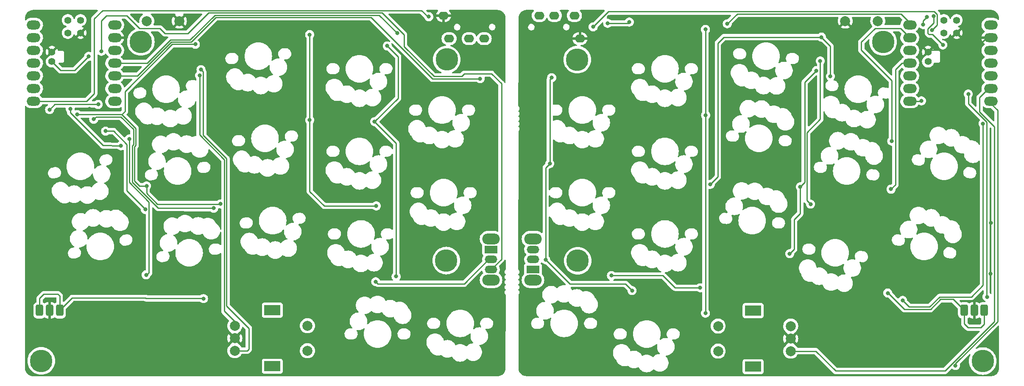
<source format=gbr>
%TF.GenerationSoftware,KiCad,Pcbnew,7.0.2*%
%TF.CreationDate,2023-08-06T16:20:09+02:00*%
%TF.ProjectId,Wizza-xiao,57697a7a-612d-4786-9961-6f2e6b696361,rev?*%
%TF.SameCoordinates,Original*%
%TF.FileFunction,Copper,L1,Top*%
%TF.FilePolarity,Positive*%
%FSLAX46Y46*%
G04 Gerber Fmt 4.6, Leading zero omitted, Abs format (unit mm)*
G04 Created by KiCad (PCBNEW 7.0.2) date 2023-08-06 16:20:09*
%MOMM*%
%LPD*%
G01*
G04 APERTURE LIST*
G04 Aperture macros list*
%AMRoundRect*
0 Rectangle with rounded corners*
0 $1 Rounding radius*
0 $2 $3 $4 $5 $6 $7 $8 $9 X,Y pos of 4 corners*
0 Add a 4 corners polygon primitive as box body*
4,1,4,$2,$3,$4,$5,$6,$7,$8,$9,$2,$3,0*
0 Add four circle primitives for the rounded corners*
1,1,$1+$1,$2,$3*
1,1,$1+$1,$4,$5*
1,1,$1+$1,$6,$7*
1,1,$1+$1,$8,$9*
0 Add four rect primitives between the rounded corners*
20,1,$1+$1,$2,$3,$4,$5,0*
20,1,$1+$1,$4,$5,$6,$7,0*
20,1,$1+$1,$6,$7,$8,$9,0*
20,1,$1+$1,$8,$9,$2,$3,0*%
G04 Aperture macros list end*
%TA.AperFunction,ComponentPad*%
%ADD10C,4.500000*%
%TD*%
%TA.AperFunction,ComponentPad*%
%ADD11O,2.750000X1.800000*%
%TD*%
%TA.AperFunction,ComponentPad*%
%ADD12C,1.397000*%
%TD*%
%TA.AperFunction,ComponentPad*%
%ADD13RoundRect,0.375000X0.375000X0.750000X-0.375000X0.750000X-0.375000X-0.750000X0.375000X-0.750000X0*%
%TD*%
%TA.AperFunction,ComponentPad*%
%ADD14O,2.000000X1.600000*%
%TD*%
%TA.AperFunction,ComponentPad*%
%ADD15C,2.000000*%
%TD*%
%TA.AperFunction,ComponentPad*%
%ADD16R,3.200000X2.000000*%
%TD*%
%TA.AperFunction,ComponentPad*%
%ADD17RoundRect,0.375000X-0.375000X-0.750000X0.375000X-0.750000X0.375000X0.750000X-0.375000X0.750000X0*%
%TD*%
%TA.AperFunction,ComponentPad*%
%ADD18O,3.500000X2.200000*%
%TD*%
%TA.AperFunction,ComponentPad*%
%ADD19R,2.500000X1.500000*%
%TD*%
%TA.AperFunction,ComponentPad*%
%ADD20O,2.500000X1.500000*%
%TD*%
%TA.AperFunction,ViaPad*%
%ADD21C,0.800000*%
%TD*%
%TA.AperFunction,Conductor*%
%ADD22C,0.250000*%
%TD*%
G04 APERTURE END LIST*
D10*
%TO.P,H8,1*%
%TO.N,N/C*%
X126365000Y-47117000D03*
%TD*%
%TO.P,H7,1*%
%TO.N,N/C*%
X233391600Y-107369000D03*
%TD*%
%TO.P,H6,1*%
%TO.N,N/C*%
X65278000Y-43588200D03*
%TD*%
%TO.P,H5,1*%
%TO.N,N/C*%
X213503400Y-43588200D03*
%TD*%
%TO.P,H4,1*%
%TO.N,N/C*%
X45389800Y-107340400D03*
%TD*%
%TO.P,H3,1*%
%TO.N,N/C*%
X152416400Y-47145600D03*
%TD*%
%TO.P,H2,1*%
%TO.N,N/C*%
X126263400Y-87299800D03*
%TD*%
%TO.P,H1,1*%
%TO.N,N/C*%
X152518000Y-87328400D03*
%TD*%
D11*
%TO.P,U1,1,A2/0.02_H*%
%TO.N,row_0_R*%
X218818400Y-40208200D03*
%TO.P,U1,2,A4/0.03_H*%
%TO.N,row_1_R*%
X218818400Y-42748200D03*
%TO.P,U1,3,A10/0.28*%
%TO.N,row_2_R*%
X218818400Y-45288200D03*
%TO.P,U1,4,A11/0.29*%
%TO.N,col0_R*%
X218818400Y-47828200D03*
%TO.P,U1,5,A8_SDA/0.04_H*%
%TO.N,col1_R*%
X218818400Y-50368200D03*
%TO.P,U1,6,A9_SCL/0.05_H*%
%TO.N,col2_R*%
X218818400Y-52908200D03*
%TO.P,U1,7,B8_TX/1.11*%
%TO.N,TX_R*%
X218818400Y-55448200D03*
%TO.P,U1,8,B9_RX/1.12*%
%TO.N,ENC_L_R*%
X235008400Y-55448200D03*
%TO.P,U1,9,A7_SCK/1.13*%
%TO.N,ENC_R_R*%
X235008400Y-52908200D03*
%TO.P,U1,10,A5_MISO/1.14*%
%TO.N,col4_R*%
X235008400Y-50368200D03*
%TO.P,U1,11,A6_MOSI/1.15*%
%TO.N,col3_R*%
X235008400Y-47828200D03*
%TO.P,U1,12,3V3*%
%TO.N,VCC_R*%
X235008400Y-45288200D03*
%TO.P,U1,13,GND*%
%TO.N,GND_R*%
X235008400Y-42748200D03*
%TO.P,U1,14,5V*%
%TO.N,RAW_R*%
X235008400Y-40208200D03*
D12*
%TO.P,U1,15,A31_SWDIO*%
%TO.N,unconnected-(U1-A31_SWDIO-Pad15)*%
X225643400Y-39256200D03*
%TO.P,U1,16,A30_SWCLK*%
%TO.N,unconnected-(U1-A30_SWCLK-Pad16)*%
X228183400Y-39256200D03*
%TO.P,U1,17,RESET*%
%TO.N,RESET_R*%
X225643400Y-41796200D03*
%TO.P,U1,18,GND*%
%TO.N,GND_R*%
X228183400Y-41796200D03*
%TO.P,U1,19,BAT*%
%TO.N,X_BAT_R*%
X222468400Y-47511200D03*
%TO.P,U1,20,GND*%
%TO.N,GND_R*%
X222468400Y-45606200D03*
%TD*%
D13*
%TO.P,J3,1,Pin_1*%
%TO.N,BAT_L*%
X45072800Y-97231200D03*
%TO.P,J3,2,Pin_2*%
%TO.N,GND_L*%
X47072800Y-97231200D03*
%TO.P,J3,3,Pin_3*%
%TO.N,BAT_L*%
X49072800Y-97231200D03*
%TD*%
D11*
%TO.P,U2,1,A2/0.02_H*%
%TO.N,row_0_L*%
X43876600Y-40208200D03*
%TO.P,U2,2,A4/0.03_H*%
%TO.N,row_1_L*%
X43876600Y-42748200D03*
%TO.P,U2,3,A10/0.28*%
%TO.N,row_2_L*%
X43876600Y-45288200D03*
%TO.P,U2,4,A11/0.29*%
%TO.N,col0_L*%
X43876600Y-47828200D03*
%TO.P,U2,5,A8_SDA/0.04_H*%
%TO.N,col1_L*%
X43876600Y-50368200D03*
%TO.P,U2,6,A9_SCL/0.05_H*%
%TO.N,col2_L*%
X43876600Y-52908200D03*
%TO.P,U2,7,B8_TX/1.11*%
%TO.N,TX_L*%
X43876600Y-55448200D03*
%TO.P,U2,8,B9_RX/1.12*%
%TO.N,ENC_L_L*%
X60066600Y-55448200D03*
%TO.P,U2,9,A7_SCK/1.13*%
%TO.N,ENC_R_L*%
X60066600Y-52908200D03*
%TO.P,U2,10,A5_MISO/1.14*%
%TO.N,col4_L*%
X60066600Y-50368200D03*
%TO.P,U2,11,A6_MOSI/1.15*%
%TO.N,col3_L*%
X60066600Y-47828200D03*
%TO.P,U2,12,3V3*%
%TO.N,VCC_L*%
X60066600Y-45288200D03*
%TO.P,U2,13,GND*%
%TO.N,GND_L*%
X60066600Y-42748200D03*
%TO.P,U2,14,5V*%
%TO.N,RAW_L*%
X60066600Y-40208200D03*
D12*
%TO.P,U2,15,A31_SWDIO*%
%TO.N,unconnected-(U2-A31_SWDIO-Pad15)*%
X50701600Y-39256200D03*
%TO.P,U2,16,A30_SWCLK*%
%TO.N,unconnected-(U2-A30_SWCLK-Pad16)*%
X53241600Y-39256200D03*
%TO.P,U2,17,RESET*%
%TO.N,RESET_L*%
X50701600Y-41796200D03*
%TO.P,U2,18,GND*%
%TO.N,GND_L*%
X53241600Y-41796200D03*
%TO.P,U2,19,BAT*%
%TO.N,X_BAT_L*%
X47526600Y-47511200D03*
%TO.P,U2,20,GND*%
%TO.N,GND_L*%
X47526600Y-45606200D03*
%TD*%
D14*
%TO.P,J2,A*%
%TO.N,unconnected-(J2-PadA)*%
X130840800Y-42940000D03*
%TO.P,J2,B*%
%TO.N,TX_L*%
X133840800Y-42940000D03*
%TO.P,J2,C*%
%TO.N,GND_L*%
X125740800Y-38340000D03*
%TO.P,J2,D*%
%TO.N,RAW_L*%
X126840800Y-42940000D03*
%TD*%
%TO.P,J1,A*%
%TO.N,unconnected-(J1-PadA)*%
X147855900Y-38340000D03*
%TO.P,J1,B*%
%TO.N,TX_R*%
X144855900Y-38340000D03*
%TO.P,J1,C*%
%TO.N,GND_R*%
X152955900Y-42940000D03*
%TO.P,J1,D*%
%TO.N,RAW_R*%
X151855900Y-38340000D03*
%TD*%
D15*
%TO.P,SW35,A,A*%
%TO.N,ENC_R_R*%
X195051000Y-105383200D03*
%TO.P,SW35,B,B*%
%TO.N,ENC_L_R*%
X195051000Y-100383200D03*
%TO.P,SW35,C,C*%
%TO.N,GND_R*%
X195051000Y-102883200D03*
D16*
%TO.P,SW35,MP*%
%TO.N,N/C*%
X187551000Y-108483200D03*
X187551000Y-97283200D03*
D15*
%TO.P,SW35,S1,S1*%
%TO.N,unconnected-(SW35-PadS1)*%
X180551000Y-100383200D03*
%TO.P,SW35,S2,S2*%
%TO.N,unconnected-(SW35-PadS2)*%
X180551000Y-105383200D03*
%TD*%
D17*
%TO.P,J4,1,Pin_1*%
%TO.N,BAT_R*%
X233713200Y-97231200D03*
%TO.P,J4,2,Pin_2*%
%TO.N,GND_R*%
X231713200Y-97231200D03*
%TO.P,J4,3,Pin_3*%
%TO.N,BAT_R*%
X229713200Y-97231200D03*
%TD*%
D15*
%TO.P,SW34,A,A*%
%TO.N,ENC_L_L*%
X84044200Y-100307000D03*
%TO.P,SW34,B,B*%
%TO.N,ENC_R_L*%
X84044200Y-105307000D03*
%TO.P,SW34,C,C*%
%TO.N,GND_L*%
X84044200Y-102807000D03*
D16*
%TO.P,SW34,MP*%
%TO.N,N/C*%
X91544200Y-97207000D03*
X91544200Y-108407000D03*
D15*
%TO.P,SW34,S1,S1*%
%TO.N,unconnected-(SW34-PadS1)*%
X98544200Y-105307000D03*
%TO.P,SW34,S2,S2*%
%TO.N,unconnected-(SW34-PadS2)*%
X98544200Y-100307000D03*
%TD*%
D18*
%TO.P,SW25,*%
%TO.N,*%
X135204200Y-82971200D03*
X135204200Y-91171200D03*
D19*
%TO.P,SW25,1,A*%
%TO.N,unconnected-(SW25-A-Pad1)*%
X135204200Y-85071200D03*
D20*
%TO.P,SW25,2,B*%
%TO.N,BAT_L*%
X135204200Y-87071200D03*
%TO.P,SW25,3,C*%
%TO.N,X_BAT_L*%
X135204200Y-89071200D03*
%TD*%
D18*
%TO.P,SW30,*%
%TO.N,*%
X143587600Y-91171200D03*
X143587600Y-82971200D03*
D19*
%TO.P,SW30,1,A*%
%TO.N,unconnected-(SW30-A-Pad1)*%
X143587600Y-89071200D03*
D20*
%TO.P,SW30,2,B*%
%TO.N,BAT_R*%
X143587600Y-87071200D03*
%TO.P,SW30,3,C*%
%TO.N,X_BAT_R*%
X143587600Y-85071200D03*
%TD*%
D15*
%TO.P,SW5,1,1*%
%TO.N,RESET_R*%
X212435800Y-39434000D03*
%TO.P,SW5,2,2*%
%TO.N,GND_R*%
X205935800Y-39434000D03*
%TD*%
%TO.P,SW40,1,1*%
%TO.N,RESET_L*%
X66471800Y-39434000D03*
%TO.P,SW40,2,2*%
%TO.N,GND_L*%
X72971800Y-39434000D03*
%TD*%
D21*
%TO.N,GND_R*%
X223520000Y-44196000D03*
%TO.N,GND_L*%
X57404000Y-48006000D03*
X64262000Y-38862000D03*
%TO.N,X_BAT_L*%
X54864000Y-46482000D03*
X57404000Y-45466000D03*
%TO.N,GND_R*%
X199644000Y-40132000D03*
X158750000Y-38608000D03*
%TO.N,RAW_R*%
X162814000Y-39624000D03*
X158496000Y-39878000D03*
X221488000Y-40132000D03*
%TO.N,GND_R*%
X234442000Y-37846000D03*
%TO.N,RAW_R*%
X222250000Y-38608000D03*
%TO.N,GND_R*%
X148793200Y-54508400D03*
X215315800Y-39700200D03*
X235000800Y-79781400D03*
X209372200Y-39471600D03*
X148640800Y-40538400D03*
X221030800Y-42214800D03*
X232943400Y-43992800D03*
X218948000Y-75361800D03*
X218897200Y-61391800D03*
X213664800Y-47929800D03*
X206933800Y-81000600D03*
X212572600Y-81407000D03*
X205206600Y-53644800D03*
X229946200Y-73939400D03*
X141478000Y-93624400D03*
X213969600Y-76733400D03*
X212369400Y-51714400D03*
X229717600Y-89662000D03*
X216052400Y-46126400D03*
X226441000Y-104495600D03*
X218109800Y-57861200D03*
X217271600Y-68224400D03*
X163296600Y-56794400D03*
X152323800Y-40513000D03*
X231698800Y-55295800D03*
X228828600Y-60045600D03*
X156924400Y-43154600D03*
X228500000Y-46500000D03*
X148818600Y-71297800D03*
X235102400Y-58166000D03*
X146177000Y-89738200D03*
X162077400Y-46050200D03*
X149834600Y-39268400D03*
X196672200Y-56057800D03*
X209677000Y-48031400D03*
X234975400Y-89890600D03*
X199339200Y-52781200D03*
X183184800Y-53568600D03*
X148640800Y-85217000D03*
%TO.N,TX_R*%
X221157800Y-55372000D03*
X223291400Y-41198800D03*
X155600400Y-40589200D03*
%TO.N,X_BAT_R*%
X225429002Y-44196000D03*
X223557500Y-38470374D03*
%TO.N,GND_L*%
X86893400Y-77622400D03*
X94208600Y-74879200D03*
X130505200Y-41021000D03*
X70866000Y-47574200D03*
X45872400Y-54178200D03*
X79629000Y-56921400D03*
X95173800Y-77165200D03*
X42748200Y-57454800D03*
X62458600Y-51485800D03*
X73533000Y-51612800D03*
X126060200Y-40767000D03*
X83896200Y-60452000D03*
X46355000Y-51765200D03*
X63322200Y-48869600D03*
X46558200Y-38912800D03*
X103301800Y-78714600D03*
X47091600Y-95046800D03*
X58775600Y-63271400D03*
X120065800Y-53086000D03*
X112064800Y-80137000D03*
X66802000Y-51943000D03*
X54991000Y-56972200D03*
X46532800Y-41579800D03*
X49936400Y-60731400D03*
X44500800Y-60223400D03*
%TO.N,TX_L*%
X122783600Y-38557200D03*
%TO.N,col0_R*%
X215087200Y-73025000D03*
%TO.N,col1_R*%
X200177400Y-49326800D03*
X196951600Y-72567800D03*
X194843400Y-85928200D03*
%TO.N,col2_R*%
X178993800Y-72059800D03*
X202971400Y-50469800D03*
X201193400Y-42646600D03*
%TO.N,col3_R*%
X233451400Y-59918600D03*
X178028600Y-41097200D03*
X178028600Y-97790000D03*
X217398600Y-95263300D03*
X178054000Y-58242200D03*
%TO.N,col0_L*%
X66344800Y-90144600D03*
X62966600Y-62992000D03*
%TO.N,col1_L*%
X66421000Y-72390000D03*
X52578000Y-58115200D03*
X81229200Y-75971400D03*
X76174600Y-44069000D03*
%TO.N,col2_L*%
X98983800Y-42138600D03*
X51181000Y-56997600D03*
X112293400Y-76377800D03*
X99009200Y-59207400D03*
X61290200Y-64363600D03*
%TO.N,col3_L*%
X114503200Y-44399200D03*
X116255800Y-90464702D03*
X116459000Y-41833800D03*
X111963200Y-59537600D03*
%TO.N,BAT_L*%
X112191800Y-91516200D03*
X77800200Y-94894400D03*
%TO.N,row_0_R*%
X182372000Y-39979600D03*
%TO.N,row_0_L*%
X47066200Y-57124600D03*
X56769000Y-56083200D03*
%TO.N,row_1_R*%
X215214200Y-63423800D03*
%TO.N,row_2_R*%
X200939400Y-47421800D03*
X199009000Y-76022200D03*
%TO.N,row_1_L*%
X58254546Y-61429300D03*
X66192400Y-77089000D03*
%TO.N,row_2_L*%
X79832200Y-76835000D03*
X55879647Y-59055353D03*
%TO.N,BAT_R*%
X176936400Y-92735400D03*
X159258000Y-90297000D03*
X214426800Y-93776800D03*
%TO.N,col4_L*%
X133019800Y-50952400D03*
%TO.N,col4_R*%
X146126200Y-87147400D03*
X163372800Y-93294200D03*
X230505000Y-54025800D03*
X234238800Y-94538800D03*
X147320000Y-50749200D03*
X146939000Y-67919600D03*
%TO.N,ENC_L_L*%
X77012800Y-50292000D03*
%TO.N,ENC_R_L*%
X77292200Y-49123600D03*
%TO.N,ENC_L_R*%
X227956600Y-108271800D03*
%TD*%
D22*
%TO.N,X_BAT_L*%
X117856000Y-42205495D02*
X113435438Y-37784933D01*
X117856000Y-44526200D02*
X117856000Y-42205495D01*
X129329600Y-50502400D02*
X123832200Y-50502400D01*
X137279200Y-51909800D02*
X135331200Y-49961800D01*
X137279200Y-87016480D02*
X137279200Y-51909800D01*
X135331200Y-49961800D02*
X129870200Y-49961800D01*
X129870200Y-49961800D02*
X129329600Y-50502400D01*
X135224480Y-89071200D02*
X137279200Y-87016480D01*
X123832200Y-50502400D02*
X117856000Y-44526200D01*
X135204200Y-89071200D02*
X135224480Y-89071200D01*
X49291400Y-49276000D02*
X47526600Y-47511200D01*
X54864000Y-46482000D02*
X52070000Y-49276000D01*
X52070000Y-49276000D02*
X49291400Y-49276000D01*
X57404000Y-39370000D02*
X57404000Y-45466000D01*
X58420000Y-38354000D02*
X57404000Y-39370000D01*
X62484000Y-38354000D02*
X58420000Y-38354000D01*
X64516000Y-40386000D02*
X62484000Y-38354000D01*
X65024000Y-40894000D02*
X64516000Y-40386000D01*
X69088000Y-40894000D02*
X65024000Y-40894000D01*
X78801063Y-37784937D02*
X74676000Y-41910000D01*
X113435442Y-37784937D02*
X78801063Y-37784937D01*
X113435438Y-37784933D02*
X113435442Y-37784937D01*
X74676000Y-41910000D02*
X70104000Y-41910000D01*
X70104000Y-41910000D02*
X69088000Y-40894000D01*
%TO.N,RAW_R*%
X162814000Y-39624000D02*
X162560000Y-39878000D01*
X162560000Y-39878000D02*
X158496000Y-39878000D01*
X221488000Y-39370000D02*
X221488000Y-40132000D01*
X222250000Y-38608000D02*
X221488000Y-39370000D01*
%TO.N,X_BAT_R*%
X223342200Y-42109198D02*
X225429002Y-44196000D01*
X222453200Y-41884600D02*
X222677798Y-42109198D01*
X222677798Y-42109198D02*
X223342200Y-42109198D01*
X222453200Y-40944800D02*
X222453200Y-41884600D01*
X223557500Y-39840500D02*
X222453200Y-40944800D01*
X223557500Y-38470374D02*
X223557500Y-39840500D01*
%TO.N,TX_R*%
X223723200Y-37541200D02*
X158648400Y-37541200D01*
X224282000Y-38100000D02*
X223723200Y-37541200D01*
X158648400Y-37541200D02*
X155600400Y-40589200D01*
X224282000Y-40208200D02*
X224282000Y-38100000D01*
X223291400Y-41198800D02*
X224282000Y-40208200D01*
%TO.N,GND_R*%
X222849253Y-45225347D02*
X222468400Y-45606200D01*
X225784642Y-45225347D02*
X222849253Y-45225347D01*
X228500000Y-46500000D02*
X227059295Y-46500000D01*
X227059295Y-46500000D02*
X225784642Y-45225347D01*
%TO.N,BAT_R*%
X227496200Y-95014200D02*
X229713200Y-97231200D01*
X222969796Y-96995400D02*
X224950996Y-95014200D01*
X217721600Y-96995400D02*
X222969796Y-96995400D01*
X224950996Y-95014200D02*
X227496200Y-95014200D01*
X214452200Y-93726000D02*
X217721600Y-96995400D01*
%TO.N,GND_R*%
X234533400Y-42748200D02*
X234188000Y-42748200D01*
X156709800Y-42940000D02*
X156924400Y-43154600D01*
X234188000Y-42748200D02*
X232943400Y-43992800D01*
X152955900Y-42940000D02*
X156709800Y-42940000D01*
%TO.N,TX_R*%
X221081600Y-55448200D02*
X221157800Y-55372000D01*
X219293400Y-55448200D02*
X221081600Y-55448200D01*
%TO.N,TX_L*%
X121333138Y-37335338D02*
X57638035Y-37332565D01*
X55981600Y-38989000D02*
X55981600Y-53924200D01*
X57638035Y-37332565D02*
X55981600Y-38989000D01*
X122555000Y-38557200D02*
X121333138Y-37335338D01*
X54457600Y-55448200D02*
X44351600Y-55448200D01*
X55981600Y-53924200D02*
X54457600Y-55448200D01*
X122783600Y-38557200D02*
X122555000Y-38557200D01*
%TO.N,col0_R*%
X217220800Y-47828200D02*
X215939200Y-49109800D01*
X219293400Y-47828200D02*
X217220800Y-47828200D01*
X215939200Y-49109800D02*
X215939200Y-72173000D01*
X215939200Y-72173000D02*
X215087200Y-73025000D01*
%TO.N,col1_R*%
X195732400Y-85039200D02*
X194843400Y-85928200D01*
X200177400Y-49326800D02*
X197847800Y-51656400D01*
X197847800Y-71671600D02*
X196951600Y-72567800D01*
X195732400Y-79122721D02*
X195732400Y-85039200D01*
X196951600Y-72567800D02*
X196951600Y-77903521D01*
X197847800Y-51656400D02*
X197847800Y-71671600D01*
X196951600Y-77903521D02*
X195732400Y-79122721D01*
%TO.N,col2_R*%
X181711600Y-42646600D02*
X180492400Y-43865800D01*
X202971400Y-44424600D02*
X201193400Y-42646600D01*
X180492400Y-43865800D02*
X180492400Y-70561200D01*
X202971400Y-50469800D02*
X202971400Y-44424600D01*
X180492400Y-70561200D02*
X178993800Y-72059800D01*
X201193400Y-42646600D02*
X181711600Y-42646600D01*
%TO.N,col3_R*%
X217398600Y-95263300D02*
X218680700Y-96545400D01*
X178028600Y-58216800D02*
X178028600Y-41097200D01*
X224764600Y-94564200D02*
X231114600Y-94564200D01*
X231114600Y-94564200D02*
X233451400Y-92227400D01*
X218680700Y-96545400D02*
X222783400Y-96545400D01*
X233451400Y-92227400D02*
X233451400Y-59918600D01*
X222783400Y-96545400D02*
X224764600Y-94564200D01*
X178028600Y-58267600D02*
X178054000Y-58242200D01*
X178054000Y-58242200D02*
X178028600Y-58216800D01*
X178028600Y-97790000D02*
X178028600Y-58267600D01*
%TO.N,col0_L*%
X66917400Y-89775200D02*
X66344800Y-90144600D01*
X66917400Y-75607386D02*
X66917400Y-89775200D01*
X62966600Y-62992000D02*
X62966600Y-71656586D01*
X62966600Y-71656586D02*
X66917400Y-75607386D01*
%TO.N,col1_L*%
X61468000Y-58115200D02*
X62103000Y-57480200D01*
X61468000Y-58115200D02*
X64254800Y-60902000D01*
X71551800Y-44069000D02*
X76174600Y-44069000D01*
X64000800Y-71416204D02*
X64974596Y-72390000D01*
X64254800Y-64270596D02*
X64000800Y-64524596D01*
X66421000Y-72390000D02*
X66421000Y-73836404D01*
X64000800Y-64524596D02*
X64000800Y-71416204D01*
X52578000Y-58115200D02*
X61468000Y-58115200D01*
X66421000Y-73836404D02*
X68606796Y-76022200D01*
X64254800Y-60902000D02*
X64254800Y-64270596D01*
X62103000Y-57480200D02*
X62103000Y-53517800D01*
X81178400Y-76022200D02*
X81229200Y-75971400D01*
X64974596Y-72390000D02*
X66421000Y-72390000D01*
X62103000Y-53517800D02*
X71551800Y-44069000D01*
X68606796Y-76022200D02*
X81178400Y-76022200D01*
%TO.N,col2_L*%
X51181000Y-57743505D02*
X57724895Y-64287400D01*
X57724895Y-64287400D02*
X61290200Y-64363600D01*
X101904800Y-76377800D02*
X112191800Y-76377800D01*
X99009200Y-42164000D02*
X98983800Y-42138600D01*
X99009200Y-59207400D02*
X99009200Y-73482200D01*
X99009200Y-73482200D02*
X101904800Y-76377800D01*
X51181000Y-56997600D02*
X51181000Y-57743505D01*
X99009200Y-59207400D02*
X99009200Y-42164000D01*
%TO.N,col3_L*%
X116662200Y-54838600D02*
X116662200Y-46558200D01*
X116255800Y-63830200D02*
X111963200Y-59537600D01*
X75117404Y-43169000D02*
X71179008Y-43169000D01*
X116459000Y-41833800D02*
X112860137Y-38234937D01*
X116255800Y-90464702D02*
X116255800Y-63830200D01*
X116662200Y-46558200D02*
X114503200Y-44399200D01*
X71179008Y-43169000D02*
X66519808Y-47828200D01*
X112860137Y-38234937D02*
X80051467Y-38234937D01*
X80051467Y-38234937D02*
X75117404Y-43169000D01*
X66519808Y-47828200D02*
X59591600Y-47828200D01*
X111963200Y-59537600D02*
X116662200Y-54838600D01*
%TO.N,BAT_L*%
X45923200Y-94005400D02*
X48717200Y-94005400D01*
X129852800Y-91922600D02*
X134704200Y-87071200D01*
X45072800Y-94855800D02*
X45923200Y-94005400D01*
X66324800Y-94843600D02*
X66223200Y-94742000D01*
X134704200Y-87071200D02*
X135204200Y-87071200D01*
X77800200Y-94894400D02*
X77749400Y-94843600D01*
X66223200Y-94742000D02*
X51562000Y-94742000D01*
X48717200Y-94005400D02*
X49072800Y-94361000D01*
X77749400Y-94843600D02*
X66324800Y-94843600D01*
X49072800Y-94361000D02*
X49072800Y-97231200D01*
X112191800Y-91516200D02*
X112598200Y-91922600D01*
X45072800Y-97231200D02*
X45072800Y-94855800D01*
X51562000Y-94742000D02*
X49072800Y-97231200D01*
X112598200Y-91922600D02*
X129852800Y-91922600D01*
%TO.N,row_0_R*%
X219293400Y-40208200D02*
X217076400Y-37991200D01*
X184360400Y-37991200D02*
X182372000Y-39979600D01*
X217076400Y-37991200D02*
X184360400Y-37991200D01*
%TO.N,row_0_L*%
X47066200Y-57124600D02*
X48107600Y-56083200D01*
X48107600Y-56083200D02*
X56769000Y-56083200D01*
%TO.N,row_1_R*%
X218181701Y-42083501D02*
X216966800Y-40868600D01*
X215214200Y-51282600D02*
X215214200Y-63423800D01*
X218628701Y-42083501D02*
X218181701Y-42083501D01*
X209143600Y-43611800D02*
X209143600Y-45212000D01*
X209143600Y-45212000D02*
X215214200Y-51282600D01*
X211886800Y-40868600D02*
X209143600Y-43611800D01*
X216966800Y-40868600D02*
X211886800Y-40868600D01*
X219293400Y-42748200D02*
X218628701Y-42083501D01*
%TO.N,row_2_R*%
X198297800Y-61696600D02*
X198297800Y-75311000D01*
X200939400Y-59055000D02*
X198297800Y-61696600D01*
X200939400Y-47421800D02*
X200939400Y-59055000D01*
X198297800Y-75311000D02*
X199009000Y-76022200D01*
%TO.N,row_1_L*%
X59879900Y-61429300D02*
X62516600Y-64066000D01*
X58254546Y-61429300D02*
X59879900Y-61429300D01*
X62516600Y-73362400D02*
X66217800Y-77063600D01*
X62516600Y-64066000D02*
X62516600Y-73362400D01*
%TO.N,row_2_L*%
X63804800Y-61088396D02*
X63804800Y-64084200D01*
X68707000Y-76758800D02*
X79832200Y-76835000D01*
X55879647Y-59055353D02*
X56369800Y-58565200D01*
X61281604Y-58565200D02*
X63804800Y-61088396D01*
X56369800Y-58565200D02*
X61281604Y-58565200D01*
X63550800Y-71602600D02*
X68707000Y-76758800D01*
X63804800Y-64084200D02*
X63550800Y-64338200D01*
X63550800Y-64338200D02*
X63550800Y-71602600D01*
%TO.N,BAT_R*%
X233019600Y-100711000D02*
X233713200Y-100017400D01*
X229713200Y-97231200D02*
X229713200Y-99944600D01*
X230479600Y-100711000D02*
X233019600Y-100711000D01*
X171948695Y-92735400D02*
X176936400Y-92735400D01*
X159258000Y-90297000D02*
X169510295Y-90297000D01*
X233713200Y-100017400D02*
X233713200Y-97231200D01*
X229713200Y-99944600D02*
X230479600Y-100711000D01*
X169510295Y-90297000D02*
X171948695Y-92735400D01*
%TO.N,col4_L*%
X80237863Y-38684937D02*
X75303800Y-43619000D01*
X75303800Y-43619000D02*
X71365404Y-43619000D01*
X123494800Y-50952400D02*
X111227337Y-38684937D01*
X71365404Y-43619000D02*
X64616204Y-50368200D01*
X133019800Y-50952400D02*
X123494800Y-50952400D01*
X111227337Y-38684937D02*
X80237863Y-38684937D01*
X64616204Y-50368200D02*
X59591600Y-50368200D01*
%TO.N,col4_R*%
X146939000Y-67919600D02*
X146939000Y-51130200D01*
X230505000Y-54025800D02*
X230505000Y-55946895D01*
X146939000Y-51130200D02*
X147320000Y-50749200D01*
X230505000Y-55946895D02*
X234176400Y-59618295D01*
X162026600Y-91948000D02*
X150926800Y-91948000D01*
X150926800Y-91948000D02*
X146126200Y-87147400D01*
X146126200Y-87147400D02*
X146126200Y-68732400D01*
X234176400Y-94476400D02*
X234238800Y-94538800D01*
X163372800Y-93294200D02*
X162026600Y-91948000D01*
X234176400Y-59618295D02*
X234176400Y-94476400D01*
X146126200Y-68732400D02*
X146939000Y-67919600D01*
%TO.N,ENC_L_L*%
X77012800Y-50292000D02*
X77012800Y-62166975D01*
X77012800Y-62166975D02*
X81954200Y-67108375D01*
X81954200Y-67108375D02*
X81954200Y-97397000D01*
X84044200Y-99487000D02*
X84044200Y-100307000D01*
X81954200Y-97397000D02*
X84044200Y-99487000D01*
%TO.N,ENC_R_L*%
X77737800Y-62255579D02*
X82404200Y-66921979D01*
X82404200Y-66921979D02*
X82404200Y-96374200D01*
X82404200Y-96374200D02*
X86842600Y-100812600D01*
X86842600Y-104978200D02*
X86513800Y-105307000D01*
X77737800Y-49569200D02*
X77737800Y-62255579D01*
X77292200Y-49123600D02*
X77737800Y-49569200D01*
X86842600Y-100812600D02*
X86842600Y-104978200D01*
X86513800Y-105307000D02*
X84044200Y-105307000D01*
%TO.N,ENC_R_R*%
X235744600Y-99459200D02*
X225856800Y-109347000D01*
X235744600Y-60550099D02*
X235744600Y-99459200D01*
X232765600Y-57571099D02*
X235744600Y-60550099D01*
X225856800Y-109347000D02*
X204014800Y-109347000D01*
X204014800Y-109347000D02*
X200051000Y-105383200D01*
X200051000Y-105383200D02*
X195051000Y-105383200D01*
X232765600Y-54676000D02*
X232765600Y-57571099D01*
X234533400Y-52908200D02*
X232765600Y-54676000D01*
%TO.N,ENC_L_R*%
X236356600Y-99483596D02*
X236356600Y-57271400D01*
X227956600Y-107883596D02*
X236356600Y-99483596D01*
X227956600Y-108271800D02*
X227956600Y-107883596D01*
X236356600Y-57271400D02*
X234533400Y-55448200D01*
%TD*%
%TA.AperFunction,Conductor*%
%TO.N,GND_R*%
G36*
X235036706Y-37203151D02*
G01*
X235101959Y-37208886D01*
X235261177Y-37224013D01*
X235277667Y-37226713D01*
X235373672Y-37249181D01*
X235375958Y-37249743D01*
X235497825Y-37281019D01*
X235512059Y-37285605D01*
X235609546Y-37323655D01*
X235613525Y-37325289D01*
X235723315Y-37372704D01*
X235735137Y-37378577D01*
X235808037Y-37419771D01*
X235828284Y-37431212D01*
X235833579Y-37434381D01*
X235932630Y-37497051D01*
X235941995Y-37503601D01*
X236027576Y-37569552D01*
X236033642Y-37574543D01*
X236121090Y-37651328D01*
X236128119Y-37658005D01*
X236203669Y-37735605D01*
X236210158Y-37742815D01*
X236284547Y-37832258D01*
X236289422Y-37838516D01*
X236353024Y-37925788D01*
X236359339Y-37935351D01*
X236419336Y-38036050D01*
X236422361Y-38041429D01*
X236472473Y-38135934D01*
X236478036Y-38147928D01*
X236522455Y-38258854D01*
X236524020Y-38262975D01*
X236559437Y-38361425D01*
X236563648Y-38375803D01*
X236591614Y-38498310D01*
X236592163Y-38500838D01*
X236600615Y-38541880D01*
X236612030Y-38597310D01*
X236614291Y-38613894D01*
X236625050Y-38771869D01*
X236629208Y-38840093D01*
X236629431Y-38848841D01*
X236629008Y-38891232D01*
X236629481Y-38895731D01*
X236629494Y-39074053D01*
X236609814Y-39141094D01*
X236557014Y-39186853D01*
X236487856Y-39196801D01*
X236427595Y-39170538D01*
X236270485Y-39043680D01*
X236254834Y-39034937D01*
X236179290Y-38992735D01*
X236062351Y-38927408D01*
X235837568Y-38847987D01*
X235602603Y-38807700D01*
X235602600Y-38807700D01*
X234473903Y-38807700D01*
X234471287Y-38807922D01*
X234471278Y-38807923D01*
X234295860Y-38822853D01*
X234065149Y-38882924D01*
X233847914Y-38981122D01*
X233650397Y-39114620D01*
X233478281Y-39279579D01*
X233336521Y-39471252D01*
X233229193Y-39684125D01*
X233159532Y-39911595D01*
X233159384Y-39912077D01*
X233129102Y-40148546D01*
X233129102Y-40148549D01*
X233129102Y-40148550D01*
X233139219Y-40386729D01*
X233189446Y-40619781D01*
X233266834Y-40812368D01*
X233278336Y-40840990D01*
X233403331Y-41043995D01*
X233553455Y-41214568D01*
X233560837Y-41222956D01*
X233746316Y-41372721D01*
X233746821Y-41373003D01*
X233747413Y-41373606D01*
X233754531Y-41379354D01*
X233753862Y-41380181D01*
X233795748Y-41422882D01*
X233809942Y-41491295D01*
X233784896Y-41556521D01*
X233755787Y-41583993D01*
X233650710Y-41655013D01*
X233478658Y-41819911D01*
X233336949Y-42011515D01*
X233229658Y-42224313D01*
X233159874Y-42452182D01*
X233153982Y-42498200D01*
X234099714Y-42498200D01*
X234073907Y-42538356D01*
X234033400Y-42676311D01*
X234033400Y-42820089D01*
X234073907Y-42958044D01*
X234099714Y-42998200D01*
X233155134Y-42998200D01*
X233189926Y-43159634D01*
X233278783Y-43380762D01*
X233403735Y-43583697D01*
X233561184Y-43762594D01*
X233746596Y-43912304D01*
X233746796Y-43912416D01*
X233747029Y-43912654D01*
X233754812Y-43918938D01*
X233754081Y-43919842D01*
X233795723Y-43962294D01*
X233809917Y-44030707D01*
X233784871Y-44095933D01*
X233755762Y-44123406D01*
X233650395Y-44194622D01*
X233478281Y-44359579D01*
X233336521Y-44551252D01*
X233229193Y-44764125D01*
X233160257Y-44989227D01*
X233159384Y-44992077D01*
X233129102Y-45228546D01*
X233129102Y-45228549D01*
X233129102Y-45228550D01*
X233139219Y-45466729D01*
X233189446Y-45699781D01*
X233240715Y-45827369D01*
X233278336Y-45920990D01*
X233403331Y-46123995D01*
X233526249Y-46263656D01*
X233560837Y-46302956D01*
X233746316Y-46452721D01*
X233746334Y-46452731D01*
X233746354Y-46452751D01*
X233754531Y-46459354D01*
X233753763Y-46460304D01*
X233795260Y-46502610D01*
X233809453Y-46571023D01*
X233784406Y-46636249D01*
X233755298Y-46663720D01*
X233650395Y-46734622D01*
X233478281Y-46899579D01*
X233336521Y-47091252D01*
X233229193Y-47304125D01*
X233159384Y-47532076D01*
X233154659Y-47568971D01*
X233129102Y-47768546D01*
X233129102Y-47768549D01*
X233129102Y-47768550D01*
X233139219Y-48006729D01*
X233189446Y-48239781D01*
X233276139Y-48455524D01*
X233278336Y-48460990D01*
X233403331Y-48663995D01*
X233529846Y-48807743D01*
X233560837Y-48842956D01*
X233746316Y-48992721D01*
X233746334Y-48992731D01*
X233746354Y-48992751D01*
X233754531Y-48999354D01*
X233753763Y-49000304D01*
X233795260Y-49042610D01*
X233809453Y-49111023D01*
X233784406Y-49176249D01*
X233755298Y-49203720D01*
X233650395Y-49274622D01*
X233478281Y-49439579D01*
X233336521Y-49631252D01*
X233229193Y-49844125D01*
X233159384Y-50072076D01*
X233155614Y-50101515D01*
X233129102Y-50308546D01*
X233129102Y-50308549D01*
X233129102Y-50308550D01*
X233139219Y-50546729D01*
X233189446Y-50779781D01*
X233270782Y-50982193D01*
X233278336Y-51000990D01*
X233403331Y-51203995D01*
X233549748Y-51370356D01*
X233560837Y-51382956D01*
X233746316Y-51532721D01*
X233746334Y-51532731D01*
X233746354Y-51532751D01*
X233754531Y-51539354D01*
X233753763Y-51540304D01*
X233795260Y-51582610D01*
X233809453Y-51651023D01*
X233784406Y-51716249D01*
X233755298Y-51743720D01*
X233650395Y-51814622D01*
X233478281Y-51979579D01*
X233336521Y-52171252D01*
X233229193Y-52384125D01*
X233163180Y-52599683D01*
X233159384Y-52612077D01*
X233129102Y-52848546D01*
X233129102Y-52848549D01*
X233129102Y-52848550D01*
X233139219Y-53086729D01*
X233139220Y-53086732D01*
X233183685Y-53293053D01*
X233178567Y-53362734D01*
X233150150Y-53406857D01*
X232381808Y-54175199D01*
X232365710Y-54188096D01*
X232317696Y-54239225D01*
X232314992Y-54242016D01*
X232298228Y-54258780D01*
X232298221Y-54258787D01*
X232295480Y-54261529D01*
X232293099Y-54264597D01*
X232293090Y-54264608D01*
X232293011Y-54264711D01*
X232285442Y-54273572D01*
X232255535Y-54305420D01*
X232245885Y-54322974D01*
X232235209Y-54339228D01*
X232222926Y-54355063D01*
X232205575Y-54395158D01*
X232200438Y-54405644D01*
X232179402Y-54443907D01*
X232174421Y-54463309D01*
X232168120Y-54481711D01*
X232160161Y-54500102D01*
X232153328Y-54543242D01*
X232150960Y-54554674D01*
X232140100Y-54596977D01*
X232140100Y-54617016D01*
X232138573Y-54636415D01*
X232135439Y-54656195D01*
X232139549Y-54699671D01*
X232140099Y-54711339D01*
X232140099Y-56398041D01*
X232120414Y-56465080D01*
X232067610Y-56510835D01*
X231998452Y-56520779D01*
X231934896Y-56491754D01*
X231928418Y-56485722D01*
X231166819Y-55724123D01*
X231133334Y-55662800D01*
X231130500Y-55636442D01*
X231130500Y-54724487D01*
X231150185Y-54657448D01*
X231162350Y-54641514D01*
X231165853Y-54637624D01*
X231237533Y-54558016D01*
X231246259Y-54542903D01*
X231332179Y-54394084D01*
X231337955Y-54376306D01*
X231390674Y-54214056D01*
X231410460Y-54025800D01*
X231390674Y-53837544D01*
X231355599Y-53729596D01*
X231332179Y-53657515D01*
X231237533Y-53493583D01*
X231110870Y-53352910D01*
X230957730Y-53241648D01*
X230784802Y-53164655D01*
X230599648Y-53125300D01*
X230599646Y-53125300D01*
X230410354Y-53125300D01*
X230410352Y-53125300D01*
X230225197Y-53164655D01*
X230052269Y-53241648D01*
X229899129Y-53352910D01*
X229772466Y-53493583D01*
X229677820Y-53657515D01*
X229619326Y-53837542D01*
X229599540Y-54025800D01*
X229619326Y-54214057D01*
X229677820Y-54394084D01*
X229772464Y-54558013D01*
X229793198Y-54581040D01*
X229843058Y-54636415D01*
X229847650Y-54641514D01*
X229877880Y-54704506D01*
X229879500Y-54724487D01*
X229879500Y-55864151D01*
X229877235Y-55884661D01*
X229879439Y-55954767D01*
X229879500Y-55958662D01*
X229879500Y-55986245D01*
X229879989Y-55990116D01*
X229880004Y-55990238D01*
X229880918Y-56001862D01*
X229882290Y-56045521D01*
X229887879Y-56064755D01*
X229891825Y-56083811D01*
X229894335Y-56103687D01*
X229910414Y-56144299D01*
X229914197Y-56155346D01*
X229926382Y-56197286D01*
X229936580Y-56214530D01*
X229945136Y-56231995D01*
X229952514Y-56250627D01*
X229953562Y-56252069D01*
X229978180Y-56285954D01*
X229984593Y-56295717D01*
X230006826Y-56333311D01*
X230006829Y-56333314D01*
X230006830Y-56333315D01*
X230020995Y-56347480D01*
X230033627Y-56362270D01*
X230045406Y-56378482D01*
X230079058Y-56406321D01*
X230087699Y-56414184D01*
X232797240Y-59123725D01*
X232830725Y-59185048D01*
X232825741Y-59254740D01*
X232801709Y-59294378D01*
X232718866Y-59386383D01*
X232624220Y-59550315D01*
X232565726Y-59730342D01*
X232545940Y-59918600D01*
X232565726Y-60106857D01*
X232624220Y-60286884D01*
X232718864Y-60450813D01*
X232718867Y-60450816D01*
X232773798Y-60511823D01*
X232794050Y-60534314D01*
X232824280Y-60597306D01*
X232825900Y-60617287D01*
X232825900Y-64027922D01*
X232806215Y-64094961D01*
X232753411Y-64140716D01*
X232684253Y-64150660D01*
X232620697Y-64121635D01*
X232599446Y-64097774D01*
X232597528Y-64094961D01*
X232451043Y-63880107D01*
X232451042Y-63880106D01*
X232451038Y-63880100D01*
X232272594Y-63687784D01*
X232272593Y-63687783D01*
X232272591Y-63687781D01*
X232084715Y-63537955D01*
X232067466Y-63524199D01*
X231864169Y-63406826D01*
X231840253Y-63393018D01*
X231840252Y-63393017D01*
X231840251Y-63393017D01*
X231596028Y-63297166D01*
X231340237Y-63238783D01*
X231146418Y-63224259D01*
X231146407Y-63224258D01*
X231144104Y-63224086D01*
X231013116Y-63224086D01*
X231010815Y-63224258D01*
X231010799Y-63224259D01*
X230928487Y-63230427D01*
X230860164Y-63215807D01*
X230816769Y-63176626D01*
X230738223Y-63061420D01*
X230738221Y-63061418D01*
X230738220Y-63061416D01*
X230559774Y-62869097D01*
X230559773Y-62869096D01*
X230559771Y-62869094D01*
X230379225Y-62725113D01*
X230354646Y-62705512D01*
X230127431Y-62574330D01*
X229883208Y-62478479D01*
X229627417Y-62420096D01*
X229433598Y-62405572D01*
X229433587Y-62405571D01*
X229431284Y-62405399D01*
X229300296Y-62405399D01*
X229297993Y-62405571D01*
X229297981Y-62405572D01*
X229104162Y-62420096D01*
X228960512Y-62452884D01*
X228890773Y-62448611D01*
X228834415Y-62407312D01*
X228815795Y-62363409D01*
X228813750Y-62364040D01*
X228801362Y-62323879D01*
X228733678Y-62104452D01*
X228619843Y-61868071D01*
X228472048Y-61651296D01*
X228472047Y-61651295D01*
X228472043Y-61651289D01*
X228293599Y-61458973D01*
X228293598Y-61458972D01*
X228293596Y-61458970D01*
X228112148Y-61314270D01*
X228088471Y-61295388D01*
X227871475Y-61170106D01*
X227861258Y-61164207D01*
X227861257Y-61164206D01*
X227861256Y-61164206D01*
X227617033Y-61068355D01*
X227361242Y-61009972D01*
X227167423Y-60995448D01*
X227167412Y-60995447D01*
X227165109Y-60995275D01*
X227034121Y-60995275D01*
X227031818Y-60995447D01*
X227031806Y-60995448D01*
X226837987Y-61009972D01*
X226582196Y-61068355D01*
X226337970Y-61164207D01*
X226130887Y-61283766D01*
X226062987Y-61300239D01*
X225996960Y-61277386D01*
X225966435Y-61246232D01*
X225912991Y-61167844D01*
X225912990Y-61167843D01*
X225912986Y-61167837D01*
X225734542Y-60975521D01*
X225734541Y-60975520D01*
X225734539Y-60975518D01*
X225539148Y-60819699D01*
X225529414Y-60811936D01*
X225302199Y-60680754D01*
X225057976Y-60584903D01*
X224802185Y-60526520D01*
X224608366Y-60511996D01*
X224608355Y-60511995D01*
X224606052Y-60511823D01*
X224475064Y-60511823D01*
X224472761Y-60511995D01*
X224472749Y-60511996D01*
X224278930Y-60526520D01*
X224023139Y-60584903D01*
X223778916Y-60680754D01*
X223551701Y-60811936D01*
X223346573Y-60975521D01*
X223168129Y-61167837D01*
X223086352Y-61287782D01*
X223021003Y-61383633D01*
X223020329Y-61384621D01*
X222963129Y-61503398D01*
X222906495Y-61621000D01*
X222829162Y-61871708D01*
X222790058Y-62131141D01*
X222790058Y-62393505D01*
X222829162Y-62652938D01*
X222904278Y-62896457D01*
X222906495Y-62903645D01*
X223020330Y-63140028D01*
X223041737Y-63171426D01*
X223063237Y-63237906D01*
X223045382Y-63305456D01*
X222993842Y-63352629D01*
X222924979Y-63364449D01*
X222911690Y-63362168D01*
X222851558Y-63348443D01*
X222657739Y-63333919D01*
X222657728Y-63333918D01*
X222655425Y-63333746D01*
X222524437Y-63333746D01*
X222522134Y-63333918D01*
X222522122Y-63333919D01*
X222328303Y-63348443D01*
X222072512Y-63406826D01*
X221828289Y-63502677D01*
X221601074Y-63633859D01*
X221395946Y-63797444D01*
X221217502Y-63989760D01*
X221144468Y-64096882D01*
X221069703Y-64206542D01*
X220955868Y-64442923D01*
X220878535Y-64693631D01*
X220839431Y-64953064D01*
X220839431Y-65215428D01*
X220878535Y-65474861D01*
X220955868Y-65725569D01*
X221037321Y-65894707D01*
X221069704Y-65961952D01*
X221073619Y-65967694D01*
X221095120Y-66034173D01*
X221077266Y-66101723D01*
X221025726Y-66148898D01*
X220956864Y-66160718D01*
X220947700Y-66159305D01*
X220848347Y-66140157D01*
X220848345Y-66140157D01*
X220825628Y-66140157D01*
X220779541Y-66131274D01*
X220647362Y-66078357D01*
X220440822Y-66038550D01*
X220440821Y-66038550D01*
X220283182Y-66038550D01*
X220280252Y-66038829D01*
X220280226Y-66038831D01*
X220126263Y-66053533D01*
X219924436Y-66112794D01*
X219737482Y-66209177D01*
X219572141Y-66339202D01*
X219434393Y-66498170D01*
X219329224Y-66680329D01*
X219260427Y-66879104D01*
X219233626Y-67065514D01*
X219230493Y-67087305D01*
X219235546Y-67193378D01*
X219240502Y-67297410D01*
X219262330Y-67387383D01*
X219290092Y-67501821D01*
X219323236Y-67574396D01*
X219377472Y-67693158D01*
X219447749Y-67791847D01*
X219499481Y-67864494D01*
X219651713Y-68009647D01*
X219651715Y-68009648D01*
X219651716Y-68009649D01*
X219828659Y-68123364D01*
X219828664Y-68123366D01*
X220023938Y-68201543D01*
X220114681Y-68219032D01*
X220230478Y-68241350D01*
X220230479Y-68241350D01*
X220253196Y-68241350D01*
X220299283Y-68250233D01*
X220431462Y-68303150D01*
X220570630Y-68329972D01*
X220638002Y-68342957D01*
X220638003Y-68342957D01*
X220792688Y-68342957D01*
X220795642Y-68342957D01*
X220798593Y-68342675D01*
X220798597Y-68342675D01*
X220856697Y-68337127D01*
X220952563Y-68327973D01*
X221154385Y-68268713D01*
X221341344Y-68172328D01*
X221506684Y-68042304D01*
X221644429Y-67883338D01*
X221749600Y-67701176D01*
X221818396Y-67502403D01*
X221848331Y-67294202D01*
X221838322Y-67084098D01*
X221788732Y-66879686D01*
X221788505Y-66879190D01*
X221788351Y-66878119D01*
X221785940Y-66868179D01*
X221786888Y-66867948D01*
X221778559Y-66810035D01*
X221807581Y-66746478D01*
X221866358Y-66708700D01*
X221936227Y-66708697D01*
X221946600Y-66712248D01*
X222045557Y-66751086D01*
X222072515Y-66761666D01*
X222328301Y-66820048D01*
X222524437Y-66834746D01*
X222526754Y-66834746D01*
X222653108Y-66834746D01*
X222655425Y-66834746D01*
X222851561Y-66820048D01*
X223107347Y-66761666D01*
X223275388Y-66695714D01*
X223344982Y-66689546D01*
X223406866Y-66721984D01*
X223441389Y-66782729D01*
X223437590Y-66852495D01*
X223418301Y-66887614D01*
X223406828Y-66902257D01*
X223406818Y-66902270D01*
X223404522Y-66905202D01*
X223402585Y-66908404D01*
X223402585Y-66908406D01*
X223234315Y-67186757D01*
X223234307Y-67186770D01*
X223232378Y-67189963D01*
X223230841Y-67193377D01*
X223230841Y-67193378D01*
X223102113Y-67479400D01*
X223095813Y-67493397D01*
X223094700Y-67496968D01*
X223094698Y-67496974D01*
X222997934Y-67807502D01*
X222997931Y-67807511D01*
X222996820Y-67811079D01*
X222996148Y-67814745D01*
X222996145Y-67814758D01*
X222939591Y-68123364D01*
X222936840Y-68138378D01*
X222936614Y-68142101D01*
X222936613Y-68142116D01*
X222920321Y-68411463D01*
X222916749Y-68470520D01*
X222916975Y-68474256D01*
X222936613Y-68798923D01*
X222936614Y-68798936D01*
X222936840Y-68802662D01*
X222937514Y-68806344D01*
X222937515Y-68806346D01*
X222996145Y-69126281D01*
X222996147Y-69126290D01*
X222996820Y-69129961D01*
X222997932Y-69133532D01*
X222997934Y-69133537D01*
X223070089Y-69365091D01*
X223095813Y-69447643D01*
X223232378Y-69751077D01*
X223234311Y-69754275D01*
X223234315Y-69754282D01*
X223296376Y-69856943D01*
X223404522Y-70035838D01*
X223609734Y-70297772D01*
X223845024Y-70533062D01*
X224106958Y-70738274D01*
X224391719Y-70910418D01*
X224695153Y-71046983D01*
X225012835Y-71145976D01*
X225340134Y-71205956D01*
X225589170Y-71221020D01*
X225591056Y-71221020D01*
X225753496Y-71221020D01*
X225755382Y-71221020D01*
X226004418Y-71205956D01*
X226331717Y-71145976D01*
X226649399Y-71046983D01*
X226952833Y-70910418D01*
X227237594Y-70738274D01*
X227499528Y-70533062D01*
X227734818Y-70297772D01*
X227940030Y-70035838D01*
X228112174Y-69751077D01*
X228159088Y-69646838D01*
X229496221Y-69646838D01*
X229497926Y-69682621D01*
X229506230Y-69856943D01*
X229518259Y-69906525D01*
X229555820Y-70061354D01*
X229604088Y-70167047D01*
X229643200Y-70252691D01*
X229733535Y-70379547D01*
X229765209Y-70424027D01*
X229917441Y-70569180D01*
X229917443Y-70569181D01*
X229917444Y-70569182D01*
X230094387Y-70682897D01*
X230094392Y-70682899D01*
X230289666Y-70761076D01*
X230427360Y-70787613D01*
X230496206Y-70800883D01*
X230496207Y-70800883D01*
X230518924Y-70800883D01*
X230565011Y-70809766D01*
X230697190Y-70862683D01*
X230863923Y-70894817D01*
X230903730Y-70902490D01*
X230903731Y-70902490D01*
X231058416Y-70902490D01*
X231061370Y-70902490D01*
X231064321Y-70902208D01*
X231064325Y-70902208D01*
X231120741Y-70896820D01*
X231218291Y-70887506D01*
X231420113Y-70828246D01*
X231607072Y-70731861D01*
X231772412Y-70601837D01*
X231910157Y-70442871D01*
X232015328Y-70260709D01*
X232084124Y-70061936D01*
X232114059Y-69853735D01*
X232104050Y-69643631D01*
X232054460Y-69439219D01*
X231967081Y-69247885D01*
X231967080Y-69247884D01*
X231967079Y-69247881D01*
X231880487Y-69126281D01*
X231845071Y-69076546D01*
X231692839Y-68931393D01*
X231692836Y-68931391D01*
X231692835Y-68931390D01*
X231515892Y-68817675D01*
X231347448Y-68750240D01*
X231320614Y-68739497D01*
X231320613Y-68739496D01*
X231320611Y-68739496D01*
X231114074Y-68699690D01*
X231114073Y-68699690D01*
X231091356Y-68699690D01*
X231045269Y-68690807D01*
X230913090Y-68637890D01*
X230706550Y-68598083D01*
X230706549Y-68598083D01*
X230548910Y-68598083D01*
X230545980Y-68598362D01*
X230545954Y-68598364D01*
X230391991Y-68613066D01*
X230190164Y-68672327D01*
X230003210Y-68768710D01*
X229837869Y-68898735D01*
X229700121Y-69057703D01*
X229594952Y-69239862D01*
X229526155Y-69438637D01*
X229498119Y-69633634D01*
X229496221Y-69646838D01*
X228159088Y-69646838D01*
X228248739Y-69447643D01*
X228347732Y-69129961D01*
X228407712Y-68802662D01*
X228427803Y-68470520D01*
X228407712Y-68138378D01*
X228347732Y-67811079D01*
X228248739Y-67493397D01*
X228112174Y-67189963D01*
X227940030Y-66905202D01*
X227734818Y-66643268D01*
X227499528Y-66407978D01*
X227237594Y-66202766D01*
X227079146Y-66106981D01*
X226956038Y-66032559D01*
X226956031Y-66032555D01*
X226952833Y-66030622D01*
X226649399Y-65894057D01*
X226641838Y-65891701D01*
X226335293Y-65796178D01*
X226335288Y-65796176D01*
X226331717Y-65795064D01*
X226328046Y-65794391D01*
X226328037Y-65794389D01*
X226008102Y-65735759D01*
X226008100Y-65735758D01*
X226004418Y-65735084D01*
X226000692Y-65734858D01*
X226000679Y-65734857D01*
X225757260Y-65720133D01*
X225757240Y-65720132D01*
X225755382Y-65720020D01*
X225589170Y-65720020D01*
X225587312Y-65720132D01*
X225587291Y-65720133D01*
X225343872Y-65734857D01*
X225343857Y-65734858D01*
X225340134Y-65735084D01*
X225336453Y-65735758D01*
X225336449Y-65735759D01*
X225016514Y-65794389D01*
X225016501Y-65794392D01*
X225012835Y-65795064D01*
X225009267Y-65796175D01*
X225009258Y-65796178D01*
X224698730Y-65892942D01*
X224698724Y-65892944D01*
X224695153Y-65894057D01*
X224691744Y-65895591D01*
X224691742Y-65895592D01*
X224418855Y-66018409D01*
X224391719Y-66030622D01*
X224388516Y-66032557D01*
X224388505Y-66032564D01*
X224304611Y-66083279D01*
X224237056Y-66101115D01*
X224170583Y-66079597D01*
X224126295Y-66025556D01*
X224118255Y-65956150D01*
X224128740Y-65923365D01*
X224223994Y-65725569D01*
X224301327Y-65474861D01*
X224340431Y-65215428D01*
X224340431Y-64953064D01*
X224301327Y-64693631D01*
X224223994Y-64442923D01*
X224110159Y-64206542D01*
X224103081Y-64196161D01*
X224088751Y-64175142D01*
X224067251Y-64108663D01*
X224085105Y-64041113D01*
X224136645Y-63993939D01*
X224205508Y-63982119D01*
X224218784Y-63984397D01*
X224278928Y-63998125D01*
X224475064Y-64012823D01*
X224477381Y-64012823D01*
X224603735Y-64012823D01*
X224606052Y-64012823D01*
X224802188Y-63998125D01*
X225057974Y-63939743D01*
X225302201Y-63843891D01*
X225509285Y-63724330D01*
X225577184Y-63707858D01*
X225643211Y-63730711D01*
X225673736Y-63761864D01*
X225712394Y-63818564D01*
X225727186Y-63840260D01*
X225905630Y-64032576D01*
X225905634Y-64032580D01*
X226110758Y-64196161D01*
X226337972Y-64327343D01*
X226487685Y-64386101D01*
X226571362Y-64418942D01*
X226582199Y-64423195D01*
X226837985Y-64481577D01*
X227034121Y-64496275D01*
X227036438Y-64496275D01*
X227162792Y-64496275D01*
X227165109Y-64496275D01*
X227361245Y-64481577D01*
X227504892Y-64448790D01*
X227574631Y-64453063D01*
X227630989Y-64494362D01*
X227649614Y-64538263D01*
X227651655Y-64537634D01*
X227654393Y-64546513D01*
X227654394Y-64546514D01*
X227731727Y-64797222D01*
X227845562Y-65033603D01*
X227981556Y-65233069D01*
X227993361Y-65250384D01*
X228171805Y-65442700D01*
X228171809Y-65442704D01*
X228376933Y-65606285D01*
X228604147Y-65737467D01*
X228848374Y-65833319D01*
X229104160Y-65891701D01*
X229300296Y-65906399D01*
X229302613Y-65906399D01*
X229428967Y-65906399D01*
X229431284Y-65906399D01*
X229515909Y-65900057D01*
X229584232Y-65914676D01*
X229627628Y-65953856D01*
X229658914Y-65999744D01*
X229680416Y-66066221D01*
X229680462Y-66069595D01*
X229680462Y-66172703D01*
X229719566Y-66432136D01*
X229796899Y-66682844D01*
X229910734Y-66919225D01*
X230023143Y-67084098D01*
X230058533Y-67136006D01*
X230214302Y-67303884D01*
X230236981Y-67328326D01*
X230442105Y-67491907D01*
X230669319Y-67623089D01*
X230802012Y-67675167D01*
X230890201Y-67709779D01*
X230913546Y-67718941D01*
X231169332Y-67777323D01*
X231365468Y-67792021D01*
X231367785Y-67792021D01*
X231494139Y-67792021D01*
X231496456Y-67792021D01*
X231692592Y-67777323D01*
X231948378Y-67718941D01*
X232192605Y-67623089D01*
X232419819Y-67491907D01*
X232624589Y-67328608D01*
X232689273Y-67302201D01*
X232757969Y-67314956D01*
X232808863Y-67362827D01*
X232825900Y-67425556D01*
X232825900Y-91916946D01*
X232806215Y-91983985D01*
X232789581Y-92004627D01*
X230891828Y-93902381D01*
X230830505Y-93935866D01*
X230804147Y-93938700D01*
X224847344Y-93938700D01*
X224826837Y-93936435D01*
X224756727Y-93938639D01*
X224752832Y-93938700D01*
X224725250Y-93938700D01*
X224721405Y-93939185D01*
X224721380Y-93939187D01*
X224721253Y-93939204D01*
X224709633Y-93940118D01*
X224665969Y-93941490D01*
X224646729Y-93947080D01*
X224627681Y-93951025D01*
X224607809Y-93953535D01*
X224567199Y-93969613D01*
X224556154Y-93973394D01*
X224514210Y-93985581D01*
X224496965Y-93995779D01*
X224479504Y-94004333D01*
X224460867Y-94011712D01*
X224425531Y-94037385D01*
X224415774Y-94043795D01*
X224378180Y-94066029D01*
X224364013Y-94080196D01*
X224349224Y-94092826D01*
X224333013Y-94104604D01*
X224305172Y-94138258D01*
X224297311Y-94146897D01*
X222560628Y-95883581D01*
X222499305Y-95917066D01*
X222472947Y-95919900D01*
X218991153Y-95919900D01*
X218924114Y-95900215D01*
X218903472Y-95883581D01*
X218337560Y-95317669D01*
X218304075Y-95256346D01*
X218301923Y-95242968D01*
X218284274Y-95075044D01*
X218225779Y-94895016D01*
X218225779Y-94895015D01*
X218131133Y-94731083D01*
X218004470Y-94590410D01*
X217851330Y-94479148D01*
X217678402Y-94402155D01*
X217493248Y-94362800D01*
X217493246Y-94362800D01*
X217303954Y-94362800D01*
X217303952Y-94362800D01*
X217118797Y-94402155D01*
X216945869Y-94479148D01*
X216792729Y-94590410D01*
X216666067Y-94731082D01*
X216628203Y-94796665D01*
X216577635Y-94844880D01*
X216509028Y-94858102D01*
X216444164Y-94832134D01*
X216433135Y-94822345D01*
X215919806Y-94309016D01*
X215356811Y-93746020D01*
X215323326Y-93684697D01*
X215321171Y-93671299D01*
X215321135Y-93670961D01*
X215316011Y-93622201D01*
X215312474Y-93588542D01*
X215253979Y-93408515D01*
X215159333Y-93244583D01*
X215032670Y-93103910D01*
X214879530Y-92992648D01*
X214706602Y-92915655D01*
X214521448Y-92876300D01*
X214521446Y-92876300D01*
X214332154Y-92876300D01*
X214332152Y-92876300D01*
X214146997Y-92915655D01*
X213974069Y-92992648D01*
X213820929Y-93103910D01*
X213694266Y-93244583D01*
X213599620Y-93408515D01*
X213541126Y-93588542D01*
X213521340Y-93776800D01*
X213541126Y-93965057D01*
X213599620Y-94145084D01*
X213694266Y-94309016D01*
X213820929Y-94449689D01*
X213974069Y-94560951D01*
X214146997Y-94637944D01*
X214332152Y-94677300D01*
X214332154Y-94677300D01*
X214467548Y-94677300D01*
X214534587Y-94696985D01*
X214555228Y-94713618D01*
X215888612Y-96047003D01*
X217220796Y-97379187D01*
X217233696Y-97395288D01*
X217284823Y-97443300D01*
X217287620Y-97446011D01*
X217307129Y-97465520D01*
X217310309Y-97467987D01*
X217319171Y-97475555D01*
X217351018Y-97505462D01*
X217368572Y-97515112D01*
X217384836Y-97525796D01*
X217396572Y-97534899D01*
X217400664Y-97538073D01*
X217425509Y-97548824D01*
X217440752Y-97555421D01*
X217451231Y-97560554D01*
X217489508Y-97581597D01*
X217508906Y-97586577D01*
X217527308Y-97592877D01*
X217545704Y-97600838D01*
X217588861Y-97607673D01*
X217600264Y-97610034D01*
X217642581Y-97620900D01*
X217662616Y-97620900D01*
X217682013Y-97622426D01*
X217701796Y-97625560D01*
X217745274Y-97621450D01*
X217756944Y-97620900D01*
X222887052Y-97620900D01*
X222907558Y-97623164D01*
X222910461Y-97623072D01*
X222910463Y-97623073D01*
X222977668Y-97620961D01*
X222981564Y-97620900D01*
X223005244Y-97620900D01*
X223009146Y-97620900D01*
X223013109Y-97620399D01*
X223024758Y-97619480D01*
X223068423Y-97618109D01*
X223087655Y-97612520D01*
X223106714Y-97608574D01*
X223115645Y-97607446D01*
X223126588Y-97606064D01*
X223167203Y-97589982D01*
X223178240Y-97586203D01*
X223220186Y-97574018D01*
X223237425Y-97563822D01*
X223254898Y-97555262D01*
X223273528Y-97547886D01*
X223308860Y-97522214D01*
X223318626Y-97515800D01*
X223356214Y-97493571D01*
X223356213Y-97493571D01*
X223356216Y-97493570D01*
X223370381Y-97479404D01*
X223385169Y-97466773D01*
X223401383Y-97454994D01*
X223429234Y-97421326D01*
X223437075Y-97412709D01*
X225173767Y-95676019D01*
X225235091Y-95642534D01*
X225261449Y-95639700D01*
X227185748Y-95639700D01*
X227252787Y-95659385D01*
X227273429Y-95676019D01*
X228426381Y-96828971D01*
X228459866Y-96890294D01*
X228462700Y-96916652D01*
X228462700Y-98055221D01*
X228462700Y-98055250D01*
X228462701Y-98057322D01*
X228462842Y-98059414D01*
X228462843Y-98059419D01*
X228465599Y-98100086D01*
X228511559Y-98284894D01*
X228534462Y-98331073D01*
X228596170Y-98455496D01*
X228715478Y-98603922D01*
X228863904Y-98723230D01*
X228972908Y-98777291D01*
X229018794Y-98800048D01*
X229070107Y-98847469D01*
X229087700Y-98911136D01*
X229087700Y-99861856D01*
X229085435Y-99882366D01*
X229087639Y-99952472D01*
X229087700Y-99956367D01*
X229087700Y-99983950D01*
X229088188Y-99987819D01*
X229088189Y-99987825D01*
X229088204Y-99987943D01*
X229089118Y-99999567D01*
X229090490Y-100043226D01*
X229096079Y-100062460D01*
X229100025Y-100081516D01*
X229102535Y-100101392D01*
X229118614Y-100142004D01*
X229122397Y-100153051D01*
X229134582Y-100194991D01*
X229144780Y-100212235D01*
X229153336Y-100229700D01*
X229160714Y-100248332D01*
X229160715Y-100248333D01*
X229186380Y-100283659D01*
X229192793Y-100293422D01*
X229215026Y-100331016D01*
X229215029Y-100331019D01*
X229215030Y-100331020D01*
X229229195Y-100345185D01*
X229241827Y-100359975D01*
X229253606Y-100376187D01*
X229287258Y-100404026D01*
X229295899Y-100411889D01*
X229978796Y-101094787D01*
X229991696Y-101110888D01*
X230042823Y-101158900D01*
X230045620Y-101161611D01*
X230065129Y-101181120D01*
X230068309Y-101183587D01*
X230077171Y-101191155D01*
X230109017Y-101221061D01*
X230109018Y-101221062D01*
X230126570Y-101230711D01*
X230142838Y-101241397D01*
X230158664Y-101253673D01*
X230198746Y-101271017D01*
X230209233Y-101276155D01*
X230247507Y-101297197D01*
X230256010Y-101299379D01*
X230266908Y-101302178D01*
X230285313Y-101308478D01*
X230303704Y-101316437D01*
X230346850Y-101323270D01*
X230358268Y-101325635D01*
X230400581Y-101336500D01*
X230420616Y-101336500D01*
X230440015Y-101338027D01*
X230459796Y-101341160D01*
X230503274Y-101337050D01*
X230514944Y-101336500D01*
X232683347Y-101336500D01*
X232750386Y-101356185D01*
X232796141Y-101408989D01*
X232806085Y-101478147D01*
X232777060Y-101541703D01*
X232771028Y-101548181D01*
X225634028Y-108685181D01*
X225572705Y-108718666D01*
X225546347Y-108721500D01*
X204325252Y-108721500D01*
X204258213Y-108701815D01*
X204237571Y-108685181D01*
X202395161Y-106842771D01*
X200551802Y-104999411D01*
X200538906Y-104983313D01*
X200487775Y-104935298D01*
X200484978Y-104932587D01*
X200468227Y-104915836D01*
X200465471Y-104913080D01*
X200462290Y-104910612D01*
X200453422Y-104903037D01*
X200421582Y-104873138D01*
X200404024Y-104863485D01*
X200387764Y-104852804D01*
X200371936Y-104840527D01*
X200331851Y-104823180D01*
X200321361Y-104818041D01*
X200283091Y-104797002D01*
X200263691Y-104792021D01*
X200245284Y-104785719D01*
X200226897Y-104777762D01*
X200183758Y-104770929D01*
X200172324Y-104768561D01*
X200130019Y-104757700D01*
X200109984Y-104757700D01*
X200090586Y-104756173D01*
X200083162Y-104754997D01*
X200070805Y-104753040D01*
X200070804Y-104753040D01*
X200037751Y-104756164D01*
X200027325Y-104757150D01*
X200015656Y-104757700D01*
X196496150Y-104757700D01*
X196429111Y-104738015D01*
X196383356Y-104685211D01*
X196382594Y-104683510D01*
X196375174Y-104666595D01*
X196358669Y-104641332D01*
X196239164Y-104458415D01*
X196070744Y-104275462D01*
X196018620Y-104234892D01*
X195969623Y-104196756D01*
X195928810Y-104140046D01*
X195924697Y-104110449D01*
X195183533Y-103369286D01*
X195193315Y-103367880D01*
X195324100Y-103308152D01*
X195432761Y-103213998D01*
X195510493Y-103093044D01*
X195534076Y-103012724D01*
X196274434Y-103753082D01*
X196374730Y-103599569D01*
X196474586Y-103371921D01*
X196535613Y-103130932D01*
X196556141Y-102883200D01*
X196535613Y-102635467D01*
X196474586Y-102394478D01*
X196374730Y-102166830D01*
X196274434Y-102013316D01*
X195534076Y-102753674D01*
X195510493Y-102673356D01*
X195432761Y-102552402D01*
X195324100Y-102458248D01*
X195193315Y-102398520D01*
X195183534Y-102397113D01*
X195926898Y-101653748D01*
X195937515Y-101607052D01*
X195969618Y-101569646D01*
X196070744Y-101490938D01*
X196239164Y-101307985D01*
X196375173Y-101099807D01*
X196475063Y-100872081D01*
X196536108Y-100631021D01*
X196556643Y-100383200D01*
X196553492Y-100345179D01*
X196547171Y-100268888D01*
X196536108Y-100135379D01*
X196475063Y-99894319D01*
X196375173Y-99666593D01*
X196239164Y-99458415D01*
X196070744Y-99275462D01*
X196020593Y-99236428D01*
X195874514Y-99122729D01*
X195874510Y-99122726D01*
X195874509Y-99122726D01*
X195655810Y-99004372D01*
X195655806Y-99004370D01*
X195655805Y-99004370D01*
X195420615Y-98923629D01*
X195175335Y-98882700D01*
X194926665Y-98882700D01*
X194681384Y-98923629D01*
X194446194Y-99004370D01*
X194227485Y-99122729D01*
X194031259Y-99275459D01*
X194031256Y-99275461D01*
X194031256Y-99275462D01*
X193862836Y-99458415D01*
X193827959Y-99511798D01*
X193726825Y-99666595D01*
X193652314Y-99836465D01*
X193626937Y-99894319D01*
X193584358Y-100062460D01*
X193565891Y-100135383D01*
X193545356Y-100383199D01*
X193565891Y-100631016D01*
X193565891Y-100631019D01*
X193565892Y-100631021D01*
X193626937Y-100872081D01*
X193650827Y-100926544D01*
X193726825Y-101099804D01*
X193726827Y-101099807D01*
X193862836Y-101307985D01*
X193958586Y-101411997D01*
X194031259Y-101490941D01*
X194132374Y-101569642D01*
X194173187Y-101626352D01*
X194177300Y-101655948D01*
X194918466Y-102397113D01*
X194908685Y-102398520D01*
X194777900Y-102458248D01*
X194669239Y-102552402D01*
X194591507Y-102673356D01*
X194567923Y-102753675D01*
X193827564Y-102013316D01*
X193727266Y-102166834D01*
X193627413Y-102394478D01*
X193566386Y-102635467D01*
X193545858Y-102883200D01*
X193566386Y-103130932D01*
X193627413Y-103371921D01*
X193727268Y-103599570D01*
X193827563Y-103753082D01*
X193827564Y-103753082D01*
X194567923Y-103012723D01*
X194591507Y-103093044D01*
X194669239Y-103213998D01*
X194777900Y-103308152D01*
X194908685Y-103367880D01*
X194918466Y-103369286D01*
X194175100Y-104112650D01*
X194164482Y-104159350D01*
X194132375Y-104196757D01*
X194031256Y-104275461D01*
X193862837Y-104458414D01*
X193726825Y-104666595D01*
X193659160Y-104820858D01*
X193626937Y-104894319D01*
X193604401Y-104983313D01*
X193565891Y-105135383D01*
X193545356Y-105383200D01*
X193565891Y-105631016D01*
X193565891Y-105631019D01*
X193565892Y-105631021D01*
X193626937Y-105872081D01*
X193659066Y-105945328D01*
X193726825Y-106099804D01*
X193726827Y-106099807D01*
X193862836Y-106307985D01*
X194031256Y-106490938D01*
X194031259Y-106490940D01*
X194227485Y-106643670D01*
X194227487Y-106643671D01*
X194227491Y-106643674D01*
X194446190Y-106762028D01*
X194681386Y-106842771D01*
X194926665Y-106883700D01*
X195175335Y-106883700D01*
X195420614Y-106842771D01*
X195655810Y-106762028D01*
X195874509Y-106643674D01*
X196070744Y-106490938D01*
X196239164Y-106307985D01*
X196375173Y-106099807D01*
X196381564Y-106085237D01*
X196382594Y-106082890D01*
X196427550Y-106029404D01*
X196494286Y-106008714D01*
X196496150Y-106008700D01*
X199740548Y-106008700D01*
X199807587Y-106028385D01*
X199828229Y-106045019D01*
X203513997Y-109730787D01*
X203526898Y-109746889D01*
X203529012Y-109748874D01*
X203529014Y-109748877D01*
X203572328Y-109789552D01*
X203578040Y-109794916D01*
X203580836Y-109797626D01*
X203600330Y-109817120D01*
X203603415Y-109819513D01*
X203603501Y-109819580D01*
X203612373Y-109827158D01*
X203644218Y-109857062D01*
X203661774Y-109866714D01*
X203678031Y-109877392D01*
X203693864Y-109889674D01*
X203709985Y-109896649D01*
X203733956Y-109907023D01*
X203744443Y-109912160D01*
X203782708Y-109933197D01*
X203802116Y-109938180D01*
X203820510Y-109944478D01*
X203838905Y-109952438D01*
X203882054Y-109959271D01*
X203893480Y-109961638D01*
X203909022Y-109965629D01*
X203935780Y-109972500D01*
X203935781Y-109972500D01*
X203955816Y-109972500D01*
X203975213Y-109974026D01*
X203994996Y-109977160D01*
X204038474Y-109973050D01*
X204050144Y-109972500D01*
X225774056Y-109972500D01*
X225794562Y-109974764D01*
X225797465Y-109974672D01*
X225797467Y-109974673D01*
X225864672Y-109972561D01*
X225868568Y-109972500D01*
X225892248Y-109972500D01*
X225896150Y-109972500D01*
X225900113Y-109971999D01*
X225911762Y-109971080D01*
X225955427Y-109969709D01*
X225974659Y-109964120D01*
X225993718Y-109960174D01*
X226000891Y-109959268D01*
X226013592Y-109957664D01*
X226054207Y-109941582D01*
X226065244Y-109937803D01*
X226107190Y-109925618D01*
X226124429Y-109915422D01*
X226141902Y-109906862D01*
X226160532Y-109899486D01*
X226195864Y-109873814D01*
X226205630Y-109867400D01*
X226243218Y-109845171D01*
X226243217Y-109845171D01*
X226243220Y-109845170D01*
X226257385Y-109831004D01*
X226272173Y-109818373D01*
X226288387Y-109806594D01*
X226316238Y-109772926D01*
X226324079Y-109764309D01*
X227160245Y-108928143D01*
X227221566Y-108894660D01*
X227291258Y-108899644D01*
X227340073Y-108932854D01*
X227350729Y-108944688D01*
X227350731Y-108944690D01*
X227503869Y-109055951D01*
X227676797Y-109132944D01*
X227861952Y-109172300D01*
X227861954Y-109172300D01*
X228051248Y-109172300D01*
X228174684Y-109146062D01*
X228236403Y-109132944D01*
X228409330Y-109055951D01*
X228454467Y-109023157D01*
X228562470Y-108944689D01*
X228573126Y-108932855D01*
X228689133Y-108804016D01*
X228783779Y-108640084D01*
X228842274Y-108460056D01*
X228862060Y-108271800D01*
X228842274Y-108083544D01*
X228816453Y-108004078D01*
X228814459Y-107934238D01*
X228846702Y-107878082D01*
X230731330Y-105993454D01*
X230792651Y-105959971D01*
X230862343Y-105964955D01*
X230918276Y-106006827D01*
X230942693Y-106072291D01*
X230932085Y-106132028D01*
X230852816Y-106308158D01*
X230815137Y-106391877D01*
X230814024Y-106395448D01*
X230814022Y-106395454D01*
X230717258Y-106705982D01*
X230717255Y-106705991D01*
X230716144Y-106709559D01*
X230715472Y-106713225D01*
X230715469Y-106713238D01*
X230666024Y-106983054D01*
X230656164Y-107036858D01*
X230655938Y-107040581D01*
X230655937Y-107040596D01*
X230636299Y-107365263D01*
X230636073Y-107369000D01*
X230636299Y-107372736D01*
X230655937Y-107697403D01*
X230655938Y-107697416D01*
X230656164Y-107701142D01*
X230656838Y-107704824D01*
X230656839Y-107704826D01*
X230715469Y-108024761D01*
X230715471Y-108024770D01*
X230716144Y-108028441D01*
X230717256Y-108032012D01*
X230717258Y-108032017D01*
X230791977Y-108271799D01*
X230815137Y-108346123D01*
X230951702Y-108649557D01*
X230953635Y-108652755D01*
X230953639Y-108652762D01*
X231010024Y-108746034D01*
X231123846Y-108934318D01*
X231329058Y-109196252D01*
X231564348Y-109431542D01*
X231826282Y-109636754D01*
X232111043Y-109808898D01*
X232414477Y-109945463D01*
X232732159Y-110044456D01*
X233059458Y-110104436D01*
X233391600Y-110124527D01*
X233723742Y-110104436D01*
X234051041Y-110044456D01*
X234368723Y-109945463D01*
X234672157Y-109808898D01*
X234956918Y-109636754D01*
X235218852Y-109431542D01*
X235454142Y-109196252D01*
X235659354Y-108934318D01*
X235831498Y-108649557D01*
X235968063Y-108346123D01*
X236067056Y-108028441D01*
X236127036Y-107701142D01*
X236147127Y-107369000D01*
X236144440Y-107324587D01*
X236127262Y-107040596D01*
X236127036Y-107036858D01*
X236067056Y-106709559D01*
X235968063Y-106391877D01*
X235831498Y-106088443D01*
X235659354Y-105803682D01*
X235454142Y-105541748D01*
X235218852Y-105306458D01*
X234956918Y-105101246D01*
X234758541Y-104981323D01*
X234675362Y-104931039D01*
X234675355Y-104931035D01*
X234672157Y-104929102D01*
X234368723Y-104792537D01*
X234266942Y-104760821D01*
X234054617Y-104694658D01*
X234054612Y-104694656D01*
X234051041Y-104693544D01*
X234047370Y-104692871D01*
X234047361Y-104692869D01*
X233727426Y-104634239D01*
X233727424Y-104634238D01*
X233723742Y-104633564D01*
X233720016Y-104633338D01*
X233720003Y-104633337D01*
X233395336Y-104613699D01*
X233391600Y-104613473D01*
X233387864Y-104613699D01*
X233063196Y-104633337D01*
X233063181Y-104633338D01*
X233059458Y-104633564D01*
X233055777Y-104634238D01*
X233055773Y-104634239D01*
X232735838Y-104692869D01*
X232735825Y-104692872D01*
X232732159Y-104693544D01*
X232728591Y-104694655D01*
X232728582Y-104694658D01*
X232418054Y-104791422D01*
X232418048Y-104791424D01*
X232414477Y-104792537D01*
X232411068Y-104794071D01*
X232411066Y-104794072D01*
X232154628Y-104909485D01*
X232085416Y-104919048D01*
X232022021Y-104889674D01*
X231984570Y-104830690D01*
X231984954Y-104760821D01*
X232016053Y-104708731D01*
X236422414Y-100302371D01*
X236483735Y-100268888D01*
X236553427Y-100273872D01*
X236609360Y-100315744D01*
X236633777Y-100381208D01*
X236634093Y-100390045D01*
X236634723Y-108787849D01*
X236634247Y-108798714D01*
X236628520Y-108863878D01*
X236613388Y-109023157D01*
X236610682Y-109039683D01*
X236588248Y-109135543D01*
X236587617Y-109138113D01*
X236556384Y-109259807D01*
X236551790Y-109274066D01*
X236513760Y-109371504D01*
X236512085Y-109375582D01*
X236464700Y-109485302D01*
X236458818Y-109497143D01*
X236406186Y-109590284D01*
X236403017Y-109595579D01*
X236340353Y-109694621D01*
X236333785Y-109704012D01*
X236267866Y-109789552D01*
X236262824Y-109795680D01*
X236186070Y-109883090D01*
X236179393Y-109890119D01*
X236101793Y-109965669D01*
X236094583Y-109972158D01*
X236005140Y-110046547D01*
X235998882Y-110051422D01*
X235911610Y-110115024D01*
X235902047Y-110121339D01*
X235801348Y-110181336D01*
X235795969Y-110184361D01*
X235701464Y-110234473D01*
X235689470Y-110240036D01*
X235578544Y-110284455D01*
X235574423Y-110286020D01*
X235475973Y-110321437D01*
X235461595Y-110325648D01*
X235339088Y-110353614D01*
X235336522Y-110354171D01*
X235321101Y-110357347D01*
X235240088Y-110374030D01*
X235223504Y-110376291D01*
X235065530Y-110387050D01*
X235059135Y-110387440D01*
X234997118Y-110391220D01*
X234988620Y-110391444D01*
X234956855Y-110391186D01*
X234950264Y-110391475D01*
X142269912Y-110387440D01*
X142259058Y-110386964D01*
X142193663Y-110381215D01*
X142034675Y-110366114D01*
X142018144Y-110363407D01*
X141921892Y-110340880D01*
X141919324Y-110340250D01*
X141798034Y-110309120D01*
X141783773Y-110304525D01*
X141686039Y-110266377D01*
X141681963Y-110264703D01*
X141669072Y-110259135D01*
X141572518Y-110217436D01*
X141560709Y-110211570D01*
X141487576Y-110170243D01*
X141467372Y-110158826D01*
X141462077Y-110155658D01*
X141363229Y-110093115D01*
X141353840Y-110086548D01*
X141311416Y-110053855D01*
X141268110Y-110020482D01*
X141262005Y-110015457D01*
X141225434Y-109983345D01*
X141174754Y-109938843D01*
X141167725Y-109932166D01*
X141092045Y-109854430D01*
X141085557Y-109847223D01*
X141062510Y-109819513D01*
X141011311Y-109757954D01*
X141006437Y-109751696D01*
X140942709Y-109664250D01*
X140936395Y-109654688D01*
X140876511Y-109554179D01*
X140873486Y-109548801D01*
X140862329Y-109527760D01*
X140823276Y-109454110D01*
X140817725Y-109442142D01*
X140773384Y-109331412D01*
X140771830Y-109327321D01*
X140736324Y-109228623D01*
X140732122Y-109214274D01*
X140704229Y-109092096D01*
X140703702Y-109089663D01*
X140683737Y-108992724D01*
X140681480Y-108976172D01*
X140670810Y-108819501D01*
X140666567Y-108749904D01*
X140666344Y-108741157D01*
X140666673Y-108708216D01*
X140666299Y-108701391D01*
X140666301Y-108652762D01*
X140666431Y-105896384D01*
X159552482Y-105896384D01*
X159591586Y-106155817D01*
X159668919Y-106406525D01*
X159782754Y-106642906D01*
X159863971Y-106762029D01*
X159930553Y-106859687D01*
X160097307Y-107039404D01*
X160109001Y-107052007D01*
X160187065Y-107114261D01*
X160227205Y-107171450D01*
X160228242Y-107174657D01*
X160268919Y-107306525D01*
X160382754Y-107542906D01*
X160518748Y-107742372D01*
X160530553Y-107759687D01*
X160708997Y-107952003D01*
X160709001Y-107952007D01*
X160914125Y-108115588D01*
X161141339Y-108246770D01*
X161269412Y-108297035D01*
X161385369Y-108342545D01*
X161385566Y-108342622D01*
X161641352Y-108401004D01*
X161837488Y-108415702D01*
X161839805Y-108415702D01*
X161966159Y-108415702D01*
X161968476Y-108415702D01*
X162164612Y-108401004D01*
X162420398Y-108342622D01*
X162462265Y-108326189D01*
X162531862Y-108320021D01*
X162584881Y-108344671D01*
X162655520Y-108401004D01*
X162774125Y-108495588D01*
X163001339Y-108626770D01*
X163150168Y-108685181D01*
X163192550Y-108701815D01*
X163245566Y-108722622D01*
X163501352Y-108781004D01*
X163697488Y-108795702D01*
X163699805Y-108795702D01*
X163826159Y-108795702D01*
X163828476Y-108795702D01*
X164024612Y-108781004D01*
X164280398Y-108722622D01*
X164524625Y-108626770D01*
X164567102Y-108602245D01*
X164635000Y-108585773D01*
X164701027Y-108608625D01*
X164740821Y-108655831D01*
X164782752Y-108742903D01*
X164782753Y-108742905D01*
X164782754Y-108742906D01*
X164784887Y-108746034D01*
X164930553Y-108959687D01*
X165095914Y-109137903D01*
X165109001Y-109152007D01*
X165314125Y-109315588D01*
X165541339Y-109446770D01*
X165709532Y-109512781D01*
X165756139Y-109531073D01*
X165785566Y-109542622D01*
X166041352Y-109601004D01*
X166237488Y-109615702D01*
X166239805Y-109615702D01*
X166366159Y-109615702D01*
X166368476Y-109615702D01*
X166564612Y-109601004D01*
X166820398Y-109542622D01*
X166858220Y-109527778D01*
X185450500Y-109527778D01*
X185450501Y-109531072D01*
X185450853Y-109534352D01*
X185450854Y-109534359D01*
X185456909Y-109590684D01*
X185466240Y-109615702D01*
X185507204Y-109725531D01*
X185593454Y-109840746D01*
X185708669Y-109926996D01*
X185843517Y-109977291D01*
X185903127Y-109983700D01*
X189198872Y-109983699D01*
X189258483Y-109977291D01*
X189393331Y-109926996D01*
X189508546Y-109840746D01*
X189594796Y-109725531D01*
X189645091Y-109590683D01*
X189651500Y-109531073D01*
X189651499Y-107435328D01*
X189645091Y-107375717D01*
X189594796Y-107240869D01*
X189508546Y-107125654D01*
X189393331Y-107039404D01*
X189258483Y-106989109D01*
X189198873Y-106982700D01*
X189195550Y-106982700D01*
X185906439Y-106982700D01*
X185906420Y-106982700D01*
X185903128Y-106982701D01*
X185899848Y-106983053D01*
X185899840Y-106983054D01*
X185843515Y-106989109D01*
X185708669Y-107039404D01*
X185593454Y-107125654D01*
X185507204Y-107240868D01*
X185456910Y-107375715D01*
X185456909Y-107375717D01*
X185450500Y-107435327D01*
X185450500Y-107438648D01*
X185450500Y-107438649D01*
X185450500Y-109527760D01*
X185450500Y-109527778D01*
X166858220Y-109527778D01*
X167064625Y-109446770D01*
X167291839Y-109315588D01*
X167496963Y-109152007D01*
X167588870Y-109052953D01*
X167648896Y-109017200D01*
X167718725Y-109019575D01*
X167757080Y-109040349D01*
X167818820Y-109089585D01*
X167914125Y-109165588D01*
X168141339Y-109296770D01*
X168385566Y-109392622D01*
X168641352Y-109451004D01*
X168837488Y-109465702D01*
X168839805Y-109465702D01*
X168966159Y-109465702D01*
X168968476Y-109465702D01*
X169164612Y-109451004D01*
X169420398Y-109392622D01*
X169664625Y-109296770D01*
X169891839Y-109165588D01*
X170096963Y-109002007D01*
X170227145Y-108861704D01*
X170275410Y-108809687D01*
X170275411Y-108809684D01*
X170275415Y-108809681D01*
X170423210Y-108592906D01*
X170537045Y-108356525D01*
X170614378Y-108105817D01*
X170653482Y-107846384D01*
X170653482Y-107584020D01*
X170614378Y-107324587D01*
X170537045Y-107073879D01*
X170423210Y-106837498D01*
X170275415Y-106620723D01*
X170275414Y-106620722D01*
X170275410Y-106620716D01*
X170127579Y-106461392D01*
X170096410Y-106398860D01*
X170103997Y-106329403D01*
X170147930Y-106275075D01*
X170209209Y-106253398D01*
X170374612Y-106241004D01*
X170630398Y-106182622D01*
X170874625Y-106086770D01*
X171101839Y-105955588D01*
X171306963Y-105792007D01*
X171456336Y-105631021D01*
X171485410Y-105599687D01*
X171485413Y-105599683D01*
X171485415Y-105599681D01*
X171633010Y-105383200D01*
X179045356Y-105383200D01*
X179065891Y-105631016D01*
X179065891Y-105631019D01*
X179065892Y-105631021D01*
X179126937Y-105872081D01*
X179159066Y-105945328D01*
X179226825Y-106099804D01*
X179226827Y-106099807D01*
X179362836Y-106307985D01*
X179531256Y-106490938D01*
X179531259Y-106490940D01*
X179727485Y-106643670D01*
X179727487Y-106643671D01*
X179727491Y-106643674D01*
X179946190Y-106762028D01*
X180181386Y-106842771D01*
X180426665Y-106883700D01*
X180675335Y-106883700D01*
X180920614Y-106842771D01*
X181155810Y-106762028D01*
X181374509Y-106643674D01*
X181570744Y-106490938D01*
X181739164Y-106307985D01*
X181875173Y-106099807D01*
X181975063Y-105872081D01*
X182036108Y-105631021D01*
X182056643Y-105383200D01*
X182036108Y-105135379D01*
X181975063Y-104894319D01*
X181883340Y-104685211D01*
X181875174Y-104666595D01*
X181858669Y-104641332D01*
X181739164Y-104458415D01*
X181570744Y-104275462D01*
X181518620Y-104234892D01*
X181374514Y-104122729D01*
X181374510Y-104122726D01*
X181374509Y-104122726D01*
X181155810Y-104004372D01*
X181155806Y-104004370D01*
X181155805Y-104004370D01*
X180920615Y-103923629D01*
X180675335Y-103882700D01*
X180426665Y-103882700D01*
X180181384Y-103923629D01*
X179946194Y-104004370D01*
X179946190Y-104004371D01*
X179946190Y-104004372D01*
X179907892Y-104025098D01*
X179727485Y-104122729D01*
X179531259Y-104275459D01*
X179531256Y-104275461D01*
X179531256Y-104275462D01*
X179390467Y-104428400D01*
X179362837Y-104458414D01*
X179226825Y-104666595D01*
X179159160Y-104820858D01*
X179126937Y-104894319D01*
X179104401Y-104983313D01*
X179065891Y-105135383D01*
X179045356Y-105383200D01*
X171633010Y-105383200D01*
X171633210Y-105382906D01*
X171747045Y-105146525D01*
X171824378Y-104895817D01*
X171863482Y-104636384D01*
X171863482Y-104374020D01*
X171824378Y-104114587D01*
X171747045Y-103863879D01*
X171633210Y-103627498D01*
X171485415Y-103410723D01*
X171485413Y-103410720D01*
X171390243Y-103308152D01*
X171358699Y-103274155D01*
X171327531Y-103211624D01*
X171335118Y-103142168D01*
X171379051Y-103087839D01*
X171437811Y-103066377D01*
X171566431Y-103054094D01*
X171592371Y-103051618D01*
X171592371Y-103051617D01*
X171593145Y-103051544D01*
X171628392Y-103053222D01*
X171697811Y-103066602D01*
X171697812Y-103066602D01*
X171852496Y-103066602D01*
X171855450Y-103066602D01*
X171858401Y-103066320D01*
X171858405Y-103066320D01*
X171914821Y-103060932D01*
X172012371Y-103051618D01*
X172214193Y-102992358D01*
X172401152Y-102895973D01*
X172566492Y-102765949D01*
X172704237Y-102606983D01*
X172809408Y-102424821D01*
X172878204Y-102226048D01*
X172908139Y-102017847D01*
X172898130Y-101807743D01*
X172848540Y-101603331D01*
X172761161Y-101411997D01*
X172761160Y-101411996D01*
X172761159Y-101411993D01*
X172639152Y-101240660D01*
X172639151Y-101240658D01*
X172486919Y-101095505D01*
X172486916Y-101095503D01*
X172486915Y-101095502D01*
X172309972Y-100981787D01*
X172163616Y-100923194D01*
X172114694Y-100903609D01*
X172114693Y-100903608D01*
X172114691Y-100903608D01*
X171908154Y-100863802D01*
X171908153Y-100863802D01*
X171750514Y-100863802D01*
X171747584Y-100864081D01*
X171747579Y-100864082D01*
X171685210Y-100870037D01*
X171593593Y-100878786D01*
X171593591Y-100878786D01*
X171592822Y-100878860D01*
X171557569Y-100877180D01*
X171488155Y-100863802D01*
X171488153Y-100863802D01*
X171330514Y-100863802D01*
X171327584Y-100864081D01*
X171327558Y-100864083D01*
X171173595Y-100878785D01*
X170971768Y-100938046D01*
X170784814Y-101034429D01*
X170619473Y-101164454D01*
X170481725Y-101323422D01*
X170376556Y-101505581D01*
X170307759Y-101704356D01*
X170277825Y-101912554D01*
X170277825Y-101912557D01*
X170287834Y-102122661D01*
X170337424Y-102327073D01*
X170423038Y-102514543D01*
X170424804Y-102518409D01*
X170463099Y-102572188D01*
X170485951Y-102638215D01*
X170469478Y-102706115D01*
X170418910Y-102754330D01*
X170352825Y-102767767D01*
X170180790Y-102754875D01*
X170180779Y-102754874D01*
X170178476Y-102754702D01*
X170047488Y-102754702D01*
X170045185Y-102754874D01*
X170045173Y-102754875D01*
X169851354Y-102769399D01*
X169595563Y-102827782D01*
X169351340Y-102923633D01*
X169124126Y-103054814D01*
X169064252Y-103102562D01*
X168999565Y-103128970D01*
X168930870Y-103116213D01*
X168879976Y-103068342D01*
X168863043Y-103000555D01*
X168873866Y-102954719D01*
X168879445Y-102942325D01*
X168978438Y-102624643D01*
X169038418Y-102297344D01*
X169058509Y-101965202D01*
X169038418Y-101633060D01*
X168978438Y-101305761D01*
X168879445Y-100988079D01*
X168742880Y-100684645D01*
X168570736Y-100399884D01*
X168557664Y-100383199D01*
X179045356Y-100383199D01*
X179065891Y-100631016D01*
X179065891Y-100631019D01*
X179065892Y-100631021D01*
X179126937Y-100872081D01*
X179150827Y-100926544D01*
X179226825Y-101099804D01*
X179226827Y-101099807D01*
X179362836Y-101307985D01*
X179531256Y-101490938D01*
X179550072Y-101505583D01*
X179727485Y-101643670D01*
X179727487Y-101643671D01*
X179727491Y-101643674D01*
X179946190Y-101762028D01*
X180181386Y-101842771D01*
X180426665Y-101883700D01*
X180675335Y-101883700D01*
X180920614Y-101842771D01*
X181155810Y-101762028D01*
X181374509Y-101643674D01*
X181570744Y-101490938D01*
X181739164Y-101307985D01*
X181875173Y-101099807D01*
X181975063Y-100872081D01*
X182036108Y-100631021D01*
X182056643Y-100383200D01*
X182053492Y-100345179D01*
X182047171Y-100268888D01*
X182036108Y-100135379D01*
X181975063Y-99894319D01*
X181875173Y-99666593D01*
X181739164Y-99458415D01*
X181570744Y-99275462D01*
X181520593Y-99236428D01*
X181374514Y-99122729D01*
X181374510Y-99122726D01*
X181374509Y-99122726D01*
X181155810Y-99004372D01*
X181155806Y-99004370D01*
X181155805Y-99004370D01*
X180920615Y-98923629D01*
X180675335Y-98882700D01*
X180426665Y-98882700D01*
X180181384Y-98923629D01*
X179946194Y-99004370D01*
X179727485Y-99122729D01*
X179531259Y-99275459D01*
X179531256Y-99275461D01*
X179531256Y-99275462D01*
X179362836Y-99458415D01*
X179327959Y-99511798D01*
X179226825Y-99666595D01*
X179152314Y-99836465D01*
X179126937Y-99894319D01*
X179084358Y-100062460D01*
X179065891Y-100135383D01*
X179045356Y-100383199D01*
X168557664Y-100383199D01*
X168365524Y-100137950D01*
X168130234Y-99902660D01*
X167868300Y-99697448D01*
X167645259Y-99562615D01*
X167586744Y-99527241D01*
X167586737Y-99527237D01*
X167583539Y-99525304D01*
X167280105Y-99388739D01*
X167276527Y-99387624D01*
X166965999Y-99290860D01*
X166965994Y-99290858D01*
X166962423Y-99289746D01*
X166958752Y-99289073D01*
X166958743Y-99289071D01*
X166638808Y-99230441D01*
X166638806Y-99230440D01*
X166635124Y-99229766D01*
X166631398Y-99229540D01*
X166631385Y-99229539D01*
X166387966Y-99214815D01*
X166387946Y-99214814D01*
X166386088Y-99214702D01*
X166219876Y-99214702D01*
X166218018Y-99214814D01*
X166217997Y-99214815D01*
X165974578Y-99229539D01*
X165974563Y-99229540D01*
X165970840Y-99229766D01*
X165967159Y-99230440D01*
X165967155Y-99230441D01*
X165647220Y-99289071D01*
X165647207Y-99289074D01*
X165643541Y-99289746D01*
X165639973Y-99290857D01*
X165639964Y-99290860D01*
X165329436Y-99387624D01*
X165329430Y-99387626D01*
X165325859Y-99388739D01*
X165322450Y-99390273D01*
X165322448Y-99390274D01*
X165068927Y-99504375D01*
X165022425Y-99525304D01*
X165019232Y-99527233D01*
X165019219Y-99527241D01*
X164740868Y-99695511D01*
X164737664Y-99697448D01*
X164734722Y-99699752D01*
X164734716Y-99699757D01*
X164478681Y-99900348D01*
X164475730Y-99902660D01*
X164473084Y-99905305D01*
X164473076Y-99905313D01*
X164243093Y-100135296D01*
X164243085Y-100135304D01*
X164240440Y-100137950D01*
X164238128Y-100140900D01*
X164238128Y-100140901D01*
X164037537Y-100396936D01*
X164037532Y-100396942D01*
X164035228Y-100399884D01*
X164033291Y-100403086D01*
X164033291Y-100403088D01*
X163865021Y-100681439D01*
X163865013Y-100681452D01*
X163863084Y-100684645D01*
X163861547Y-100688059D01*
X163861547Y-100688060D01*
X163747564Y-100941320D01*
X163726519Y-100988079D01*
X163725406Y-100991650D01*
X163725404Y-100991656D01*
X163628640Y-101302184D01*
X163628637Y-101302193D01*
X163627526Y-101305761D01*
X163626854Y-101309427D01*
X163626851Y-101309440D01*
X163572994Y-101603331D01*
X163567546Y-101633060D01*
X163567320Y-101636783D01*
X163567319Y-101636798D01*
X163550639Y-101912557D01*
X163547455Y-101965202D01*
X163547681Y-101968938D01*
X163567319Y-102293605D01*
X163567320Y-102293618D01*
X163567546Y-102297344D01*
X163568220Y-102301026D01*
X163568221Y-102301028D01*
X163626851Y-102620963D01*
X163626853Y-102620972D01*
X163627526Y-102624643D01*
X163628638Y-102628214D01*
X163628640Y-102628219D01*
X163720694Y-102923633D01*
X163726519Y-102942325D01*
X163863084Y-103245759D01*
X164035228Y-103530520D01*
X164240440Y-103792454D01*
X164475730Y-104027744D01*
X164737664Y-104232956D01*
X165022425Y-104405100D01*
X165325859Y-104541665D01*
X165643541Y-104640658D01*
X165970840Y-104700638D01*
X166219876Y-104715702D01*
X166221762Y-104715702D01*
X166384202Y-104715702D01*
X166386088Y-104715702D01*
X166635124Y-104700638D01*
X166962423Y-104640658D01*
X167280105Y-104541665D01*
X167583539Y-104405100D01*
X167868300Y-104232956D01*
X168130234Y-104027744D01*
X168207813Y-103950164D01*
X168269132Y-103916682D01*
X168338824Y-103921666D01*
X168394758Y-103963537D01*
X168419175Y-104029001D01*
X168413983Y-104074396D01*
X168401585Y-104114588D01*
X168362482Y-104374020D01*
X168362482Y-104636384D01*
X168401586Y-104895817D01*
X168478919Y-105146525D01*
X168592754Y-105382906D01*
X168647793Y-105463633D01*
X168740550Y-105599683D01*
X168888385Y-105759011D01*
X168919553Y-105821543D01*
X168911966Y-105891000D01*
X168868033Y-105945328D01*
X168806752Y-105967005D01*
X168641354Y-105979399D01*
X168385563Y-106037782D01*
X168141340Y-106133633D01*
X167914125Y-106264815D01*
X167709000Y-106428397D01*
X167617093Y-106527449D01*
X167557064Y-106563203D01*
X167487235Y-106560828D01*
X167448882Y-106540054D01*
X167291838Y-106414815D01*
X167106802Y-106307985D01*
X167064625Y-106283634D01*
X167064624Y-106283633D01*
X167064623Y-106283633D01*
X166820400Y-106187782D01*
X166564609Y-106129399D01*
X166370790Y-106114875D01*
X166370779Y-106114874D01*
X166368476Y-106114702D01*
X166237488Y-106114702D01*
X166235185Y-106114874D01*
X166235173Y-106114875D01*
X166041354Y-106129399D01*
X165785563Y-106187782D01*
X165541342Y-106283631D01*
X165498861Y-106308158D01*
X165430961Y-106324629D01*
X165364934Y-106301777D01*
X165325142Y-106254571D01*
X165283212Y-106167502D01*
X165283211Y-106167501D01*
X165283210Y-106167498D01*
X165135415Y-105950723D01*
X165135414Y-105950722D01*
X165135410Y-105950716D01*
X164956966Y-105758400D01*
X164956965Y-105758399D01*
X164956963Y-105758397D01*
X164751839Y-105594816D01*
X164751838Y-105594815D01*
X164524623Y-105463633D01*
X164280400Y-105367782D01*
X164024609Y-105309399D01*
X163830790Y-105294875D01*
X163830779Y-105294874D01*
X163828476Y-105294702D01*
X163697488Y-105294702D01*
X163695185Y-105294874D01*
X163695173Y-105294875D01*
X163501354Y-105309399D01*
X163245563Y-105367782D01*
X163203695Y-105384214D01*
X163134098Y-105390381D01*
X163081083Y-105365733D01*
X163039352Y-105332454D01*
X162999211Y-105275265D01*
X162998186Y-105272096D01*
X162937045Y-105073879D01*
X162823210Y-104837498D01*
X162675415Y-104620723D01*
X162675414Y-104620722D01*
X162675410Y-104620716D01*
X162496966Y-104428400D01*
X162496965Y-104428399D01*
X162496963Y-104428397D01*
X162305189Y-104275462D01*
X162291838Y-104264815D01*
X162064623Y-104133633D01*
X161820400Y-104037782D01*
X161564609Y-103979399D01*
X161370790Y-103964875D01*
X161370779Y-103964874D01*
X161368476Y-103964702D01*
X161237488Y-103964702D01*
X161235185Y-103964874D01*
X161235173Y-103964875D01*
X161041354Y-103979399D01*
X160785563Y-104037782D01*
X160541340Y-104133633D01*
X160314125Y-104264815D01*
X160108997Y-104428400D01*
X159930553Y-104620716D01*
X159837534Y-104757150D01*
X159782754Y-104837498D01*
X159668919Y-105073879D01*
X159591586Y-105324587D01*
X159552482Y-105584020D01*
X159552482Y-105634019D01*
X159552482Y-105634020D01*
X159552482Y-105896384D01*
X140666431Y-105896384D01*
X140666986Y-94137950D01*
X140667104Y-94137364D01*
X140666980Y-94096631D01*
X140686459Y-94029532D01*
X140709774Y-94002540D01*
X140793343Y-93930128D01*
X140871153Y-93809053D01*
X140911700Y-93670961D01*
X140911700Y-93527039D01*
X140871153Y-93388947D01*
X140793343Y-93267872D01*
X140697370Y-93184712D01*
X140659597Y-93125936D01*
X140659597Y-93056066D01*
X140697371Y-92997288D01*
X140697371Y-92997287D01*
X140793343Y-92914128D01*
X140871153Y-92793053D01*
X140911700Y-92654961D01*
X140911700Y-92511039D01*
X140871153Y-92372947D01*
X140793343Y-92251872D01*
X140697370Y-92168712D01*
X140659597Y-92109936D01*
X140659597Y-92040066D01*
X140697371Y-91981288D01*
X140697371Y-91981287D01*
X140793343Y-91898128D01*
X140871153Y-91777053D01*
X140911700Y-91638961D01*
X140911700Y-91495039D01*
X140871153Y-91356947D01*
X140793343Y-91235872D01*
X140793342Y-91235871D01*
X140793341Y-91235869D01*
X140718707Y-91171199D01*
X141332151Y-91171199D01*
X141351917Y-91422349D01*
X141410726Y-91667310D01*
X141411896Y-91670134D01*
X141507134Y-91900059D01*
X141638764Y-92114859D01*
X141802376Y-92306424D01*
X141993941Y-92470036D01*
X142208741Y-92601666D01*
X142441489Y-92698073D01*
X142686452Y-92756883D01*
X142874718Y-92771700D01*
X142877163Y-92771700D01*
X144298037Y-92771700D01*
X144300482Y-92771700D01*
X144488748Y-92756883D01*
X144733711Y-92698073D01*
X144966459Y-92601666D01*
X145181259Y-92470036D01*
X145372824Y-92306424D01*
X145536436Y-92114859D01*
X145668066Y-91900059D01*
X145764473Y-91667311D01*
X145823283Y-91422348D01*
X145843049Y-91171200D01*
X145823283Y-90920052D01*
X145764473Y-90675089D01*
X145668066Y-90442341D01*
X145536436Y-90227541D01*
X145372824Y-90035976D01*
X145372821Y-90035973D01*
X145366486Y-90028556D01*
X145367874Y-90027369D01*
X145336143Y-89978760D01*
X145331579Y-89929722D01*
X145333354Y-89913211D01*
X145338100Y-89869073D01*
X145338099Y-88273328D01*
X145331691Y-88213717D01*
X145281396Y-88078869D01*
X145223787Y-88001914D01*
X145195145Y-87963652D01*
X145156001Y-87934349D01*
X145114131Y-87878415D01*
X145109147Y-87808723D01*
X145126824Y-87766776D01*
X145185468Y-87677934D01*
X145238826Y-87632831D01*
X145308101Y-87623734D01*
X145371297Y-87653535D01*
X145384785Y-87670075D01*
X145384946Y-87669931D01*
X145520329Y-87820289D01*
X145673469Y-87931551D01*
X145846397Y-88008544D01*
X146031552Y-88047900D01*
X146031554Y-88047900D01*
X146090748Y-88047900D01*
X146157787Y-88067585D01*
X146178429Y-88084219D01*
X150081258Y-91987048D01*
X150114743Y-92048371D01*
X150109759Y-92118063D01*
X150067887Y-92173996D01*
X150002423Y-92198413D01*
X149984311Y-92198382D01*
X149870790Y-92189875D01*
X149870779Y-92189874D01*
X149868476Y-92189702D01*
X149737488Y-92189702D01*
X149735185Y-92189874D01*
X149735173Y-92189875D01*
X149541354Y-92204399D01*
X149285563Y-92262782D01*
X149041340Y-92358633D01*
X148814125Y-92489815D01*
X148609000Y-92653397D01*
X148517093Y-92752449D01*
X148457064Y-92788203D01*
X148387235Y-92785828D01*
X148348882Y-92765054D01*
X148345032Y-92761984D01*
X148240999Y-92679020D01*
X148191838Y-92639815D01*
X148025504Y-92543782D01*
X147964625Y-92508634D01*
X147964624Y-92508633D01*
X147964623Y-92508633D01*
X147720400Y-92412782D01*
X147464609Y-92354399D01*
X147270790Y-92339875D01*
X147270779Y-92339874D01*
X147268476Y-92339702D01*
X147137488Y-92339702D01*
X147135185Y-92339874D01*
X147135173Y-92339875D01*
X146941354Y-92354399D01*
X146685563Y-92412782D01*
X146441340Y-92508633D01*
X146214125Y-92639815D01*
X146008997Y-92803400D01*
X145830553Y-92995716D01*
X145756788Y-93103910D01*
X145683392Y-93211563D01*
X145682753Y-93212500D01*
X145639168Y-93303005D01*
X145568919Y-93448879D01*
X145491586Y-93699587D01*
X145452482Y-93959020D01*
X145452482Y-94221384D01*
X145491586Y-94480817D01*
X145568919Y-94731525D01*
X145682754Y-94967906D01*
X145766690Y-95091017D01*
X145830550Y-95184683D01*
X145978385Y-95344011D01*
X146009553Y-95406543D01*
X146001966Y-95476000D01*
X145958033Y-95530328D01*
X145896752Y-95552005D01*
X145731354Y-95564399D01*
X145475563Y-95622782D01*
X145231340Y-95718633D01*
X145004125Y-95849815D01*
X144798997Y-96013400D01*
X144620553Y-96205716D01*
X144520052Y-96353124D01*
X144484632Y-96405077D01*
X144472753Y-96422500D01*
X144430361Y-96510528D01*
X144358919Y-96658879D01*
X144281586Y-96909587D01*
X144242482Y-97169020D01*
X144242482Y-97431384D01*
X144281586Y-97690817D01*
X144358919Y-97941525D01*
X144472754Y-98177906D01*
X144553093Y-98295741D01*
X144620550Y-98394683D01*
X144699554Y-98479828D01*
X144747263Y-98531247D01*
X144778432Y-98593779D01*
X144770845Y-98663235D01*
X144726912Y-98717564D01*
X144668153Y-98739026D01*
X144512823Y-98753859D01*
X144477569Y-98752180D01*
X144408155Y-98738802D01*
X144408153Y-98738802D01*
X144250514Y-98738802D01*
X144247584Y-98739081D01*
X144247558Y-98739083D01*
X144093595Y-98753785D01*
X143891768Y-98813046D01*
X143704814Y-98909429D01*
X143539473Y-99039454D01*
X143401725Y-99198422D01*
X143296556Y-99380581D01*
X143227759Y-99579356D01*
X143208158Y-99715688D01*
X143197825Y-99787557D01*
X143207834Y-99997661D01*
X143257424Y-100202073D01*
X143294683Y-100283659D01*
X143344804Y-100393410D01*
X143453744Y-100546393D01*
X143466813Y-100564746D01*
X143619045Y-100709899D01*
X143619047Y-100709900D01*
X143619048Y-100709901D01*
X143795991Y-100823616D01*
X143795996Y-100823618D01*
X143991270Y-100901795D01*
X144103343Y-100923395D01*
X144197810Y-100941602D01*
X144197811Y-100941602D01*
X144352496Y-100941602D01*
X144355450Y-100941602D01*
X144512371Y-100926618D01*
X144512371Y-100926617D01*
X144513144Y-100926544D01*
X144548392Y-100928222D01*
X144617811Y-100941602D01*
X144617812Y-100941602D01*
X144772496Y-100941602D01*
X144775450Y-100941602D01*
X144778401Y-100941320D01*
X144778405Y-100941320D01*
X144834821Y-100935932D01*
X144932371Y-100926618D01*
X145134193Y-100867358D01*
X145140548Y-100864082D01*
X145144253Y-100862171D01*
X145321152Y-100770973D01*
X145486492Y-100640949D01*
X145624237Y-100481983D01*
X145729408Y-100299821D01*
X145798204Y-100101048D01*
X145828139Y-99892847D01*
X145818130Y-99682743D01*
X145768540Y-99478331D01*
X145681161Y-99286997D01*
X145642864Y-99233216D01*
X145620012Y-99167189D01*
X145636485Y-99099288D01*
X145687052Y-99051073D01*
X145753136Y-99037636D01*
X145927488Y-99050702D01*
X145929805Y-99050702D01*
X146056159Y-99050702D01*
X146058476Y-99050702D01*
X146254612Y-99036004D01*
X146510398Y-98977622D01*
X146754625Y-98881770D01*
X146935590Y-98777290D01*
X146981838Y-98750589D01*
X147011424Y-98726995D01*
X147041711Y-98702841D01*
X147106396Y-98676434D01*
X147175091Y-98689189D01*
X147225986Y-98737059D01*
X147242920Y-98804846D01*
X147232100Y-98850678D01*
X147226519Y-98863079D01*
X147225406Y-98866650D01*
X147225404Y-98866656D01*
X147128640Y-99177184D01*
X147128637Y-99177193D01*
X147127526Y-99180761D01*
X147126854Y-99184427D01*
X147126851Y-99184440D01*
X147072994Y-99478331D01*
X147067546Y-99508060D01*
X147067320Y-99511783D01*
X147067319Y-99511798D01*
X147050639Y-99787557D01*
X147047455Y-99840202D01*
X147047681Y-99843938D01*
X147067319Y-100168605D01*
X147067320Y-100168618D01*
X147067546Y-100172344D01*
X147068220Y-100176026D01*
X147068221Y-100176028D01*
X147126851Y-100495963D01*
X147126853Y-100495972D01*
X147127526Y-100499643D01*
X147128638Y-100503214D01*
X147128640Y-100503219D01*
X147225404Y-100813747D01*
X147226519Y-100817325D01*
X147363084Y-101120759D01*
X147365017Y-101123957D01*
X147365021Y-101123964D01*
X147405643Y-101191161D01*
X147535228Y-101405520D01*
X147740440Y-101667454D01*
X147975730Y-101902744D01*
X148237664Y-102107956D01*
X148522425Y-102280100D01*
X148825859Y-102416665D01*
X149143541Y-102515658D01*
X149470840Y-102575638D01*
X149719876Y-102590702D01*
X149721762Y-102590702D01*
X149884202Y-102590702D01*
X149886088Y-102590702D01*
X150135124Y-102575638D01*
X150462423Y-102515658D01*
X150780105Y-102416665D01*
X151083539Y-102280100D01*
X151368300Y-102107956D01*
X151617709Y-101912557D01*
X159697825Y-101912557D01*
X159707834Y-102122661D01*
X159746028Y-102280100D01*
X159757424Y-102327072D01*
X159844804Y-102518410D01*
X159928161Y-102635467D01*
X159966813Y-102689746D01*
X160119045Y-102834899D01*
X160119047Y-102834900D01*
X160119048Y-102834901D01*
X160295991Y-102948616D01*
X160295996Y-102948618D01*
X160491270Y-103026795D01*
X160603343Y-103048395D01*
X160697810Y-103066602D01*
X160697811Y-103066602D01*
X160852496Y-103066602D01*
X160855450Y-103066602D01*
X161012371Y-103051618D01*
X161012371Y-103051617D01*
X161013144Y-103051544D01*
X161048392Y-103053222D01*
X161117811Y-103066602D01*
X161117812Y-103066602D01*
X161272496Y-103066602D01*
X161275450Y-103066602D01*
X161278401Y-103066320D01*
X161278405Y-103066320D01*
X161334821Y-103060932D01*
X161432371Y-103051618D01*
X161634193Y-102992358D01*
X161821152Y-102895973D01*
X161986492Y-102765949D01*
X162124237Y-102606983D01*
X162229408Y-102424821D01*
X162298204Y-102226048D01*
X162328139Y-102017847D01*
X162318130Y-101807743D01*
X162268540Y-101603331D01*
X162181161Y-101411997D01*
X162181160Y-101411996D01*
X162181159Y-101411993D01*
X162059152Y-101240660D01*
X162059151Y-101240658D01*
X161906919Y-101095505D01*
X161906916Y-101095503D01*
X161906915Y-101095502D01*
X161729972Y-100981787D01*
X161583616Y-100923194D01*
X161534694Y-100903609D01*
X161534693Y-100903608D01*
X161534691Y-100903608D01*
X161328154Y-100863802D01*
X161328153Y-100863802D01*
X161170514Y-100863802D01*
X161167584Y-100864081D01*
X161167579Y-100864082D01*
X161105210Y-100870037D01*
X161013593Y-100878786D01*
X161013591Y-100878786D01*
X161012822Y-100878860D01*
X160977569Y-100877180D01*
X160908155Y-100863802D01*
X160908153Y-100863802D01*
X160750514Y-100863802D01*
X160747584Y-100864081D01*
X160747558Y-100864083D01*
X160593595Y-100878785D01*
X160391768Y-100938046D01*
X160204814Y-101034429D01*
X160039473Y-101164454D01*
X159901725Y-101323422D01*
X159796556Y-101505581D01*
X159727759Y-101704356D01*
X159697825Y-101912554D01*
X159697825Y-101912557D01*
X151617709Y-101912557D01*
X151630234Y-101902744D01*
X151865524Y-101667454D01*
X152070736Y-101405520D01*
X152242880Y-101120759D01*
X152379445Y-100817325D01*
X152478438Y-100499643D01*
X152538418Y-100172344D01*
X152558509Y-99840202D01*
X152555325Y-99787557D01*
X153777825Y-99787557D01*
X153787834Y-99997661D01*
X153837424Y-100202073D01*
X153874683Y-100283659D01*
X153924804Y-100393410D01*
X154033744Y-100546393D01*
X154046813Y-100564746D01*
X154199045Y-100709899D01*
X154199047Y-100709900D01*
X154199048Y-100709901D01*
X154375991Y-100823616D01*
X154375996Y-100823618D01*
X154571270Y-100901795D01*
X154683343Y-100923395D01*
X154777810Y-100941602D01*
X154777811Y-100941602D01*
X154932496Y-100941602D01*
X154935450Y-100941602D01*
X155092371Y-100926618D01*
X155092371Y-100926617D01*
X155093144Y-100926544D01*
X155128392Y-100928222D01*
X155197811Y-100941602D01*
X155197812Y-100941602D01*
X155352496Y-100941602D01*
X155355450Y-100941602D01*
X155358401Y-100941320D01*
X155358405Y-100941320D01*
X155414821Y-100935932D01*
X155512371Y-100926618D01*
X155714193Y-100867358D01*
X155720548Y-100864082D01*
X155724253Y-100862171D01*
X155901152Y-100770973D01*
X156066492Y-100640949D01*
X156204237Y-100481983D01*
X156309408Y-100299821D01*
X156378204Y-100101048D01*
X156408139Y-99892847D01*
X156398130Y-99682743D01*
X156348540Y-99478331D01*
X156261161Y-99286997D01*
X156261160Y-99286996D01*
X156261159Y-99286993D01*
X156175846Y-99167189D01*
X156139151Y-99115658D01*
X155986919Y-98970505D01*
X155986916Y-98970503D01*
X155986915Y-98970502D01*
X155809972Y-98856787D01*
X155663616Y-98798194D01*
X155614694Y-98778609D01*
X155614693Y-98778608D01*
X155614691Y-98778608D01*
X155408154Y-98738802D01*
X155408153Y-98738802D01*
X155250514Y-98738802D01*
X155247584Y-98739081D01*
X155247579Y-98739082D01*
X155185210Y-98745037D01*
X155093593Y-98753786D01*
X155093591Y-98753786D01*
X155092822Y-98753860D01*
X155057569Y-98752180D01*
X154988155Y-98738802D01*
X154988153Y-98738802D01*
X154830514Y-98738802D01*
X154827584Y-98739081D01*
X154827558Y-98739083D01*
X154673595Y-98753785D01*
X154471768Y-98813046D01*
X154284814Y-98909429D01*
X154119473Y-99039454D01*
X153981725Y-99198422D01*
X153876556Y-99380581D01*
X153807759Y-99579356D01*
X153788158Y-99715688D01*
X153777825Y-99787557D01*
X152555325Y-99787557D01*
X152538418Y-99508060D01*
X152478438Y-99180761D01*
X152379445Y-98863079D01*
X152242880Y-98559645D01*
X152070736Y-98274884D01*
X151865524Y-98012950D01*
X151630234Y-97777660D01*
X151368300Y-97572448D01*
X151193481Y-97466766D01*
X151086744Y-97402241D01*
X151086737Y-97402237D01*
X151083539Y-97400304D01*
X150780105Y-97263739D01*
X150760995Y-97257784D01*
X150465999Y-97165860D01*
X150465994Y-97165858D01*
X150462423Y-97164746D01*
X150458752Y-97164073D01*
X150458743Y-97164071D01*
X150138808Y-97105441D01*
X150138806Y-97105440D01*
X150135124Y-97104766D01*
X150131398Y-97104540D01*
X150131385Y-97104539D01*
X149887966Y-97089815D01*
X149887946Y-97089814D01*
X149886088Y-97089702D01*
X149719876Y-97089702D01*
X149718018Y-97089814D01*
X149717997Y-97089815D01*
X149474578Y-97104539D01*
X149474563Y-97104540D01*
X149470840Y-97104766D01*
X149467159Y-97105440D01*
X149467155Y-97105441D01*
X149147220Y-97164071D01*
X149147207Y-97164074D01*
X149143541Y-97164746D01*
X149139973Y-97165857D01*
X149139964Y-97165860D01*
X148829436Y-97262624D01*
X148829430Y-97262626D01*
X148825859Y-97263739D01*
X148822450Y-97265273D01*
X148822448Y-97265274D01*
X148574189Y-97377007D01*
X148522425Y-97400304D01*
X148519232Y-97402233D01*
X148519219Y-97402241D01*
X148276309Y-97549086D01*
X148237664Y-97572448D01*
X148234722Y-97574752D01*
X148234716Y-97574757D01*
X147978681Y-97775348D01*
X147975730Y-97777660D01*
X147973084Y-97780304D01*
X147973085Y-97780305D01*
X147898153Y-97855237D01*
X147836829Y-97888721D01*
X147767138Y-97883736D01*
X147711204Y-97841865D01*
X147686788Y-97776400D01*
X147691980Y-97731009D01*
X147704378Y-97690817D01*
X147743482Y-97431384D01*
X147743482Y-97169020D01*
X147704378Y-96909587D01*
X147627045Y-96658879D01*
X147513210Y-96422498D01*
X147365415Y-96205723D01*
X147365414Y-96205722D01*
X147365410Y-96205716D01*
X147217579Y-96046392D01*
X147186410Y-95983860D01*
X147193997Y-95914403D01*
X147237930Y-95860075D01*
X147299209Y-95838398D01*
X147464612Y-95826004D01*
X147720398Y-95767622D01*
X147964625Y-95671770D01*
X148191839Y-95540588D01*
X148396963Y-95377007D01*
X148488870Y-95277953D01*
X148548896Y-95242200D01*
X148618725Y-95244575D01*
X148657080Y-95265349D01*
X148729311Y-95322951D01*
X148814125Y-95390588D01*
X149041339Y-95521770D01*
X149118377Y-95552005D01*
X149262575Y-95608599D01*
X149285566Y-95617622D01*
X149541352Y-95676004D01*
X149737488Y-95690702D01*
X149739805Y-95690702D01*
X149866159Y-95690702D01*
X149868476Y-95690702D01*
X150064612Y-95676004D01*
X150320398Y-95617622D01*
X150564625Y-95521770D01*
X150607102Y-95497245D01*
X150675000Y-95480773D01*
X150741027Y-95503625D01*
X150780821Y-95550831D01*
X150822752Y-95637903D01*
X150970553Y-95854687D01*
X151148430Y-96046392D01*
X151149001Y-96047007D01*
X151354125Y-96210588D01*
X151581339Y-96341770D01*
X151633677Y-96362311D01*
X151787030Y-96422498D01*
X151825566Y-96437622D01*
X152081352Y-96496004D01*
X152277488Y-96510702D01*
X152279805Y-96510702D01*
X152406159Y-96510702D01*
X152408476Y-96510702D01*
X152604612Y-96496004D01*
X152860398Y-96437622D01*
X152902265Y-96421189D01*
X152971862Y-96415021D01*
X153024879Y-96439669D01*
X153066610Y-96472949D01*
X153106751Y-96530136D01*
X153107786Y-96533337D01*
X153168919Y-96731525D01*
X153282754Y-96967906D01*
X153416497Y-97164071D01*
X153430553Y-97184687D01*
X153608997Y-97377003D01*
X153609001Y-97377007D01*
X153814125Y-97540588D01*
X154041339Y-97671770D01*
X154192265Y-97731004D01*
X154271223Y-97761993D01*
X154285566Y-97767622D01*
X154541352Y-97826004D01*
X154737488Y-97840702D01*
X154739805Y-97840702D01*
X154866159Y-97840702D01*
X154868476Y-97840702D01*
X155064612Y-97826004D01*
X155320398Y-97767622D01*
X155564625Y-97671770D01*
X155791839Y-97540588D01*
X155996963Y-97377007D01*
X156103095Y-97262624D01*
X156175410Y-97184687D01*
X156175411Y-97184684D01*
X156175415Y-97184681D01*
X156323210Y-96967906D01*
X156437045Y-96731525D01*
X156514378Y-96480817D01*
X156553482Y-96221384D01*
X156553482Y-95959020D01*
X156553482Y-95959019D01*
X156553482Y-95909020D01*
X156514378Y-95649587D01*
X156437045Y-95398879D01*
X156323210Y-95162498D01*
X156175415Y-94945723D01*
X156175414Y-94945722D01*
X156175410Y-94945716D01*
X155996965Y-94753398D01*
X155918897Y-94691140D01*
X155878757Y-94633951D01*
X155877720Y-94630744D01*
X155865278Y-94590410D01*
X155837045Y-94498879D01*
X155723210Y-94262498D01*
X155575415Y-94045723D01*
X155575414Y-94045722D01*
X155575410Y-94045716D01*
X155396966Y-93853400D01*
X155396965Y-93853399D01*
X155396963Y-93853397D01*
X155209970Y-93704275D01*
X155191838Y-93689815D01*
X154964623Y-93558633D01*
X154720400Y-93462782D01*
X154464609Y-93404399D01*
X154270790Y-93389875D01*
X154270779Y-93389874D01*
X154268476Y-93389702D01*
X154137488Y-93389702D01*
X154135185Y-93389874D01*
X154135173Y-93389875D01*
X153941354Y-93404399D01*
X153685563Y-93462782D01*
X153643695Y-93479214D01*
X153574098Y-93485381D01*
X153521082Y-93460732D01*
X153331838Y-93309815D01*
X153146423Y-93202766D01*
X153104625Y-93178634D01*
X153104624Y-93178633D01*
X153104623Y-93178633D01*
X152860400Y-93082782D01*
X152604609Y-93024399D01*
X152410790Y-93009875D01*
X152410779Y-93009874D01*
X152408476Y-93009702D01*
X152277488Y-93009702D01*
X152275185Y-93009874D01*
X152275173Y-93009875D01*
X152081354Y-93024399D01*
X151825563Y-93082782D01*
X151581342Y-93178631D01*
X151538861Y-93203158D01*
X151470961Y-93219629D01*
X151404934Y-93196777D01*
X151365142Y-93149571D01*
X151323212Y-93062502D01*
X151323211Y-93062501D01*
X151323210Y-93062498D01*
X151175415Y-92845723D01*
X151175413Y-92845720D01*
X151130183Y-92796974D01*
X151116141Y-92781841D01*
X151084973Y-92719310D01*
X151092560Y-92649853D01*
X151136493Y-92595524D01*
X151202824Y-92573572D01*
X151207040Y-92573500D01*
X161716148Y-92573500D01*
X161783187Y-92593185D01*
X161803829Y-92609819D01*
X162433838Y-93239829D01*
X162467323Y-93301152D01*
X162469478Y-93314548D01*
X162487126Y-93482457D01*
X162545620Y-93662484D01*
X162640266Y-93826416D01*
X162766929Y-93967089D01*
X162920069Y-94078351D01*
X163092997Y-94155344D01*
X163278152Y-94194700D01*
X163278154Y-94194700D01*
X163467448Y-94194700D01*
X163590884Y-94168462D01*
X163652603Y-94155344D01*
X163825530Y-94078351D01*
X163825529Y-94078350D01*
X163978670Y-93967089D01*
X164105333Y-93826416D01*
X164199979Y-93662484D01*
X164216598Y-93611337D01*
X164258474Y-93482456D01*
X164278260Y-93294200D01*
X164258474Y-93105944D01*
X164221662Y-92992648D01*
X164199979Y-92925915D01*
X164105333Y-92761983D01*
X163978670Y-92621310D01*
X163825530Y-92510048D01*
X163652602Y-92433055D01*
X163467448Y-92393700D01*
X163467446Y-92393700D01*
X163408253Y-92393700D01*
X163341214Y-92374015D01*
X163320572Y-92357381D01*
X162527402Y-91564211D01*
X162514506Y-91548113D01*
X162463375Y-91500098D01*
X162460578Y-91497387D01*
X162443827Y-91480636D01*
X162441071Y-91477880D01*
X162437890Y-91475412D01*
X162429022Y-91467837D01*
X162397182Y-91437938D01*
X162379624Y-91428285D01*
X162363364Y-91417604D01*
X162347536Y-91405327D01*
X162307451Y-91387980D01*
X162296961Y-91382841D01*
X162258691Y-91361802D01*
X162239291Y-91356821D01*
X162220884Y-91350519D01*
X162202497Y-91342562D01*
X162159358Y-91335729D01*
X162147924Y-91333361D01*
X162105619Y-91322500D01*
X162085584Y-91322500D01*
X162066186Y-91320973D01*
X162058762Y-91319797D01*
X162046405Y-91317840D01*
X162046404Y-91317840D01*
X162013351Y-91320964D01*
X162002925Y-91321950D01*
X161991256Y-91322500D01*
X159752027Y-91322500D01*
X159684988Y-91302815D01*
X159639233Y-91250011D01*
X159629289Y-91180853D01*
X159658314Y-91117297D01*
X159701591Y-91085221D01*
X159710727Y-91081153D01*
X159720396Y-91074128D01*
X159863871Y-90969888D01*
X159869598Y-90963527D01*
X159929084Y-90926879D01*
X159961747Y-90922500D01*
X169199843Y-90922500D01*
X169266882Y-90942185D01*
X169287523Y-90958818D01*
X170368770Y-92040066D01*
X171447891Y-93119187D01*
X171460791Y-93135288D01*
X171462908Y-93137276D01*
X171462909Y-93137277D01*
X171501613Y-93173623D01*
X171511918Y-93183300D01*
X171514715Y-93186011D01*
X171534224Y-93205520D01*
X171537404Y-93207987D01*
X171546266Y-93215555D01*
X171577177Y-93244583D01*
X171578113Y-93245462D01*
X171595665Y-93255111D01*
X171611933Y-93265797D01*
X171627759Y-93278073D01*
X171667841Y-93295417D01*
X171678328Y-93300555D01*
X171716602Y-93321597D01*
X171725105Y-93323779D01*
X171736003Y-93326578D01*
X171754408Y-93332878D01*
X171772799Y-93340837D01*
X171815945Y-93347670D01*
X171827363Y-93350035D01*
X171869676Y-93360900D01*
X171889711Y-93360900D01*
X171909110Y-93362427D01*
X171928891Y-93365560D01*
X171972369Y-93361450D01*
X171984039Y-93360900D01*
X176232653Y-93360900D01*
X176299692Y-93380585D01*
X176324800Y-93401926D01*
X176330529Y-93408288D01*
X176483670Y-93519551D01*
X176483671Y-93519551D01*
X176483672Y-93519552D01*
X176656597Y-93596544D01*
X176841752Y-93635900D01*
X176841754Y-93635900D01*
X177031048Y-93635900D01*
X177154483Y-93609662D01*
X177216203Y-93596544D01*
X177228661Y-93590997D01*
X177297912Y-93581710D01*
X177361189Y-93611337D01*
X177398404Y-93670472D01*
X177403100Y-93704275D01*
X177403100Y-97091312D01*
X177383415Y-97158351D01*
X177371250Y-97174284D01*
X177296066Y-97257783D01*
X177201420Y-97421715D01*
X177142926Y-97601742D01*
X177123140Y-97789999D01*
X177142926Y-97978257D01*
X177201420Y-98158284D01*
X177296066Y-98322216D01*
X177422729Y-98462889D01*
X177575869Y-98574151D01*
X177748797Y-98651144D01*
X177933952Y-98690500D01*
X177933954Y-98690500D01*
X178123248Y-98690500D01*
X178251519Y-98663235D01*
X178308403Y-98651144D01*
X178481330Y-98574151D01*
X178548250Y-98525531D01*
X178634470Y-98462889D01*
X178756125Y-98327778D01*
X185450500Y-98327778D01*
X185450501Y-98331072D01*
X185456909Y-98390683D01*
X185507204Y-98525531D01*
X185593454Y-98640746D01*
X185708669Y-98726996D01*
X185843517Y-98777291D01*
X185903127Y-98783700D01*
X189198872Y-98783699D01*
X189258483Y-98777291D01*
X189393331Y-98726996D01*
X189508546Y-98640746D01*
X189594796Y-98525531D01*
X189645091Y-98390683D01*
X189651500Y-98331073D01*
X189651499Y-96235328D01*
X189645091Y-96175717D01*
X189594796Y-96040869D01*
X189508546Y-95925654D01*
X189393331Y-95839404D01*
X189258483Y-95789109D01*
X189198873Y-95782700D01*
X189195550Y-95782700D01*
X185906439Y-95782700D01*
X185906420Y-95782700D01*
X185903128Y-95782701D01*
X185899848Y-95783053D01*
X185899840Y-95783054D01*
X185843515Y-95789109D01*
X185708669Y-95839404D01*
X185593454Y-95925654D01*
X185507204Y-96040868D01*
X185456909Y-96175716D01*
X185456717Y-96177507D01*
X185450500Y-96235327D01*
X185450500Y-96238648D01*
X185450500Y-96238649D01*
X185450500Y-98327760D01*
X185450500Y-98327778D01*
X178756125Y-98327778D01*
X178761133Y-98322216D01*
X178855779Y-98158284D01*
X178888583Y-98057323D01*
X178914274Y-97978256D01*
X178934060Y-97790000D01*
X178914274Y-97601744D01*
X178874526Y-97479412D01*
X178855779Y-97421715D01*
X178761133Y-97257783D01*
X178685950Y-97174284D01*
X178655720Y-97111293D01*
X178654100Y-97091312D01*
X178654100Y-88943760D01*
X196698422Y-88943760D01*
X196737526Y-89203193D01*
X196814859Y-89453901D01*
X196858626Y-89544785D01*
X196928692Y-89690279D01*
X196928693Y-89690281D01*
X196928694Y-89690282D01*
X197074084Y-89903530D01*
X197076490Y-89907058D01*
X197156869Y-89993687D01*
X197188037Y-90056220D01*
X197188585Y-90059545D01*
X197200217Y-90136714D01*
X197206431Y-90177938D01*
X197283764Y-90428646D01*
X197397599Y-90665027D01*
X197533593Y-90864493D01*
X197545398Y-90881808D01*
X197702850Y-91051500D01*
X197723846Y-91074128D01*
X197928970Y-91237709D01*
X198156184Y-91368891D01*
X198400411Y-91464743D01*
X198656197Y-91523125D01*
X198852333Y-91537823D01*
X198854650Y-91537823D01*
X198981004Y-91537823D01*
X198983321Y-91537823D01*
X199179457Y-91523125D01*
X199242247Y-91508793D01*
X199311982Y-91513066D01*
X199360736Y-91545343D01*
X199512855Y-91709288D01*
X199512859Y-91709292D01*
X199717983Y-91872873D01*
X199945197Y-92004055D01*
X200094143Y-92062512D01*
X200184144Y-92097835D01*
X200189424Y-92099907D01*
X200445210Y-92158289D01*
X200641346Y-92172987D01*
X200643663Y-92172987D01*
X200770017Y-92172987D01*
X200772334Y-92172987D01*
X200968470Y-92158289D01*
X201224256Y-92099907D01*
X201286964Y-92075295D01*
X201356556Y-92069127D01*
X201418440Y-92101564D01*
X201450753Y-92154174D01*
X201473936Y-92229330D01*
X201587771Y-92465711D01*
X201693857Y-92621310D01*
X201735570Y-92682492D01*
X201914014Y-92874808D01*
X201914018Y-92874812D01*
X202119142Y-93038393D01*
X202346356Y-93169575D01*
X202590583Y-93265427D01*
X202846369Y-93323809D01*
X203042505Y-93338507D01*
X203044822Y-93338507D01*
X203171176Y-93338507D01*
X203173493Y-93338507D01*
X203369629Y-93323809D01*
X203625415Y-93265427D01*
X203869642Y-93169575D01*
X204096856Y-93038393D01*
X204217595Y-92942106D01*
X204282280Y-92915699D01*
X204350976Y-92928454D01*
X204385805Y-92954712D01*
X204504637Y-93082782D01*
X204509591Y-93088121D01*
X204714715Y-93251702D01*
X204941929Y-93382884D01*
X205110082Y-93448879D01*
X205140282Y-93460732D01*
X205186156Y-93478736D01*
X205441942Y-93537118D01*
X205638078Y-93551816D01*
X205640395Y-93551816D01*
X205766749Y-93551816D01*
X205769066Y-93551816D01*
X205965202Y-93537118D01*
X206220988Y-93478736D01*
X206465215Y-93382884D01*
X206692429Y-93251702D01*
X206897553Y-93088121D01*
X207058995Y-92914128D01*
X207076000Y-92895801D01*
X207076001Y-92895798D01*
X207076005Y-92895795D01*
X207223800Y-92679020D01*
X207337635Y-92442639D01*
X207414968Y-92191931D01*
X207454072Y-91932498D01*
X207454072Y-91670134D01*
X207414968Y-91410701D01*
X207337635Y-91159993D01*
X207223800Y-90923612D01*
X207091077Y-90728944D01*
X207069578Y-90662466D01*
X207087432Y-90594916D01*
X207138972Y-90547742D01*
X207202797Y-90535441D01*
X207283048Y-90541455D01*
X207285365Y-90541455D01*
X207411719Y-90541455D01*
X207414036Y-90541455D01*
X207610172Y-90526757D01*
X207865958Y-90468375D01*
X208110185Y-90372523D01*
X208337399Y-90241341D01*
X208542523Y-90077760D01*
X208679882Y-89929722D01*
X208720970Y-89885440D01*
X208720971Y-89885437D01*
X208720975Y-89885434D01*
X208868770Y-89668659D01*
X208982605Y-89432278D01*
X209059938Y-89181570D01*
X209099042Y-88922137D01*
X209099042Y-88659773D01*
X209059938Y-88400340D01*
X208982605Y-88149632D01*
X208868770Y-87913251D01*
X208755881Y-87747674D01*
X208734382Y-87681196D01*
X208752236Y-87613646D01*
X208803776Y-87566472D01*
X208858336Y-87553824D01*
X208993409Y-87553824D01*
X209039496Y-87562707D01*
X209063882Y-87572470D01*
X209230614Y-87604604D01*
X209270422Y-87612277D01*
X209270423Y-87612277D01*
X209425108Y-87612277D01*
X209428062Y-87612277D01*
X209431013Y-87611995D01*
X209431017Y-87611995D01*
X209487433Y-87606607D01*
X209584983Y-87597293D01*
X209786805Y-87538033D01*
X209973764Y-87441648D01*
X210139104Y-87311624D01*
X210276849Y-87152658D01*
X210382020Y-86970496D01*
X210450816Y-86771723D01*
X210480751Y-86563522D01*
X210470742Y-86353418D01*
X210421152Y-86149006D01*
X210333773Y-85957672D01*
X210333772Y-85957671D01*
X210333771Y-85957668D01*
X210215803Y-85792007D01*
X210211763Y-85786333D01*
X210059531Y-85641180D01*
X210059528Y-85641178D01*
X210059527Y-85641177D01*
X209882584Y-85527462D01*
X209723150Y-85463634D01*
X209687306Y-85449284D01*
X209687305Y-85449283D01*
X209687303Y-85449283D01*
X209480766Y-85409477D01*
X209480765Y-85409477D01*
X209341869Y-85409477D01*
X209295784Y-85400595D01*
X209271394Y-85390831D01*
X209064854Y-85351024D01*
X209064853Y-85351024D01*
X208907214Y-85351024D01*
X208904284Y-85351303D01*
X208904258Y-85351305D01*
X208750295Y-85366007D01*
X208548468Y-85425268D01*
X208361514Y-85521651D01*
X208196173Y-85651676D01*
X208058425Y-85810644D01*
X207953256Y-85992803D01*
X207884459Y-86191578D01*
X207854657Y-86398860D01*
X207854525Y-86399779D01*
X207857414Y-86460416D01*
X207864534Y-86609884D01*
X207872545Y-86642906D01*
X207914124Y-86814295D01*
X207958913Y-86912370D01*
X207968058Y-86932394D01*
X207978001Y-87001552D01*
X207948976Y-87065108D01*
X207890197Y-87102882D01*
X207827670Y-87104796D01*
X207819284Y-87102882D01*
X207743765Y-87085645D01*
X207610169Y-87055152D01*
X207416350Y-87040628D01*
X207416339Y-87040627D01*
X207414036Y-87040455D01*
X207283048Y-87040455D01*
X207280745Y-87040627D01*
X207280733Y-87040628D01*
X207086914Y-87055152D01*
X206831123Y-87113535D01*
X206586902Y-87209385D01*
X206499432Y-87259886D01*
X206431532Y-87276358D01*
X206365505Y-87253505D01*
X206322315Y-87198583D01*
X206315674Y-87129030D01*
X206331316Y-87088348D01*
X206340063Y-87073879D01*
X206369018Y-87025982D01*
X206505583Y-86722548D01*
X206604576Y-86404866D01*
X206664556Y-86077567D01*
X206684647Y-85745425D01*
X206684315Y-85739944D01*
X206672221Y-85540005D01*
X206664556Y-85413283D01*
X206604576Y-85085984D01*
X206505583Y-84768302D01*
X206369018Y-84464868D01*
X206196874Y-84180107D01*
X205991662Y-83918173D01*
X205756372Y-83682883D01*
X205494438Y-83477671D01*
X205263735Y-83338206D01*
X205212882Y-83307464D01*
X205212875Y-83307460D01*
X205209677Y-83305527D01*
X204906243Y-83168962D01*
X204832170Y-83145880D01*
X204675902Y-83097185D01*
X215238782Y-83097185D01*
X215248791Y-83307289D01*
X215298381Y-83511701D01*
X215346649Y-83617394D01*
X215385761Y-83703038D01*
X215449435Y-83792454D01*
X215507770Y-83874374D01*
X215660002Y-84019527D01*
X215660004Y-84019528D01*
X215660005Y-84019529D01*
X215836948Y-84133244D01*
X215836953Y-84133246D01*
X216032227Y-84211423D01*
X216169920Y-84237960D01*
X216238767Y-84251230D01*
X216238768Y-84251230D01*
X216261485Y-84251230D01*
X216307572Y-84260113D01*
X216334480Y-84270885D01*
X216439751Y-84313030D01*
X216606483Y-84345164D01*
X216646291Y-84352837D01*
X216646292Y-84352837D01*
X216800977Y-84352837D01*
X216803931Y-84352837D01*
X216806882Y-84352555D01*
X216806886Y-84352555D01*
X216863302Y-84347167D01*
X216960852Y-84337853D01*
X217162674Y-84278593D01*
X217349633Y-84182208D01*
X217514973Y-84052184D01*
X217652718Y-83893218D01*
X217757889Y-83711056D01*
X217826685Y-83512283D01*
X217856620Y-83304082D01*
X217846611Y-83093978D01*
X217797021Y-82889566D01*
X217796794Y-82889070D01*
X217796640Y-82887999D01*
X217794229Y-82878059D01*
X217795177Y-82877828D01*
X217786848Y-82819915D01*
X217815870Y-82756358D01*
X217874647Y-82718580D01*
X217944516Y-82718577D01*
X217954889Y-82722128D01*
X218075333Y-82769399D01*
X218080804Y-82771546D01*
X218336590Y-82829928D01*
X218532726Y-82844626D01*
X218535043Y-82844626D01*
X218661397Y-82844626D01*
X218663714Y-82844626D01*
X218859850Y-82829928D01*
X219115636Y-82771546D01*
X219283677Y-82705594D01*
X219353271Y-82699426D01*
X219415155Y-82731864D01*
X219449678Y-82792609D01*
X219445879Y-82862375D01*
X219426590Y-82897494D01*
X219415117Y-82912137D01*
X219415107Y-82912150D01*
X219412811Y-82915082D01*
X219410874Y-82918284D01*
X219410874Y-82918286D01*
X219242604Y-83196637D01*
X219242596Y-83196650D01*
X219240667Y-83199843D01*
X219239130Y-83203257D01*
X219239130Y-83203258D01*
X219192231Y-83307464D01*
X219104102Y-83503277D01*
X219102989Y-83506848D01*
X219102987Y-83506854D01*
X219006223Y-83817382D01*
X219006220Y-83817391D01*
X219005109Y-83820959D01*
X219004437Y-83824625D01*
X219004434Y-83824638D01*
X218952795Y-84106424D01*
X218945129Y-84148258D01*
X218944903Y-84151981D01*
X218944902Y-84151996D01*
X218925771Y-84468283D01*
X218925038Y-84480400D01*
X218925264Y-84484136D01*
X218944902Y-84808803D01*
X218944903Y-84808816D01*
X218945129Y-84812542D01*
X218945803Y-84816224D01*
X218945804Y-84816226D01*
X219004434Y-85136161D01*
X219004436Y-85136170D01*
X219005109Y-85139841D01*
X219006221Y-85143412D01*
X219006223Y-85143417D01*
X219081090Y-85383674D01*
X219104102Y-85457523D01*
X219240667Y-85760957D01*
X219242600Y-85764155D01*
X219242604Y-85764162D01*
X219304665Y-85866823D01*
X219412811Y-86045718D01*
X219618023Y-86307652D01*
X219853313Y-86542942D01*
X220115247Y-86748154D01*
X220400008Y-86920298D01*
X220703442Y-87056863D01*
X221021124Y-87155856D01*
X221348423Y-87215836D01*
X221597459Y-87230900D01*
X221599345Y-87230900D01*
X221761785Y-87230900D01*
X221763671Y-87230900D01*
X222012707Y-87215836D01*
X222340006Y-87155856D01*
X222657688Y-87056863D01*
X222961122Y-86920298D01*
X223245883Y-86748154D01*
X223507817Y-86542942D01*
X223743107Y-86307652D01*
X223948319Y-86045718D01*
X224120463Y-85760957D01*
X224167379Y-85656715D01*
X225504510Y-85656715D01*
X225514519Y-85866823D01*
X225537946Y-85963389D01*
X225564109Y-86071234D01*
X225592606Y-86133633D01*
X225651489Y-86262571D01*
X225750197Y-86401186D01*
X225773498Y-86433907D01*
X225925730Y-86579060D01*
X225925732Y-86579061D01*
X225925733Y-86579062D01*
X226102676Y-86692777D01*
X226102681Y-86692779D01*
X226297955Y-86770956D01*
X226435649Y-86797493D01*
X226504495Y-86810763D01*
X226504496Y-86810763D01*
X226527213Y-86810763D01*
X226573300Y-86819646D01*
X226705479Y-86872563D01*
X226861655Y-86902663D01*
X226912019Y-86912370D01*
X226912020Y-86912370D01*
X227066705Y-86912370D01*
X227069659Y-86912370D01*
X227072610Y-86912088D01*
X227072614Y-86912088D01*
X227129030Y-86906700D01*
X227226580Y-86897386D01*
X227428402Y-86838126D01*
X227615361Y-86741741D01*
X227780701Y-86611717D01*
X227918446Y-86452751D01*
X228023617Y-86270589D01*
X228092413Y-86071816D01*
X228122348Y-85863615D01*
X228112339Y-85653511D01*
X228062749Y-85449099D01*
X227975370Y-85257765D01*
X227975369Y-85257764D01*
X227975368Y-85257761D01*
X227882630Y-85127530D01*
X227853360Y-85086426D01*
X227701128Y-84941273D01*
X227701125Y-84941271D01*
X227701124Y-84941270D01*
X227524181Y-84827555D01*
X227376175Y-84768302D01*
X227328903Y-84749377D01*
X227328902Y-84749376D01*
X227328900Y-84749376D01*
X227122363Y-84709570D01*
X227122362Y-84709570D01*
X227099645Y-84709570D01*
X227053558Y-84700687D01*
X226921379Y-84647770D01*
X226714839Y-84607963D01*
X226714838Y-84607963D01*
X226557199Y-84607963D01*
X226554269Y-84608242D01*
X226554243Y-84608244D01*
X226400280Y-84622946D01*
X226198453Y-84682207D01*
X226011499Y-84778590D01*
X225846158Y-84908615D01*
X225708410Y-85067583D01*
X225603241Y-85249742D01*
X225534444Y-85448517D01*
X225504510Y-85656715D01*
X224167379Y-85656715D01*
X224257028Y-85457523D01*
X224356021Y-85139841D01*
X224416001Y-84812542D01*
X224436092Y-84480400D01*
X224435152Y-84464868D01*
X224418055Y-84182208D01*
X224416001Y-84148258D01*
X224356021Y-83820959D01*
X224257028Y-83503277D01*
X224120463Y-83199843D01*
X223948319Y-82915082D01*
X223743107Y-82653148D01*
X223507817Y-82417858D01*
X223245883Y-82212646D01*
X223097030Y-82122661D01*
X222964327Y-82042439D01*
X222964320Y-82042435D01*
X222961122Y-82040502D01*
X222657688Y-81903937D01*
X222623434Y-81893263D01*
X222343582Y-81806058D01*
X222343577Y-81806056D01*
X222340006Y-81804944D01*
X222336335Y-81804271D01*
X222336326Y-81804269D01*
X222016391Y-81745639D01*
X222016389Y-81745638D01*
X222012707Y-81744964D01*
X222008981Y-81744738D01*
X222008968Y-81744737D01*
X221765549Y-81730013D01*
X221765529Y-81730012D01*
X221763671Y-81729900D01*
X221597459Y-81729900D01*
X221595601Y-81730012D01*
X221595580Y-81730013D01*
X221352161Y-81744737D01*
X221352146Y-81744738D01*
X221348423Y-81744964D01*
X221344742Y-81745638D01*
X221344738Y-81745639D01*
X221024803Y-81804269D01*
X221024790Y-81804272D01*
X221021124Y-81804944D01*
X221017556Y-81806055D01*
X221017547Y-81806058D01*
X220707019Y-81902822D01*
X220707013Y-81902824D01*
X220703442Y-81903937D01*
X220700033Y-81905471D01*
X220700031Y-81905472D01*
X220567317Y-81965202D01*
X220400008Y-82040502D01*
X220396805Y-82042437D01*
X220396794Y-82042444D01*
X220312900Y-82093159D01*
X220245345Y-82110995D01*
X220178872Y-82089477D01*
X220134584Y-82035436D01*
X220126544Y-81966030D01*
X220137029Y-81933245D01*
X220232283Y-81735449D01*
X220309616Y-81484741D01*
X220348720Y-81225308D01*
X220348720Y-80962944D01*
X220309616Y-80703511D01*
X220232283Y-80452803D01*
X220118448Y-80216422D01*
X220111370Y-80206041D01*
X220097040Y-80185022D01*
X220075540Y-80118543D01*
X220093394Y-80050993D01*
X220144934Y-80003819D01*
X220213797Y-79991999D01*
X220227073Y-79994277D01*
X220287217Y-80008005D01*
X220483353Y-80022703D01*
X220485670Y-80022703D01*
X220612024Y-80022703D01*
X220614341Y-80022703D01*
X220810477Y-80008005D01*
X221066263Y-79949623D01*
X221310490Y-79853771D01*
X221517574Y-79734210D01*
X221585473Y-79717738D01*
X221651500Y-79740591D01*
X221682025Y-79771744D01*
X221715510Y-79820857D01*
X221735475Y-79850140D01*
X221895591Y-80022703D01*
X221913923Y-80042460D01*
X222119047Y-80206041D01*
X222346261Y-80337223D01*
X222590488Y-80433075D01*
X222846274Y-80491457D01*
X223042410Y-80506155D01*
X223044727Y-80506155D01*
X223171081Y-80506155D01*
X223173398Y-80506155D01*
X223369534Y-80491457D01*
X223513181Y-80458670D01*
X223582920Y-80462943D01*
X223639278Y-80504242D01*
X223657903Y-80548143D01*
X223659944Y-80547514D01*
X223662682Y-80556393D01*
X223662683Y-80556394D01*
X223740016Y-80807102D01*
X223853851Y-81043483D01*
X223988283Y-81240658D01*
X224001650Y-81260264D01*
X224180094Y-81452580D01*
X224180098Y-81452584D01*
X224385222Y-81616165D01*
X224612436Y-81747347D01*
X224856663Y-81843199D01*
X225112449Y-81901581D01*
X225308585Y-81916279D01*
X225310902Y-81916279D01*
X225437256Y-81916279D01*
X225439573Y-81916279D01*
X225524198Y-81909937D01*
X225592521Y-81924556D01*
X225635917Y-81963736D01*
X225667203Y-82009624D01*
X225688705Y-82076101D01*
X225688751Y-82079476D01*
X225688751Y-82182583D01*
X225727855Y-82442016D01*
X225805188Y-82692724D01*
X225919023Y-82929105D01*
X226031432Y-83093978D01*
X226066822Y-83145886D01*
X226245266Y-83338202D01*
X226245270Y-83338206D01*
X226450394Y-83501787D01*
X226677608Y-83632969D01*
X226798896Y-83680571D01*
X226876570Y-83711056D01*
X226921835Y-83728821D01*
X227177621Y-83787203D01*
X227373757Y-83801901D01*
X227376074Y-83801901D01*
X227502428Y-83801901D01*
X227504745Y-83801901D01*
X227700881Y-83787203D01*
X227956667Y-83728821D01*
X228200894Y-83632969D01*
X228428108Y-83501787D01*
X228633232Y-83338206D01*
X228788843Y-83170497D01*
X228811679Y-83145886D01*
X228811680Y-83145883D01*
X228811684Y-83145880D01*
X228959479Y-82929105D01*
X229073314Y-82692724D01*
X229150647Y-82442016D01*
X229152003Y-82433015D01*
X229156130Y-82414937D01*
X229162743Y-82393501D01*
X229201847Y-82134068D01*
X229201847Y-81871704D01*
X229162743Y-81612271D01*
X229085410Y-81361563D01*
X228971575Y-81125182D01*
X228951340Y-81095502D01*
X228858945Y-80959983D01*
X228837445Y-80893504D01*
X228837399Y-80890132D01*
X228837399Y-80853284D01*
X228837399Y-80853283D01*
X228798295Y-80593851D01*
X228720962Y-80343143D01*
X228607127Y-80106762D01*
X228459332Y-79889987D01*
X228459331Y-79889986D01*
X228459327Y-79889980D01*
X228280883Y-79697664D01*
X228280882Y-79697663D01*
X228280880Y-79697661D01*
X228110750Y-79561987D01*
X228075755Y-79534079D01*
X227848540Y-79402897D01*
X227604317Y-79307046D01*
X227348526Y-79248663D01*
X227154707Y-79234139D01*
X227154696Y-79234138D01*
X227152393Y-79233966D01*
X227021405Y-79233966D01*
X227019104Y-79234138D01*
X227019088Y-79234139D01*
X226936776Y-79240307D01*
X226868453Y-79225687D01*
X226825058Y-79186506D01*
X226746512Y-79071300D01*
X226746510Y-79071298D01*
X226746509Y-79071296D01*
X226568063Y-78878977D01*
X226568062Y-78878976D01*
X226568060Y-78878974D01*
X226386976Y-78734564D01*
X226362935Y-78715392D01*
X226196601Y-78619359D01*
X226135722Y-78584211D01*
X226135721Y-78584210D01*
X226135720Y-78584210D01*
X225891497Y-78488359D01*
X225635706Y-78429976D01*
X225441887Y-78415452D01*
X225441876Y-78415451D01*
X225439573Y-78415279D01*
X225308585Y-78415279D01*
X225306282Y-78415451D01*
X225306270Y-78415452D01*
X225112451Y-78429976D01*
X224968801Y-78462764D01*
X224899062Y-78458491D01*
X224842704Y-78417192D01*
X224824084Y-78373289D01*
X224822039Y-78373920D01*
X224811673Y-78340314D01*
X224741967Y-78114332D01*
X224628132Y-77877951D01*
X224480337Y-77661176D01*
X224480336Y-77661175D01*
X224480332Y-77661169D01*
X224301888Y-77468853D01*
X224301887Y-77468852D01*
X224301885Y-77468850D01*
X224096761Y-77305269D01*
X224096760Y-77305268D01*
X223869545Y-77174086D01*
X223625322Y-77078235D01*
X223369531Y-77019852D01*
X223175712Y-77005328D01*
X223175701Y-77005327D01*
X223173398Y-77005155D01*
X223042410Y-77005155D01*
X223040107Y-77005327D01*
X223040095Y-77005328D01*
X222846276Y-77019852D01*
X222590485Y-77078235D01*
X222346259Y-77174087D01*
X222139176Y-77293646D01*
X222071276Y-77310119D01*
X222005249Y-77287266D01*
X221974724Y-77256112D01*
X221921280Y-77177724D01*
X221921279Y-77177723D01*
X221921275Y-77177717D01*
X221742831Y-76985401D01*
X221742830Y-76985400D01*
X221742828Y-76985398D01*
X221537704Y-76821817D01*
X221537703Y-76821816D01*
X221371369Y-76725784D01*
X221310490Y-76690635D01*
X221310489Y-76690634D01*
X221310488Y-76690634D01*
X221066265Y-76594783D01*
X220810474Y-76536400D01*
X220616655Y-76521876D01*
X220616644Y-76521875D01*
X220614341Y-76521703D01*
X220483353Y-76521703D01*
X220481050Y-76521875D01*
X220481038Y-76521876D01*
X220287219Y-76536400D01*
X220031428Y-76594783D01*
X219787205Y-76690634D01*
X219559990Y-76821816D01*
X219354862Y-76985401D01*
X219176418Y-77177717D01*
X219090559Y-77303650D01*
X219028619Y-77394499D01*
X218914784Y-77630880D01*
X218837451Y-77881588D01*
X218798347Y-78141021D01*
X218798347Y-78403385D01*
X218837451Y-78662818D01*
X218914784Y-78913526D01*
X218971701Y-79031716D01*
X219028619Y-79149908D01*
X219050026Y-79181306D01*
X219071526Y-79247786D01*
X219053671Y-79315336D01*
X219002131Y-79362509D01*
X218933268Y-79374329D01*
X218919979Y-79372048D01*
X218859847Y-79358323D01*
X218666028Y-79343799D01*
X218666017Y-79343798D01*
X218663714Y-79343626D01*
X218532726Y-79343626D01*
X218530423Y-79343798D01*
X218530411Y-79343799D01*
X218336592Y-79358323D01*
X218080801Y-79416706D01*
X217836578Y-79512557D01*
X217609363Y-79643739D01*
X217404235Y-79807324D01*
X217225791Y-79999640D01*
X217152757Y-80106762D01*
X217077994Y-80216420D01*
X217077991Y-80216424D01*
X216964157Y-80452803D01*
X216886824Y-80703511D01*
X216847719Y-80962944D01*
X216847719Y-81225307D01*
X216871868Y-81385517D01*
X216886824Y-81484741D01*
X216964157Y-81735449D01*
X217074094Y-81963736D01*
X217077993Y-81971832D01*
X217081908Y-81977574D01*
X217103409Y-82044053D01*
X217085555Y-82111603D01*
X217034015Y-82158778D01*
X216965153Y-82170598D01*
X216955989Y-82169185D01*
X216856636Y-82150037D01*
X216856634Y-82150037D01*
X216833917Y-82150037D01*
X216787830Y-82141154D01*
X216655651Y-82088237D01*
X216449111Y-82048430D01*
X216449110Y-82048430D01*
X216291471Y-82048430D01*
X216288541Y-82048709D01*
X216288515Y-82048711D01*
X216134552Y-82063413D01*
X215932725Y-82122674D01*
X215745771Y-82219057D01*
X215580430Y-82349082D01*
X215442682Y-82508050D01*
X215337513Y-82690209D01*
X215268716Y-82888984D01*
X215239243Y-83093976D01*
X215238782Y-83097185D01*
X204675902Y-83097185D01*
X204592137Y-83071083D01*
X204592132Y-83071081D01*
X204588561Y-83069969D01*
X204584890Y-83069296D01*
X204584881Y-83069294D01*
X204264946Y-83010664D01*
X204264944Y-83010663D01*
X204261262Y-83009989D01*
X204257536Y-83009763D01*
X204257523Y-83009762D01*
X204014104Y-82995038D01*
X204014084Y-82995037D01*
X204012226Y-82994925D01*
X203846014Y-82994925D01*
X203844156Y-82995037D01*
X203844135Y-82995038D01*
X203600716Y-83009762D01*
X203600701Y-83009763D01*
X203596978Y-83009989D01*
X203593297Y-83010663D01*
X203593293Y-83010664D01*
X203273358Y-83069294D01*
X203273345Y-83069297D01*
X203269679Y-83069969D01*
X203266111Y-83071080D01*
X203266102Y-83071083D01*
X202955574Y-83167847D01*
X202955568Y-83167849D01*
X202951997Y-83168962D01*
X202948588Y-83170496D01*
X202948586Y-83170497D01*
X202774240Y-83248964D01*
X202648563Y-83305527D01*
X202645370Y-83307456D01*
X202645357Y-83307464D01*
X202367006Y-83475734D01*
X202363802Y-83477671D01*
X202360860Y-83479975D01*
X202360854Y-83479980D01*
X202104819Y-83680571D01*
X202101868Y-83682883D01*
X202099222Y-83685528D01*
X202099214Y-83685536D01*
X201869231Y-83915519D01*
X201869223Y-83915527D01*
X201866578Y-83918173D01*
X201864266Y-83921123D01*
X201864266Y-83921124D01*
X201663675Y-84177159D01*
X201663670Y-84177165D01*
X201661366Y-84180107D01*
X201659429Y-84183309D01*
X201659429Y-84183311D01*
X201491159Y-84461662D01*
X201491151Y-84461675D01*
X201489222Y-84464868D01*
X201487685Y-84468282D01*
X201487685Y-84468283D01*
X201404576Y-84652944D01*
X201352657Y-84768302D01*
X201351544Y-84771873D01*
X201351542Y-84771879D01*
X201254778Y-85082407D01*
X201254775Y-85082416D01*
X201253664Y-85085984D01*
X201252992Y-85089650D01*
X201252989Y-85089663D01*
X201199110Y-85383674D01*
X201193684Y-85413283D01*
X201193458Y-85417006D01*
X201193457Y-85417021D01*
X201173819Y-85741688D01*
X201173593Y-85745425D01*
X201173819Y-85749161D01*
X201193457Y-86073828D01*
X201193458Y-86073841D01*
X201193684Y-86077567D01*
X201194358Y-86081249D01*
X201194359Y-86081251D01*
X201252989Y-86401186D01*
X201252991Y-86401195D01*
X201253664Y-86404866D01*
X201254776Y-86408437D01*
X201254778Y-86408442D01*
X201351542Y-86718970D01*
X201352657Y-86722548D01*
X201489222Y-87025982D01*
X201491155Y-87029180D01*
X201491159Y-87029187D01*
X201575294Y-87168362D01*
X201661366Y-87310743D01*
X201866578Y-87572677D01*
X202101868Y-87807967D01*
X202363802Y-88013179D01*
X202648563Y-88185323D01*
X202951997Y-88321888D01*
X203269679Y-88420881D01*
X203596978Y-88480861D01*
X203846014Y-88495925D01*
X203847900Y-88495925D01*
X204010340Y-88495925D01*
X204012226Y-88495925D01*
X204261262Y-88480861D01*
X204588561Y-88420881D01*
X204906243Y-88321888D01*
X205209677Y-88185323D01*
X205494438Y-88013179D01*
X205534015Y-87982172D01*
X205598923Y-87956324D01*
X205667506Y-87969672D01*
X205717986Y-88017979D01*
X205734335Y-88085909D01*
X205722207Y-88133583D01*
X205714480Y-88149628D01*
X205637146Y-88400340D01*
X205598041Y-88659773D01*
X205598041Y-88922136D01*
X205628248Y-89122539D01*
X205637146Y-89181570D01*
X205714479Y-89432278D01*
X205828314Y-89668659D01*
X205961035Y-89863324D01*
X205982535Y-89929804D01*
X205964681Y-89997354D01*
X205913141Y-90044528D01*
X205849316Y-90056829D01*
X205771382Y-90050989D01*
X205771367Y-90050988D01*
X205769066Y-90050816D01*
X205638078Y-90050816D01*
X205635775Y-90050988D01*
X205635763Y-90050989D01*
X205441944Y-90065513D01*
X205186153Y-90123896D01*
X204941930Y-90219747D01*
X204714711Y-90350931D01*
X204593975Y-90447215D01*
X204529289Y-90473624D01*
X204460593Y-90460867D01*
X204425765Y-90434610D01*
X204301980Y-90301202D01*
X204096855Y-90137620D01*
X203869640Y-90006438D01*
X203625417Y-89910587D01*
X203369626Y-89852204D01*
X203175807Y-89837680D01*
X203175796Y-89837679D01*
X203173493Y-89837507D01*
X203042505Y-89837507D01*
X203040202Y-89837679D01*
X203040190Y-89837680D01*
X202846371Y-89852204D01*
X202590583Y-89910587D01*
X202527876Y-89935197D01*
X202458279Y-89941364D01*
X202396396Y-89908926D01*
X202364084Y-89856317D01*
X202362816Y-89852205D01*
X202340903Y-89781164D01*
X202227068Y-89544783D01*
X202079273Y-89328008D01*
X202079272Y-89328007D01*
X202079268Y-89328001D01*
X201900824Y-89135685D01*
X201900823Y-89135684D01*
X201900821Y-89135682D01*
X201733193Y-89002003D01*
X201695696Y-88972100D01*
X201468481Y-88840918D01*
X201224258Y-88745067D01*
X200968467Y-88686684D01*
X200774648Y-88672160D01*
X200774637Y-88672159D01*
X200772334Y-88671987D01*
X200641346Y-88671987D01*
X200639043Y-88672159D01*
X200639031Y-88672160D01*
X200445208Y-88686684D01*
X200382419Y-88701015D01*
X200312680Y-88696741D01*
X200263929Y-88664465D01*
X200227098Y-88624770D01*
X200195930Y-88562237D01*
X200195382Y-88558911D01*
X200185837Y-88495588D01*
X200167277Y-88372450D01*
X200089944Y-88121742D01*
X199976109Y-87885361D01*
X199828314Y-87668586D01*
X199828313Y-87668585D01*
X199828309Y-87668579D01*
X199649865Y-87476263D01*
X199649864Y-87476262D01*
X199649862Y-87476260D01*
X199464452Y-87328400D01*
X199444737Y-87312678D01*
X199217522Y-87181496D01*
X198973299Y-87085645D01*
X198717508Y-87027262D01*
X198523689Y-87012738D01*
X198523678Y-87012737D01*
X198521375Y-87012565D01*
X198390387Y-87012565D01*
X198388084Y-87012737D01*
X198388072Y-87012738D01*
X198194253Y-87027262D01*
X197938462Y-87085645D01*
X197694239Y-87181496D01*
X197467024Y-87312678D01*
X197261896Y-87476263D01*
X197083452Y-87668579D01*
X197011815Y-87773652D01*
X196947274Y-87868317D01*
X196935652Y-87885363D01*
X196821818Y-88121742D01*
X196744485Y-88372450D01*
X196704494Y-88637767D01*
X196703996Y-88644414D01*
X196698422Y-88681396D01*
X196698422Y-88943760D01*
X178654100Y-88943760D01*
X178654100Y-78784798D01*
X180761981Y-78784798D01*
X180771990Y-78994902D01*
X180821580Y-79199314D01*
X180862571Y-79289071D01*
X180908960Y-79390651D01*
X181017900Y-79543634D01*
X181030969Y-79561987D01*
X181183201Y-79707140D01*
X181183203Y-79707141D01*
X181183204Y-79707142D01*
X181360147Y-79820857D01*
X181360152Y-79820859D01*
X181555426Y-79899036D01*
X181693120Y-79925574D01*
X181761966Y-79938843D01*
X181761967Y-79938843D01*
X181916657Y-79938843D01*
X181919606Y-79938843D01*
X181949220Y-79936015D01*
X181984473Y-79937694D01*
X182180368Y-79975449D01*
X182180369Y-79975449D01*
X182335054Y-79975449D01*
X182338008Y-79975449D01*
X182340959Y-79975167D01*
X182340963Y-79975167D01*
X182397379Y-79969779D01*
X182494929Y-79960465D01*
X182696751Y-79901205D01*
X182883710Y-79804820D01*
X183049050Y-79674796D01*
X183186795Y-79515830D01*
X183291966Y-79333668D01*
X183360762Y-79134895D01*
X183390697Y-78926694D01*
X183380688Y-78716590D01*
X183331098Y-78512178D01*
X183331096Y-78512173D01*
X183250308Y-78335271D01*
X183240364Y-78266113D01*
X183269389Y-78202557D01*
X183328167Y-78164783D01*
X183390692Y-78162869D01*
X183510453Y-78190204D01*
X183706589Y-78204902D01*
X183708906Y-78204902D01*
X183835260Y-78204902D01*
X183837577Y-78204902D01*
X184033713Y-78190204D01*
X184289499Y-78131822D01*
X184533726Y-78035970D01*
X184704495Y-77937376D01*
X184772396Y-77920903D01*
X184838423Y-77943756D01*
X184881614Y-77998677D01*
X184888255Y-78068230D01*
X184879572Y-78095654D01*
X184778222Y-78320844D01*
X184769746Y-78339677D01*
X184768633Y-78343248D01*
X184768631Y-78343254D01*
X184671867Y-78653782D01*
X184671864Y-78653791D01*
X184670753Y-78657359D01*
X184670081Y-78661025D01*
X184670078Y-78661038D01*
X184617706Y-78946825D01*
X184610773Y-78984658D01*
X184610547Y-78988381D01*
X184610546Y-78988396D01*
X184592127Y-79292906D01*
X184590682Y-79316800D01*
X184590908Y-79320536D01*
X184610546Y-79645203D01*
X184610547Y-79645216D01*
X184610773Y-79648942D01*
X184611447Y-79652624D01*
X184611448Y-79652626D01*
X184670078Y-79972561D01*
X184670080Y-79972570D01*
X184670753Y-79976241D01*
X184671865Y-79979812D01*
X184671867Y-79979817D01*
X184754684Y-80245588D01*
X184769746Y-80293923D01*
X184906311Y-80597357D01*
X184908244Y-80600555D01*
X184908248Y-80600562D01*
X184925591Y-80629250D01*
X185078455Y-80882118D01*
X185283667Y-81144052D01*
X185518957Y-81379342D01*
X185780891Y-81584554D01*
X185979068Y-81704356D01*
X186050183Y-81747347D01*
X186065652Y-81756698D01*
X186369086Y-81893263D01*
X186686768Y-81992256D01*
X187014067Y-82052236D01*
X187263103Y-82067300D01*
X187264989Y-82067300D01*
X187427429Y-82067300D01*
X187429315Y-82067300D01*
X187678351Y-82052236D01*
X188005650Y-81992256D01*
X188323332Y-81893263D01*
X188626766Y-81756698D01*
X188911527Y-81584554D01*
X189173461Y-81379342D01*
X189408751Y-81144052D01*
X189613963Y-80882118D01*
X189786107Y-80597357D01*
X189922672Y-80293923D01*
X190021665Y-79976241D01*
X190071023Y-79706906D01*
X191301721Y-79706906D01*
X191306386Y-79804821D01*
X191311730Y-79917011D01*
X191325839Y-79975167D01*
X191361320Y-80121422D01*
X191381542Y-80165702D01*
X191448700Y-80312759D01*
X191513024Y-80403088D01*
X191570709Y-80484095D01*
X191722941Y-80629248D01*
X191722943Y-80629249D01*
X191722944Y-80629250D01*
X191899887Y-80742965D01*
X191899892Y-80742967D01*
X192095166Y-80821144D01*
X192232859Y-80847682D01*
X192301706Y-80860951D01*
X192301707Y-80860951D01*
X192456397Y-80860951D01*
X192459346Y-80860951D01*
X192488960Y-80858123D01*
X192524213Y-80859802D01*
X192720108Y-80897557D01*
X192720109Y-80897557D01*
X192874794Y-80897557D01*
X192877748Y-80897557D01*
X192880699Y-80897275D01*
X192880703Y-80897275D01*
X192937119Y-80891887D01*
X193034669Y-80882573D01*
X193236491Y-80823313D01*
X193423450Y-80726928D01*
X193588790Y-80596904D01*
X193726535Y-80437938D01*
X193831706Y-80255776D01*
X193900502Y-80057003D01*
X193930437Y-79848802D01*
X193920428Y-79638698D01*
X193870838Y-79434286D01*
X193783459Y-79242952D01*
X193783458Y-79242951D01*
X193783457Y-79242948D01*
X193683739Y-79102915D01*
X193661449Y-79071613D01*
X193509217Y-78926460D01*
X193509214Y-78926458D01*
X193509213Y-78926457D01*
X193332270Y-78812742D01*
X193180892Y-78752139D01*
X193136992Y-78734564D01*
X193136991Y-78734563D01*
X193136989Y-78734563D01*
X192930452Y-78694757D01*
X192930451Y-78694757D01*
X192772812Y-78694757D01*
X192769887Y-78695036D01*
X192769871Y-78695037D01*
X192743188Y-78697585D01*
X192707938Y-78695905D01*
X192512049Y-78658151D01*
X192354410Y-78658151D01*
X192351480Y-78658430D01*
X192351454Y-78658432D01*
X192197491Y-78673134D01*
X191995664Y-78732395D01*
X191808710Y-78828778D01*
X191643369Y-78958803D01*
X191505621Y-79117771D01*
X191400452Y-79299930D01*
X191331655Y-79498705D01*
X191302426Y-79702003D01*
X191301721Y-79706906D01*
X190071023Y-79706906D01*
X190081645Y-79648942D01*
X190101736Y-79316800D01*
X190100290Y-79292903D01*
X190085992Y-79056524D01*
X190081645Y-78984658D01*
X190021665Y-78657359D01*
X189922672Y-78339677D01*
X189786107Y-78036243D01*
X189779218Y-78024848D01*
X189766961Y-78004571D01*
X189613963Y-77751482D01*
X189408751Y-77489548D01*
X189173461Y-77254258D01*
X188911527Y-77049046D01*
X188765466Y-76960749D01*
X188629971Y-76878839D01*
X188629964Y-76878835D01*
X188626766Y-76876902D01*
X188323332Y-76740337D01*
X188319754Y-76739222D01*
X188009226Y-76642458D01*
X188009221Y-76642456D01*
X188005650Y-76641344D01*
X188001979Y-76640671D01*
X188001970Y-76640669D01*
X187682035Y-76582039D01*
X187682033Y-76582038D01*
X187678351Y-76581364D01*
X187674625Y-76581138D01*
X187674612Y-76581137D01*
X187431193Y-76566413D01*
X187431173Y-76566412D01*
X187429315Y-76566300D01*
X187263103Y-76566300D01*
X187261245Y-76566412D01*
X187261224Y-76566413D01*
X187017805Y-76581137D01*
X187017790Y-76581138D01*
X187014067Y-76581364D01*
X187010386Y-76582038D01*
X187010382Y-76582039D01*
X186690447Y-76640669D01*
X186690434Y-76640672D01*
X186686768Y-76641344D01*
X186683200Y-76642455D01*
X186683191Y-76642458D01*
X186372663Y-76739222D01*
X186372657Y-76739224D01*
X186369086Y-76740337D01*
X186365677Y-76741871D01*
X186365675Y-76741872D01*
X186136497Y-76845017D01*
X186065652Y-76876902D01*
X186062459Y-76878831D01*
X186062446Y-76878839D01*
X185784095Y-77047109D01*
X185780891Y-77049046D01*
X185777949Y-77051350D01*
X185777943Y-77051355D01*
X185617376Y-77177151D01*
X185552464Y-77203000D01*
X185483881Y-77189651D01*
X185433402Y-77141343D01*
X185417054Y-77073413D01*
X185422411Y-77042994D01*
X185483479Y-76845017D01*
X185522583Y-76585584D01*
X185522583Y-76323220D01*
X185483479Y-76063787D01*
X185406146Y-75813079D01*
X185292311Y-75576698D01*
X185144516Y-75359923D01*
X185144515Y-75359922D01*
X185144511Y-75359916D01*
X185108325Y-75320917D01*
X185077156Y-75258385D01*
X185084743Y-75188929D01*
X185128676Y-75134600D01*
X185195008Y-75112648D01*
X185199223Y-75112576D01*
X185320425Y-75112576D01*
X185322742Y-75112576D01*
X185518878Y-75097878D01*
X185774664Y-75039496D01*
X186018891Y-74943644D01*
X186246105Y-74812462D01*
X186443814Y-74654794D01*
X186508498Y-74628387D01*
X186577194Y-74641142D01*
X186612021Y-74667399D01*
X186666447Y-74726056D01*
X186871571Y-74889637D01*
X187098785Y-75020819D01*
X187259396Y-75083854D01*
X187332761Y-75112648D01*
X187343012Y-75116671D01*
X187598798Y-75175053D01*
X187794934Y-75189751D01*
X187797251Y-75189751D01*
X187923605Y-75189751D01*
X187925922Y-75189751D01*
X188122058Y-75175053D01*
X188377844Y-75116671D01*
X188528392Y-75057585D01*
X188597990Y-75051416D01*
X188659873Y-75083854D01*
X188685415Y-75119211D01*
X188799065Y-75355208D01*
X188946866Y-75571992D01*
X189092920Y-75729400D01*
X189125314Y-75764312D01*
X189330438Y-75927893D01*
X189557652Y-76059075D01*
X189707633Y-76117938D01*
X189797381Y-76153162D01*
X189801879Y-76154927D01*
X190057665Y-76213309D01*
X190253801Y-76228007D01*
X190256118Y-76228007D01*
X190382472Y-76228007D01*
X190384789Y-76228007D01*
X190580925Y-76213309D01*
X190741482Y-76176662D01*
X190811221Y-76180935D01*
X190859974Y-76213213D01*
X190897676Y-76253847D01*
X190928844Y-76316379D01*
X190929392Y-76319704D01*
X190940088Y-76390658D01*
X190942621Y-76407464D01*
X191019954Y-76658172D01*
X191133789Y-76894553D01*
X191246180Y-77059400D01*
X191281588Y-77111334D01*
X191444830Y-77287266D01*
X191460036Y-77303654D01*
X191665160Y-77467235D01*
X191892374Y-77598417D01*
X192136601Y-77694269D01*
X192392387Y-77752651D01*
X192588523Y-77767349D01*
X192590840Y-77767349D01*
X192717194Y-77767349D01*
X192719511Y-77767349D01*
X192915647Y-77752651D01*
X193171433Y-77694269D01*
X193415660Y-77598417D01*
X193642874Y-77467235D01*
X193847998Y-77303654D01*
X193978164Y-77163368D01*
X194026445Y-77111334D01*
X194026446Y-77111331D01*
X194026450Y-77111328D01*
X194174245Y-76894553D01*
X194288080Y-76658172D01*
X194365413Y-76407464D01*
X194404517Y-76148031D01*
X194404517Y-76136420D01*
X194405902Y-76117938D01*
X194408874Y-76098220D01*
X194408874Y-75835857D01*
X194400197Y-75778289D01*
X194369770Y-75576424D01*
X194292437Y-75325716D01*
X194178602Y-75089335D01*
X194030807Y-74872560D01*
X193885627Y-74716093D01*
X193854460Y-74653562D01*
X193853912Y-74650233D01*
X193850494Y-74627556D01*
X193833201Y-74571493D01*
X193773161Y-74376847D01*
X193659326Y-74140466D01*
X193511531Y-73923691D01*
X193511530Y-73923690D01*
X193511526Y-73923684D01*
X193333082Y-73731368D01*
X193333081Y-73731367D01*
X193333079Y-73731365D01*
X193127955Y-73567784D01*
X193127954Y-73567783D01*
X192900739Y-73436601D01*
X192656516Y-73340750D01*
X192400725Y-73282367D01*
X192206906Y-73267843D01*
X192206895Y-73267842D01*
X192204592Y-73267670D01*
X192073604Y-73267670D01*
X192071301Y-73267842D01*
X192071289Y-73267843D01*
X191877468Y-73282367D01*
X191716909Y-73319014D01*
X191647171Y-73314741D01*
X191598418Y-73282464D01*
X191584691Y-73267670D01*
X191513276Y-73190702D01*
X191327590Y-73042622D01*
X191308151Y-73027120D01*
X191080936Y-72895938D01*
X190836713Y-72800087D01*
X190580922Y-72741704D01*
X190387103Y-72727180D01*
X190387092Y-72727179D01*
X190384789Y-72727007D01*
X190253801Y-72727007D01*
X190251498Y-72727179D01*
X190251486Y-72727180D01*
X190057667Y-72741704D01*
X189801879Y-72800087D01*
X189651328Y-72859173D01*
X189581732Y-72865341D01*
X189519848Y-72832902D01*
X189494307Y-72797546D01*
X189474327Y-72756057D01*
X189380656Y-72561547D01*
X189232861Y-72344772D01*
X189232860Y-72344771D01*
X189232856Y-72344765D01*
X189054412Y-72152449D01*
X189054411Y-72152448D01*
X189054409Y-72152446D01*
X188870056Y-72005429D01*
X188849284Y-71988864D01*
X188669898Y-71885296D01*
X188622071Y-71857683D01*
X188622070Y-71857682D01*
X188622069Y-71857682D01*
X188377846Y-71761831D01*
X188122055Y-71703448D01*
X187928236Y-71688924D01*
X187928225Y-71688923D01*
X187925922Y-71688751D01*
X187794934Y-71688751D01*
X187792631Y-71688923D01*
X187792619Y-71688924D01*
X187598800Y-71703448D01*
X187343009Y-71761831D01*
X187098786Y-71857682D01*
X186871571Y-71988864D01*
X186673863Y-72146531D01*
X186609176Y-72172940D01*
X186540481Y-72160183D01*
X186505653Y-72133926D01*
X186451229Y-72075271D01*
X186342880Y-71988865D01*
X186246104Y-71911689D01*
X186079770Y-71815656D01*
X186018891Y-71780508D01*
X186018890Y-71780507D01*
X186018889Y-71780507D01*
X185774666Y-71684656D01*
X185518875Y-71626273D01*
X185325056Y-71611749D01*
X185325045Y-71611748D01*
X185322742Y-71611576D01*
X185191754Y-71611576D01*
X185189451Y-71611748D01*
X185189439Y-71611749D01*
X184995620Y-71626273D01*
X184739829Y-71684656D01*
X184495606Y-71780507D01*
X184268391Y-71911689D01*
X184063263Y-72075274D01*
X183884819Y-72267590D01*
X183804293Y-72385701D01*
X183761488Y-72448485D01*
X183737019Y-72484374D01*
X183699854Y-72561549D01*
X183623185Y-72720753D01*
X183545852Y-72971461D01*
X183506748Y-73230894D01*
X183506748Y-73493258D01*
X183545852Y-73752691D01*
X183623185Y-74003399D01*
X183737020Y-74239780D01*
X183873014Y-74439246D01*
X183884819Y-74456561D01*
X183921006Y-74495561D01*
X183952175Y-74558093D01*
X183944588Y-74627549D01*
X183900655Y-74681878D01*
X183834323Y-74703830D01*
X183830108Y-74703902D01*
X183706589Y-74703902D01*
X183704286Y-74704074D01*
X183704274Y-74704075D01*
X183510455Y-74718599D01*
X183254664Y-74776982D01*
X183010441Y-74872833D01*
X182783226Y-75004015D01*
X182578098Y-75167600D01*
X182399654Y-75359916D01*
X182365762Y-75409627D01*
X182273394Y-75545107D01*
X182251854Y-75576700D01*
X182189002Y-75707213D01*
X182138020Y-75813079D01*
X182060687Y-76063787D01*
X182021583Y-76323220D01*
X182021583Y-76585584D01*
X182060687Y-76845017D01*
X182138020Y-77095725D01*
X182251855Y-77332106D01*
X182343985Y-77467235D01*
X182399651Y-77548883D01*
X182413963Y-77564307D01*
X182445132Y-77626839D01*
X182437545Y-77696296D01*
X182393612Y-77750625D01*
X182327281Y-77772577D01*
X182323065Y-77772649D01*
X182233072Y-77772649D01*
X182230147Y-77772928D01*
X182230131Y-77772929D01*
X182203448Y-77775477D01*
X182168198Y-77773797D01*
X181972309Y-77736043D01*
X181814670Y-77736043D01*
X181811740Y-77736322D01*
X181811714Y-77736324D01*
X181657751Y-77751026D01*
X181455924Y-77810287D01*
X181268970Y-77906670D01*
X181104551Y-78035970D01*
X181103628Y-78036696D01*
X181090560Y-78051777D01*
X180965881Y-78195663D01*
X180860712Y-78377822D01*
X180791915Y-78576597D01*
X180766676Y-78752141D01*
X180761981Y-78784798D01*
X178654100Y-78784798D01*
X178654100Y-73061339D01*
X178673785Y-72994300D01*
X178726589Y-72948545D01*
X178795747Y-72938601D01*
X178803868Y-72940046D01*
X178899154Y-72960300D01*
X179088448Y-72960300D01*
X179211884Y-72934062D01*
X179273603Y-72920944D01*
X179446530Y-72843951D01*
X179461738Y-72832902D01*
X179599670Y-72732689D01*
X179726333Y-72592016D01*
X179820979Y-72428084D01*
X179845664Y-72352112D01*
X179879474Y-72248056D01*
X179897121Y-72080144D01*
X179923704Y-72015534D01*
X179932751Y-72005438D01*
X180876189Y-71062000D01*
X180892285Y-71049106D01*
X180894273Y-71046987D01*
X180894277Y-71046986D01*
X180940349Y-70997923D01*
X180942934Y-70995255D01*
X180962520Y-70975671D01*
X180964985Y-70972492D01*
X180972567Y-70963616D01*
X181002462Y-70931782D01*
X181012117Y-70914218D01*
X181022794Y-70897964D01*
X181035073Y-70882136D01*
X181052418Y-70842052D01*
X181057560Y-70831556D01*
X181059380Y-70828246D01*
X181078597Y-70793292D01*
X181083579Y-70773884D01*
X181089881Y-70755480D01*
X181097837Y-70737096D01*
X181104669Y-70693952D01*
X181107033Y-70682538D01*
X181117900Y-70640219D01*
X181117900Y-70620183D01*
X181119427Y-70600784D01*
X181122560Y-70581004D01*
X181118450Y-70537524D01*
X181117900Y-70525855D01*
X181117900Y-62347586D01*
X182101489Y-62347586D01*
X182111498Y-62557690D01*
X182161088Y-62762102D01*
X182181015Y-62805736D01*
X182248468Y-62953439D01*
X182350259Y-63096383D01*
X182370477Y-63124775D01*
X182522709Y-63269928D01*
X182522711Y-63269929D01*
X182522712Y-63269930D01*
X182699655Y-63383645D01*
X182699660Y-63383647D01*
X182894934Y-63461824D01*
X183032627Y-63488361D01*
X183101474Y-63501631D01*
X183101475Y-63501631D01*
X183256165Y-63501631D01*
X183259114Y-63501631D01*
X183288728Y-63498803D01*
X183323981Y-63500482D01*
X183519876Y-63538237D01*
X183519877Y-63538237D01*
X183674562Y-63538237D01*
X183677516Y-63538237D01*
X183680467Y-63537955D01*
X183680471Y-63537955D01*
X183736887Y-63532567D01*
X183834437Y-63523253D01*
X184036259Y-63463993D01*
X184223218Y-63367608D01*
X184388558Y-63237584D01*
X184526303Y-63078618D01*
X184631474Y-62896456D01*
X184700270Y-62697683D01*
X184730205Y-62489482D01*
X184720196Y-62279378D01*
X184670606Y-62074966D01*
X184670604Y-62074961D01*
X184589816Y-61898059D01*
X184579872Y-61828901D01*
X184608897Y-61765345D01*
X184667675Y-61727571D01*
X184730200Y-61725657D01*
X184849961Y-61752992D01*
X185046097Y-61767690D01*
X185048414Y-61767690D01*
X185174768Y-61767690D01*
X185177085Y-61767690D01*
X185373221Y-61752992D01*
X185629007Y-61694610D01*
X185873234Y-61598758D01*
X186044003Y-61500164D01*
X186111904Y-61483691D01*
X186177931Y-61506544D01*
X186221122Y-61561465D01*
X186227763Y-61631018D01*
X186219080Y-61658442D01*
X186117730Y-61883632D01*
X186109254Y-61902465D01*
X186108141Y-61906036D01*
X186108139Y-61906042D01*
X186011375Y-62216570D01*
X186011372Y-62216579D01*
X186010261Y-62220147D01*
X186009589Y-62223813D01*
X186009586Y-62223826D01*
X185960946Y-62489248D01*
X185950281Y-62547446D01*
X185950055Y-62551169D01*
X185950054Y-62551184D01*
X185936655Y-62772712D01*
X185930190Y-62879588D01*
X185930416Y-62883324D01*
X185950054Y-63207991D01*
X185950055Y-63208004D01*
X185950281Y-63211730D01*
X185950955Y-63215412D01*
X185950956Y-63215414D01*
X186009586Y-63535349D01*
X186009588Y-63535358D01*
X186010261Y-63539029D01*
X186011373Y-63542600D01*
X186011375Y-63542605D01*
X186104126Y-63840254D01*
X186109254Y-63856711D01*
X186245819Y-64160145D01*
X186247752Y-64163343D01*
X186247756Y-64163350D01*
X186310536Y-64267200D01*
X186417963Y-64444906D01*
X186623175Y-64706840D01*
X186858465Y-64942130D01*
X187120399Y-65147342D01*
X187405160Y-65319486D01*
X187708594Y-65456051D01*
X188026276Y-65555044D01*
X188353575Y-65615024D01*
X188602611Y-65630088D01*
X188604497Y-65630088D01*
X188766937Y-65630088D01*
X188768823Y-65630088D01*
X189017859Y-65615024D01*
X189345158Y-65555044D01*
X189662840Y-65456051D01*
X189966274Y-65319486D01*
X190251035Y-65147342D01*
X190512969Y-64942130D01*
X190748259Y-64706840D01*
X190953471Y-64444906D01*
X191125615Y-64160145D01*
X191262180Y-63856711D01*
X191361173Y-63539029D01*
X191410531Y-63269694D01*
X192641229Y-63269694D01*
X192645894Y-63367609D01*
X192651238Y-63479799D01*
X192673126Y-63570021D01*
X192700828Y-63684210D01*
X192726638Y-63740726D01*
X192788208Y-63875547D01*
X192877347Y-64000724D01*
X192910217Y-64046883D01*
X193062449Y-64192036D01*
X193062451Y-64192037D01*
X193062452Y-64192038D01*
X193239395Y-64305753D01*
X193239400Y-64305755D01*
X193434674Y-64383932D01*
X193572368Y-64410469D01*
X193641214Y-64423739D01*
X193641215Y-64423739D01*
X193795905Y-64423739D01*
X193798854Y-64423739D01*
X193828468Y-64420911D01*
X193863721Y-64422590D01*
X194059616Y-64460345D01*
X194059617Y-64460345D01*
X194214302Y-64460345D01*
X194217256Y-64460345D01*
X194220207Y-64460063D01*
X194220211Y-64460063D01*
X194293517Y-64453063D01*
X194374177Y-64445361D01*
X194575999Y-64386101D01*
X194762958Y-64289716D01*
X194928298Y-64159692D01*
X195066043Y-64000726D01*
X195171214Y-63818564D01*
X195240010Y-63619791D01*
X195269945Y-63411590D01*
X195259936Y-63201486D01*
X195210346Y-62997074D01*
X195122967Y-62805740D01*
X195122966Y-62805739D01*
X195122965Y-62805736D01*
X195000958Y-62634403D01*
X195000957Y-62634401D01*
X194848725Y-62489248D01*
X194848722Y-62489246D01*
X194848721Y-62489245D01*
X194671778Y-62375530D01*
X194525422Y-62316937D01*
X194476500Y-62297352D01*
X194476499Y-62297351D01*
X194476497Y-62297351D01*
X194269960Y-62257545D01*
X194269959Y-62257545D01*
X194112320Y-62257545D01*
X194109395Y-62257824D01*
X194109379Y-62257825D01*
X194082696Y-62260373D01*
X194047446Y-62258693D01*
X193851557Y-62220939D01*
X193693918Y-62220939D01*
X193690988Y-62221218D01*
X193690962Y-62221220D01*
X193536999Y-62235922D01*
X193335172Y-62295183D01*
X193148218Y-62391566D01*
X192982877Y-62521591D01*
X192845129Y-62680559D01*
X192739960Y-62862718D01*
X192671163Y-63061493D01*
X192645799Y-63237906D01*
X192641229Y-63269694D01*
X191410531Y-63269694D01*
X191421153Y-63211730D01*
X191441244Y-62879588D01*
X191421153Y-62547446D01*
X191361173Y-62220147D01*
X191262180Y-61902465D01*
X191125615Y-61599031D01*
X190953471Y-61314270D01*
X190748259Y-61052336D01*
X190512969Y-60817046D01*
X190251035Y-60611834D01*
X190024499Y-60474888D01*
X189969479Y-60441627D01*
X189969472Y-60441623D01*
X189966274Y-60439690D01*
X189662840Y-60303125D01*
X189659262Y-60302010D01*
X189348734Y-60205246D01*
X189348729Y-60205244D01*
X189345158Y-60204132D01*
X189341487Y-60203459D01*
X189341478Y-60203457D01*
X189021543Y-60144827D01*
X189021541Y-60144826D01*
X189017859Y-60144152D01*
X189014133Y-60143926D01*
X189014120Y-60143925D01*
X188770701Y-60129201D01*
X188770681Y-60129200D01*
X188768823Y-60129088D01*
X188602611Y-60129088D01*
X188600753Y-60129200D01*
X188600732Y-60129201D01*
X188357313Y-60143925D01*
X188357298Y-60143926D01*
X188353575Y-60144152D01*
X188349894Y-60144826D01*
X188349890Y-60144827D01*
X188029955Y-60203457D01*
X188029942Y-60203460D01*
X188026276Y-60204132D01*
X188022708Y-60205243D01*
X188022699Y-60205246D01*
X187712171Y-60302010D01*
X187712165Y-60302012D01*
X187708594Y-60303125D01*
X187705185Y-60304659D01*
X187705183Y-60304660D01*
X187476005Y-60407805D01*
X187405160Y-60439690D01*
X187401967Y-60441619D01*
X187401954Y-60441627D01*
X187144431Y-60597306D01*
X187120399Y-60611834D01*
X187117457Y-60614138D01*
X187117451Y-60614143D01*
X186956884Y-60739939D01*
X186891972Y-60765788D01*
X186823389Y-60752439D01*
X186772910Y-60704131D01*
X186756562Y-60636201D01*
X186761919Y-60605782D01*
X186822987Y-60407805D01*
X186862091Y-60148372D01*
X186862091Y-59886008D01*
X186822987Y-59626575D01*
X186745654Y-59375867D01*
X186631819Y-59139486D01*
X186484024Y-58922711D01*
X186484023Y-58922710D01*
X186484019Y-58922704D01*
X186447833Y-58883705D01*
X186416664Y-58821173D01*
X186424251Y-58751717D01*
X186468184Y-58697388D01*
X186534516Y-58675436D01*
X186538731Y-58675364D01*
X186659933Y-58675364D01*
X186662250Y-58675364D01*
X186858386Y-58660666D01*
X187114172Y-58602284D01*
X187358399Y-58506432D01*
X187585613Y-58375250D01*
X187783322Y-58217582D01*
X187848006Y-58191175D01*
X187916702Y-58203930D01*
X187951529Y-58230187D01*
X188005955Y-58288844D01*
X188211079Y-58452425D01*
X188438293Y-58583607D01*
X188598904Y-58646642D01*
X188672269Y-58675436D01*
X188682520Y-58679459D01*
X188938306Y-58737841D01*
X189134442Y-58752539D01*
X189136759Y-58752539D01*
X189263113Y-58752539D01*
X189265430Y-58752539D01*
X189461566Y-58737841D01*
X189717352Y-58679459D01*
X189867900Y-58620373D01*
X189937498Y-58614204D01*
X189999381Y-58646642D01*
X190024923Y-58681999D01*
X190138573Y-58917996D01*
X190286374Y-59134780D01*
X190427698Y-59287090D01*
X190464822Y-59327100D01*
X190669946Y-59490681D01*
X190897160Y-59621863D01*
X191041206Y-59678397D01*
X191123813Y-59710818D01*
X191141387Y-59717715D01*
X191397173Y-59776097D01*
X191593309Y-59790795D01*
X191595626Y-59790795D01*
X191721980Y-59790795D01*
X191724297Y-59790795D01*
X191920433Y-59776097D01*
X192080990Y-59739450D01*
X192150729Y-59743723D01*
X192199482Y-59776001D01*
X192237184Y-59816635D01*
X192268352Y-59879167D01*
X192268900Y-59882492D01*
X192281426Y-59965588D01*
X192282129Y-59970252D01*
X192359462Y-60220960D01*
X192473297Y-60457341D01*
X192593887Y-60634214D01*
X192621096Y-60674122D01*
X192787837Y-60853825D01*
X192799544Y-60866442D01*
X193004668Y-61030023D01*
X193231882Y-61161205D01*
X193476109Y-61257057D01*
X193731895Y-61315439D01*
X193928031Y-61330137D01*
X193930348Y-61330137D01*
X194056702Y-61330137D01*
X194059019Y-61330137D01*
X194255155Y-61315439D01*
X194510941Y-61257057D01*
X194755168Y-61161205D01*
X194982382Y-61030023D01*
X195187506Y-60866442D01*
X195329292Y-60713633D01*
X195365953Y-60674122D01*
X195365954Y-60674119D01*
X195365958Y-60674116D01*
X195513753Y-60457341D01*
X195627588Y-60220960D01*
X195704921Y-59970252D01*
X195744025Y-59710819D01*
X195744025Y-59699208D01*
X195745410Y-59680726D01*
X195748382Y-59661008D01*
X195748382Y-59398645D01*
X195738169Y-59330887D01*
X195709278Y-59139212D01*
X195631945Y-58888504D01*
X195518110Y-58652123D01*
X195370315Y-58435348D01*
X195225135Y-58278881D01*
X195193968Y-58216350D01*
X195193420Y-58213021D01*
X195190002Y-58190344D01*
X195190000Y-58190337D01*
X195112669Y-57939635D01*
X194998834Y-57703254D01*
X194851039Y-57486479D01*
X194851038Y-57486478D01*
X194851034Y-57486472D01*
X194672590Y-57294156D01*
X194672589Y-57294155D01*
X194672587Y-57294153D01*
X194502902Y-57158834D01*
X194467462Y-57130571D01*
X194240247Y-56999389D01*
X193996024Y-56903538D01*
X193740233Y-56845155D01*
X193546414Y-56830631D01*
X193546403Y-56830630D01*
X193544100Y-56830458D01*
X193413112Y-56830458D01*
X193410809Y-56830630D01*
X193410797Y-56830631D01*
X193216976Y-56845155D01*
X193056417Y-56881802D01*
X192986679Y-56877529D01*
X192937926Y-56845252D01*
X192932879Y-56839813D01*
X192852784Y-56753490D01*
X192647660Y-56589909D01*
X192647659Y-56589908D01*
X192432527Y-56465702D01*
X192420446Y-56458727D01*
X192420445Y-56458726D01*
X192420444Y-56458726D01*
X192176221Y-56362875D01*
X191920430Y-56304492D01*
X191726611Y-56289968D01*
X191726600Y-56289967D01*
X191724297Y-56289795D01*
X191593309Y-56289795D01*
X191591006Y-56289967D01*
X191590994Y-56289968D01*
X191397175Y-56304492D01*
X191141387Y-56362875D01*
X190990836Y-56421961D01*
X190921240Y-56428129D01*
X190859356Y-56395690D01*
X190833815Y-56360334D01*
X190820801Y-56333311D01*
X190720164Y-56124335D01*
X190572369Y-55907560D01*
X190572368Y-55907559D01*
X190572364Y-55907553D01*
X190393920Y-55715237D01*
X190393919Y-55715236D01*
X190393917Y-55715234D01*
X190188793Y-55551653D01*
X190188792Y-55551652D01*
X189961577Y-55420470D01*
X189717354Y-55324619D01*
X189461563Y-55266236D01*
X189267744Y-55251712D01*
X189267733Y-55251711D01*
X189265430Y-55251539D01*
X189134442Y-55251539D01*
X189132139Y-55251711D01*
X189132127Y-55251712D01*
X188938308Y-55266236D01*
X188682517Y-55324619D01*
X188438294Y-55420470D01*
X188211079Y-55551652D01*
X188013371Y-55709319D01*
X187948684Y-55735728D01*
X187879989Y-55722971D01*
X187845161Y-55696714D01*
X187790737Y-55638059D01*
X187788710Y-55636442D01*
X187585612Y-55474477D01*
X187381312Y-55356525D01*
X187358399Y-55343296D01*
X187358398Y-55343295D01*
X187358397Y-55343295D01*
X187114174Y-55247444D01*
X186858383Y-55189061D01*
X186664564Y-55174537D01*
X186664553Y-55174536D01*
X186662250Y-55174364D01*
X186531262Y-55174364D01*
X186528959Y-55174536D01*
X186528947Y-55174537D01*
X186335128Y-55189061D01*
X186079337Y-55247444D01*
X185835114Y-55343295D01*
X185607899Y-55474477D01*
X185402771Y-55638062D01*
X185224327Y-55830378D01*
X185123826Y-55977786D01*
X185077646Y-56045521D01*
X185076527Y-56047162D01*
X185037219Y-56128786D01*
X184962693Y-56283541D01*
X184885360Y-56534249D01*
X184846256Y-56793682D01*
X184846256Y-57056046D01*
X184885360Y-57315479D01*
X184962693Y-57566187D01*
X185076528Y-57802568D01*
X185212522Y-58002034D01*
X185224327Y-58019349D01*
X185260514Y-58058349D01*
X185291683Y-58120881D01*
X185284096Y-58190337D01*
X185240163Y-58244666D01*
X185173831Y-58266618D01*
X185169616Y-58266690D01*
X185046097Y-58266690D01*
X185043794Y-58266862D01*
X185043782Y-58266863D01*
X184849963Y-58281387D01*
X184594172Y-58339770D01*
X184349949Y-58435621D01*
X184122734Y-58566803D01*
X183917606Y-58730388D01*
X183739162Y-58922704D01*
X183665708Y-59030442D01*
X183595091Y-59134019D01*
X183591362Y-59139488D01*
X183524176Y-59279001D01*
X183477528Y-59375867D01*
X183400195Y-59626575D01*
X183361091Y-59886008D01*
X183361091Y-60148372D01*
X183400195Y-60407805D01*
X183477528Y-60658513D01*
X183591363Y-60894894D01*
X183691663Y-61042007D01*
X183739159Y-61111671D01*
X183753471Y-61127095D01*
X183784640Y-61189627D01*
X183777053Y-61259084D01*
X183733120Y-61313413D01*
X183666789Y-61335365D01*
X183662573Y-61335437D01*
X183572580Y-61335437D01*
X183569655Y-61335716D01*
X183569639Y-61335717D01*
X183542956Y-61338265D01*
X183507706Y-61336585D01*
X183311817Y-61298831D01*
X183154178Y-61298831D01*
X183151248Y-61299110D01*
X183151222Y-61299112D01*
X182997259Y-61313814D01*
X182795432Y-61373075D01*
X182608478Y-61469458D01*
X182491481Y-61561465D01*
X182443136Y-61599484D01*
X182430291Y-61614308D01*
X182305389Y-61758451D01*
X182200220Y-61940610D01*
X182131423Y-62139385D01*
X182101489Y-62347583D01*
X182101489Y-62347586D01*
X181117900Y-62347586D01*
X181117900Y-49923318D01*
X183061121Y-49923318D01*
X183100225Y-50182751D01*
X183177558Y-50433459D01*
X183195059Y-50469800D01*
X183291391Y-50669837D01*
X183291392Y-50669839D01*
X183291393Y-50669840D01*
X183439001Y-50886341D01*
X183439189Y-50886616D01*
X183584365Y-51043080D01*
X183615533Y-51105613D01*
X183616080Y-51108935D01*
X183619499Y-51131616D01*
X183660586Y-51264815D01*
X183696834Y-51382328D01*
X183810669Y-51618709D01*
X183946663Y-51818175D01*
X183958468Y-51835490D01*
X184080355Y-51966852D01*
X184136916Y-52027810D01*
X184342040Y-52191391D01*
X184569254Y-52322573D01*
X184679224Y-52365733D01*
X184797688Y-52412227D01*
X184813481Y-52418425D01*
X185069267Y-52476807D01*
X185265403Y-52491505D01*
X185267720Y-52491505D01*
X185394074Y-52491505D01*
X185396391Y-52491505D01*
X185592527Y-52476807D01*
X185753084Y-52440160D01*
X185822823Y-52444433D01*
X185871575Y-52476709D01*
X185956719Y-52568473D01*
X186161843Y-52732054D01*
X186389057Y-52863236D01*
X186633284Y-52959088D01*
X186889070Y-53017470D01*
X187085206Y-53032168D01*
X187087523Y-53032168D01*
X187213877Y-53032168D01*
X187216194Y-53032168D01*
X187412330Y-53017470D01*
X187668116Y-52959088D01*
X187818664Y-52900002D01*
X187888262Y-52893833D01*
X187950145Y-52926271D01*
X187975687Y-52961628D01*
X188089337Y-53197625D01*
X188237138Y-53414409D01*
X188396570Y-53586235D01*
X188415586Y-53606729D01*
X188620710Y-53770310D01*
X188847924Y-53901492D01*
X189092151Y-53997344D01*
X189347937Y-54055726D01*
X189544073Y-54070424D01*
X189546390Y-54070424D01*
X189672744Y-54070424D01*
X189675061Y-54070424D01*
X189871197Y-54055726D01*
X190126983Y-53997344D01*
X190371210Y-53901492D01*
X190598424Y-53770310D01*
X190796133Y-53612642D01*
X190860817Y-53586235D01*
X190929513Y-53598990D01*
X190964340Y-53625247D01*
X191018766Y-53683904D01*
X191223890Y-53847485D01*
X191451104Y-53978667D01*
X191605189Y-54039141D01*
X191690754Y-54072723D01*
X191695331Y-54074519D01*
X191951117Y-54132901D01*
X192147253Y-54147599D01*
X192149570Y-54147599D01*
X192275924Y-54147599D01*
X192278241Y-54147599D01*
X192474377Y-54132901D01*
X192730163Y-54074519D01*
X192974390Y-53978667D01*
X193201604Y-53847485D01*
X193406728Y-53683904D01*
X193520926Y-53560828D01*
X193585175Y-53491584D01*
X193585176Y-53491581D01*
X193585180Y-53491578D01*
X193732975Y-53274803D01*
X193846810Y-53038422D01*
X193924143Y-52787714D01*
X193963247Y-52528281D01*
X193963247Y-52265917D01*
X193924143Y-52006484D01*
X193846810Y-51755776D01*
X193732975Y-51519395D01*
X193585180Y-51302620D01*
X193585179Y-51302619D01*
X193585175Y-51302613D01*
X193548989Y-51263614D01*
X193517820Y-51201082D01*
X193525407Y-51131626D01*
X193569340Y-51077297D01*
X193635672Y-51055345D01*
X193639887Y-51055273D01*
X193761089Y-51055273D01*
X193763406Y-51055273D01*
X193959542Y-51040575D01*
X194215328Y-50982193D01*
X194459555Y-50886341D01*
X194686769Y-50755159D01*
X194891893Y-50591578D01*
X195038607Y-50433458D01*
X195070340Y-50399258D01*
X195070341Y-50399255D01*
X195070345Y-50399252D01*
X195218140Y-50182477D01*
X195331975Y-49946096D01*
X195409308Y-49695388D01*
X195448412Y-49435955D01*
X195448412Y-49173591D01*
X195409308Y-48914158D01*
X195331975Y-48663450D01*
X195218140Y-48427069D01*
X195070345Y-48210294D01*
X195070343Y-48210291D01*
X195056032Y-48194868D01*
X195024863Y-48132336D01*
X195032450Y-48062879D01*
X195076383Y-48008550D01*
X195142714Y-47986598D01*
X195146930Y-47986526D01*
X195233974Y-47986526D01*
X195236923Y-47986526D01*
X195266537Y-47983698D01*
X195301790Y-47985377D01*
X195497685Y-48023132D01*
X195497686Y-48023132D01*
X195652371Y-48023132D01*
X195655325Y-48023132D01*
X195658276Y-48022850D01*
X195658280Y-48022850D01*
X195714696Y-48017462D01*
X195812246Y-48008148D01*
X196014068Y-47948888D01*
X196201027Y-47852503D01*
X196366367Y-47722479D01*
X196504112Y-47563513D01*
X196609283Y-47381351D01*
X196678079Y-47182578D01*
X196708014Y-46974377D01*
X196698005Y-46764273D01*
X196648415Y-46559861D01*
X196561036Y-46368527D01*
X196561035Y-46368526D01*
X196561034Y-46368523D01*
X196462063Y-46229539D01*
X196439026Y-46197188D01*
X196286794Y-46052035D01*
X196286791Y-46052033D01*
X196286790Y-46052032D01*
X196109847Y-45938317D01*
X195963491Y-45879724D01*
X195914569Y-45860139D01*
X195914568Y-45860138D01*
X195914566Y-45860138D01*
X195708029Y-45820332D01*
X195708028Y-45820332D01*
X195550389Y-45820332D01*
X195547464Y-45820611D01*
X195547448Y-45820612D01*
X195520765Y-45823160D01*
X195485515Y-45821480D01*
X195289626Y-45783726D01*
X195131987Y-45783726D01*
X195129057Y-45784005D01*
X195129031Y-45784007D01*
X194975068Y-45798709D01*
X194773241Y-45857970D01*
X194586287Y-45954353D01*
X194420946Y-46084378D01*
X194283198Y-46243346D01*
X194178029Y-46425505D01*
X194109232Y-46624280D01*
X194081486Y-46817263D01*
X194079298Y-46832481D01*
X194083963Y-46930396D01*
X194089307Y-47042586D01*
X194103416Y-47100742D01*
X194138897Y-47246997D01*
X194217675Y-47419498D01*
X194219687Y-47423903D01*
X194229630Y-47493061D01*
X194200605Y-47556617D01*
X194141826Y-47594391D01*
X194079299Y-47596305D01*
X193959539Y-47568970D01*
X193765720Y-47554446D01*
X193765709Y-47554445D01*
X193763406Y-47554273D01*
X193632418Y-47554273D01*
X193630115Y-47554445D01*
X193630103Y-47554446D01*
X193436284Y-47568970D01*
X193180493Y-47627353D01*
X192936272Y-47723203D01*
X192765497Y-47821799D01*
X192697597Y-47838270D01*
X192631570Y-47815418D01*
X192588380Y-47760496D01*
X192581739Y-47690943D01*
X192590421Y-47663524D01*
X192672377Y-47481426D01*
X192698711Y-47422916D01*
X192698714Y-47422908D01*
X192700249Y-47419498D01*
X192799242Y-47101816D01*
X192859222Y-46774517D01*
X192879313Y-46442375D01*
X192859222Y-46110233D01*
X192799242Y-45782934D01*
X192700249Y-45465252D01*
X192563684Y-45161818D01*
X192558666Y-45153518D01*
X192532158Y-45109668D01*
X192391540Y-44877057D01*
X192186328Y-44615123D01*
X191951038Y-44379833D01*
X191689104Y-44174621D01*
X191521851Y-44073513D01*
X191407548Y-44004414D01*
X191407541Y-44004410D01*
X191404343Y-44002477D01*
X191100909Y-43865912D01*
X191097331Y-43864797D01*
X190786803Y-43768033D01*
X190786798Y-43768031D01*
X190783227Y-43766919D01*
X190779556Y-43766246D01*
X190779547Y-43766244D01*
X190459612Y-43707614D01*
X190459610Y-43707613D01*
X190455928Y-43706939D01*
X190452202Y-43706713D01*
X190452189Y-43706712D01*
X190208770Y-43691988D01*
X190208750Y-43691987D01*
X190206892Y-43691875D01*
X190040680Y-43691875D01*
X190038822Y-43691987D01*
X190038801Y-43691988D01*
X189795382Y-43706712D01*
X189795367Y-43706713D01*
X189791644Y-43706939D01*
X189787963Y-43707613D01*
X189787959Y-43707614D01*
X189468024Y-43766244D01*
X189468011Y-43766247D01*
X189464345Y-43766919D01*
X189460777Y-43768030D01*
X189460768Y-43768033D01*
X189150240Y-43864797D01*
X189150234Y-43864799D01*
X189146663Y-43865912D01*
X189143254Y-43867446D01*
X189143252Y-43867447D01*
X188931110Y-43962925D01*
X188843229Y-44002477D01*
X188840036Y-44004406D01*
X188840023Y-44004414D01*
X188587666Y-44156970D01*
X188558468Y-44174621D01*
X188555526Y-44176925D01*
X188555520Y-44176930D01*
X188389842Y-44306731D01*
X188296534Y-44379833D01*
X188293888Y-44382478D01*
X188293880Y-44382486D01*
X188063897Y-44612469D01*
X188063889Y-44612477D01*
X188061244Y-44615123D01*
X188058932Y-44618073D01*
X188058932Y-44618074D01*
X187858341Y-44874109D01*
X187858336Y-44874115D01*
X187856032Y-44877057D01*
X187854095Y-44880259D01*
X187854095Y-44880261D01*
X187685825Y-45158612D01*
X187685817Y-45158625D01*
X187683888Y-45161818D01*
X187682351Y-45165232D01*
X187682351Y-45165233D01*
X187579842Y-45392999D01*
X187547323Y-45465252D01*
X187546210Y-45468823D01*
X187546208Y-45468829D01*
X187449444Y-45779357D01*
X187449441Y-45779366D01*
X187448330Y-45782934D01*
X187447658Y-45786600D01*
X187447655Y-45786613D01*
X187389025Y-46106548D01*
X187388350Y-46110233D01*
X187388124Y-46113956D01*
X187388123Y-46113971D01*
X187370653Y-46402792D01*
X187368259Y-46442375D01*
X187368485Y-46446111D01*
X187388123Y-46770778D01*
X187388124Y-46770791D01*
X187388350Y-46774517D01*
X187389024Y-46778199D01*
X187389025Y-46778201D01*
X187447655Y-47098136D01*
X187447657Y-47098145D01*
X187448330Y-47101816D01*
X187449442Y-47105387D01*
X187449444Y-47105392D01*
X187532334Y-47371397D01*
X187547323Y-47419498D01*
X187683888Y-47722932D01*
X187685821Y-47726130D01*
X187685825Y-47726137D01*
X187735686Y-47808617D01*
X187856032Y-48007693D01*
X188061244Y-48269627D01*
X188296534Y-48504917D01*
X188558468Y-48710129D01*
X188763895Y-48834314D01*
X188835677Y-48877708D01*
X188843229Y-48882273D01*
X189146663Y-49018838D01*
X189464345Y-49117831D01*
X189791644Y-49177811D01*
X190040680Y-49192875D01*
X190042566Y-49192875D01*
X190205006Y-49192875D01*
X190206892Y-49192875D01*
X190455928Y-49177811D01*
X190783227Y-49117831D01*
X191100909Y-49018838D01*
X191404343Y-48882273D01*
X191689104Y-48710129D01*
X191692057Y-48707815D01*
X191692062Y-48707812D01*
X191828907Y-48600600D01*
X191852618Y-48582023D01*
X191917530Y-48556174D01*
X191986112Y-48569522D01*
X192036591Y-48617830D01*
X192052940Y-48685760D01*
X192047582Y-48716183D01*
X191986516Y-48914155D01*
X191965918Y-49050816D01*
X191947412Y-49173591D01*
X191947412Y-49435955D01*
X191986516Y-49695388D01*
X192063849Y-49946096D01*
X192177684Y-50182477D01*
X192268850Y-50316192D01*
X192325483Y-50399258D01*
X192361670Y-50438258D01*
X192392839Y-50500790D01*
X192385252Y-50570246D01*
X192341319Y-50624575D01*
X192274987Y-50646527D01*
X192270772Y-50646599D01*
X192147253Y-50646599D01*
X192144950Y-50646771D01*
X192144938Y-50646772D01*
X191951119Y-50661296D01*
X191695328Y-50719679D01*
X191451105Y-50815530D01*
X191223890Y-50946712D01*
X191026182Y-51104379D01*
X190961495Y-51130788D01*
X190892800Y-51118031D01*
X190857972Y-51091774D01*
X190803548Y-51033119D01*
X190767081Y-51004037D01*
X190598423Y-50869537D01*
X190371208Y-50738355D01*
X190126985Y-50642504D01*
X189871194Y-50584121D01*
X189677375Y-50569597D01*
X189677364Y-50569596D01*
X189675061Y-50569424D01*
X189544073Y-50569424D01*
X189541770Y-50569596D01*
X189541758Y-50569597D01*
X189347939Y-50584121D01*
X189092151Y-50642504D01*
X188941600Y-50701590D01*
X188872004Y-50707758D01*
X188810120Y-50675319D01*
X188784579Y-50639963D01*
X188670928Y-50403964D01*
X188523133Y-50187189D01*
X188523132Y-50187188D01*
X188523128Y-50187182D01*
X188344684Y-49994866D01*
X188344683Y-49994865D01*
X188344681Y-49994863D01*
X188168150Y-49854084D01*
X188139556Y-49831281D01*
X187973222Y-49735249D01*
X187912343Y-49700100D01*
X187912342Y-49700099D01*
X187912341Y-49700099D01*
X187668118Y-49604248D01*
X187412327Y-49545865D01*
X187218508Y-49531341D01*
X187218497Y-49531340D01*
X187216194Y-49531168D01*
X187085206Y-49531168D01*
X187082903Y-49531340D01*
X187082891Y-49531341D01*
X186889070Y-49545865D01*
X186728511Y-49582512D01*
X186658773Y-49578239D01*
X186610020Y-49545961D01*
X186572317Y-49505326D01*
X186541149Y-49442794D01*
X186540601Y-49439467D01*
X186538393Y-49424821D01*
X186527374Y-49351711D01*
X186450041Y-49101003D01*
X186336206Y-48864622D01*
X186188411Y-48647847D01*
X186188410Y-48647846D01*
X186188406Y-48647840D01*
X186009962Y-48455524D01*
X186009961Y-48455523D01*
X186009959Y-48455521D01*
X185844311Y-48323421D01*
X185804834Y-48291939D01*
X185584024Y-48164455D01*
X185577621Y-48160758D01*
X185577620Y-48160757D01*
X185577619Y-48160757D01*
X185333396Y-48064906D01*
X185077605Y-48006523D01*
X184883786Y-47991999D01*
X184883775Y-47991998D01*
X184881472Y-47991826D01*
X184750484Y-47991826D01*
X184748181Y-47991998D01*
X184748169Y-47991999D01*
X184554350Y-48006523D01*
X184298559Y-48064906D01*
X184054336Y-48160757D01*
X183827121Y-48291939D01*
X183621993Y-48455524D01*
X183443549Y-48647840D01*
X183363450Y-48765325D01*
X183310523Y-48842955D01*
X183295749Y-48864624D01*
X183181915Y-49101003D01*
X183104582Y-49351711D01*
X183065478Y-49611144D01*
X183065478Y-49622754D01*
X183064093Y-49641234D01*
X183061121Y-49660954D01*
X183061121Y-49923318D01*
X181117900Y-49923318D01*
X181117900Y-45910373D01*
X183539558Y-45910373D01*
X183545613Y-46037480D01*
X183549567Y-46120478D01*
X183559856Y-46162890D01*
X183599157Y-46324889D01*
X183625137Y-46381777D01*
X183686537Y-46516226D01*
X183763483Y-46624280D01*
X183808546Y-46687562D01*
X183960778Y-46832715D01*
X183960780Y-46832716D01*
X183960781Y-46832717D01*
X184137724Y-46946432D01*
X184137729Y-46946434D01*
X184333003Y-47024611D01*
X184470696Y-47051149D01*
X184539543Y-47064418D01*
X184539544Y-47064418D01*
X184694234Y-47064418D01*
X184697183Y-47064418D01*
X184726797Y-47061590D01*
X184762050Y-47063269D01*
X184957945Y-47101024D01*
X184957946Y-47101024D01*
X185112631Y-47101024D01*
X185115585Y-47101024D01*
X185118536Y-47100742D01*
X185118540Y-47100742D01*
X185174956Y-47095354D01*
X185272506Y-47086040D01*
X185474328Y-47026780D01*
X185661287Y-46930395D01*
X185826627Y-46800371D01*
X185964372Y-46641405D01*
X186069543Y-46459243D01*
X186138339Y-46260470D01*
X186168274Y-46052269D01*
X186158265Y-45842165D01*
X186108675Y-45637753D01*
X186021296Y-45446419D01*
X186021295Y-45446418D01*
X186021294Y-45446415D01*
X185924598Y-45310626D01*
X185899286Y-45275080D01*
X185747054Y-45129927D01*
X185747051Y-45129925D01*
X185747050Y-45129924D01*
X185570107Y-45016209D01*
X185409626Y-44951962D01*
X185374829Y-44938031D01*
X185374828Y-44938030D01*
X185374826Y-44938030D01*
X185168289Y-44898224D01*
X185168288Y-44898224D01*
X185010649Y-44898224D01*
X185007724Y-44898503D01*
X185007708Y-44898504D01*
X184981025Y-44901052D01*
X184945775Y-44899372D01*
X184749886Y-44861618D01*
X184592247Y-44861618D01*
X184589317Y-44861897D01*
X184589291Y-44861899D01*
X184435328Y-44876601D01*
X184233501Y-44935862D01*
X184046547Y-45032245D01*
X183892335Y-45153518D01*
X183881205Y-45162271D01*
X183873298Y-45171396D01*
X183743458Y-45321238D01*
X183638289Y-45503397D01*
X183569492Y-45702172D01*
X183539661Y-45909655D01*
X183539558Y-45910373D01*
X181117900Y-45910373D01*
X181117900Y-44176252D01*
X181137585Y-44109213D01*
X181154219Y-44088571D01*
X181934372Y-43308419D01*
X181995695Y-43274934D01*
X182022053Y-43272100D01*
X200489653Y-43272100D01*
X200556692Y-43291785D01*
X200581800Y-43313126D01*
X200587529Y-43319488D01*
X200740670Y-43430751D01*
X200740671Y-43430751D01*
X200740672Y-43430752D01*
X200913597Y-43507744D01*
X201098752Y-43547100D01*
X201098754Y-43547100D01*
X201157948Y-43547100D01*
X201224987Y-43566785D01*
X201245629Y-43583419D01*
X202309580Y-44647370D01*
X202343065Y-44708693D01*
X202345899Y-44735051D01*
X202345899Y-49771113D01*
X202326214Y-49838152D01*
X202314049Y-49854085D01*
X202238866Y-49937583D01*
X202144220Y-50101515D01*
X202085726Y-50281542D01*
X202065940Y-50469800D01*
X202085726Y-50658057D01*
X202144220Y-50838084D01*
X202238866Y-51002016D01*
X202365529Y-51142688D01*
X202441358Y-51197781D01*
X202484024Y-51253110D01*
X202490003Y-51322724D01*
X202457398Y-51384519D01*
X202445125Y-51395569D01*
X202311849Y-51500378D01*
X202174101Y-51659347D01*
X202068932Y-51841506D01*
X202000135Y-52040281D01*
X201970201Y-52248479D01*
X201980210Y-52458587D01*
X201984607Y-52476710D01*
X202029800Y-52662998D01*
X202073648Y-52759011D01*
X202117180Y-52854335D01*
X202221876Y-53001359D01*
X202239189Y-53025671D01*
X202391421Y-53170824D01*
X202391423Y-53170825D01*
X202391424Y-53170826D01*
X202568367Y-53284541D01*
X202568372Y-53284543D01*
X202763646Y-53362720D01*
X202901339Y-53389257D01*
X202970186Y-53402527D01*
X203109085Y-53402527D01*
X203155172Y-53411410D01*
X203179558Y-53421173D01*
X203346290Y-53453307D01*
X203386098Y-53460980D01*
X203386099Y-53460980D01*
X203540784Y-53460980D01*
X203543738Y-53460980D01*
X203546689Y-53460698D01*
X203546693Y-53460698D01*
X203603109Y-53455310D01*
X203700659Y-53445996D01*
X203902481Y-53386736D01*
X204089440Y-53290351D01*
X204254780Y-53160327D01*
X204392525Y-53001361D01*
X204497696Y-52819199D01*
X204566492Y-52620426D01*
X204596427Y-52412225D01*
X204586418Y-52202121D01*
X204536828Y-51997709D01*
X204449449Y-51806375D01*
X204449448Y-51806374D01*
X204449447Y-51806371D01*
X204331442Y-51640658D01*
X204327439Y-51635036D01*
X204175207Y-51489883D01*
X204175204Y-51489881D01*
X204175203Y-51489880D01*
X203998260Y-51376165D01*
X203802980Y-51297986D01*
X203707101Y-51279507D01*
X203644999Y-51247490D01*
X203610064Y-51186981D01*
X203613389Y-51117191D01*
X203638420Y-51074775D01*
X203638762Y-51074396D01*
X203703933Y-51002016D01*
X203798579Y-50838084D01*
X203857074Y-50658056D01*
X203876860Y-50469800D01*
X203857074Y-50281544D01*
X203811788Y-50142168D01*
X203798579Y-50101515D01*
X203703933Y-49937583D01*
X203628750Y-49854084D01*
X203598520Y-49791093D01*
X203596900Y-49771112D01*
X203596900Y-44507343D01*
X203599164Y-44486837D01*
X203598674Y-44471258D01*
X203596959Y-44416710D01*
X203596899Y-44412813D01*
X203596899Y-44407700D01*
X203596900Y-44385250D01*
X203596398Y-44381283D01*
X203595481Y-44369627D01*
X203594110Y-44325973D01*
X203588518Y-44306726D01*
X203584574Y-44287685D01*
X203582064Y-44267808D01*
X203565979Y-44227183D01*
X203562208Y-44216168D01*
X203550018Y-44174210D01*
X203539814Y-44156955D01*
X203531261Y-44139495D01*
X203525015Y-44123720D01*
X203523886Y-44120868D01*
X203498208Y-44085525D01*
X203491801Y-44075771D01*
X203469569Y-44038179D01*
X203455406Y-44024016D01*
X203442767Y-44009217D01*
X203430995Y-43993013D01*
X203397341Y-43965173D01*
X203388699Y-43957309D01*
X202132360Y-42700969D01*
X202098875Y-42639646D01*
X202096723Y-42626268D01*
X202079074Y-42458344D01*
X202048732Y-42364963D01*
X202020579Y-42278315D01*
X201925933Y-42114383D01*
X201799270Y-41973710D01*
X201646130Y-41862448D01*
X201473202Y-41785455D01*
X201288048Y-41746100D01*
X201288046Y-41746100D01*
X201098754Y-41746100D01*
X201098752Y-41746100D01*
X200913597Y-41785455D01*
X200740672Y-41862447D01*
X200680069Y-41906478D01*
X200587529Y-41973712D01*
X200581801Y-41980072D01*
X200522316Y-42016721D01*
X200489653Y-42021100D01*
X181794340Y-42021100D01*
X181773836Y-42018836D01*
X181703744Y-42021039D01*
X181699850Y-42021100D01*
X181672250Y-42021100D01*
X181668399Y-42021586D01*
X181668368Y-42021588D01*
X181668240Y-42021605D01*
X181656628Y-42022518D01*
X181612968Y-42023890D01*
X181593728Y-42029480D01*
X181574681Y-42033425D01*
X181554809Y-42035935D01*
X181514199Y-42052013D01*
X181503154Y-42055794D01*
X181461211Y-42067980D01*
X181443969Y-42078178D01*
X181426497Y-42086738D01*
X181407866Y-42094114D01*
X181372538Y-42119781D01*
X181362780Y-42126191D01*
X181325179Y-42148429D01*
X181311010Y-42162598D01*
X181296222Y-42175228D01*
X181280013Y-42187005D01*
X181252172Y-42220658D01*
X181244311Y-42229296D01*
X180108608Y-43364999D01*
X180092510Y-43377896D01*
X180044496Y-43429025D01*
X180041792Y-43431816D01*
X180025028Y-43448580D01*
X180025021Y-43448587D01*
X180022280Y-43451329D01*
X180019899Y-43454397D01*
X180019890Y-43454408D01*
X180019811Y-43454511D01*
X180012242Y-43463372D01*
X179982335Y-43495220D01*
X179972685Y-43512774D01*
X179962009Y-43529028D01*
X179949726Y-43544863D01*
X179932375Y-43584958D01*
X179927238Y-43595444D01*
X179906202Y-43633707D01*
X179901221Y-43653109D01*
X179894920Y-43671511D01*
X179886961Y-43689902D01*
X179880128Y-43733042D01*
X179877760Y-43744474D01*
X179866900Y-43786777D01*
X179866900Y-43806816D01*
X179865373Y-43826214D01*
X179862240Y-43845994D01*
X179866350Y-43889473D01*
X179866900Y-43901143D01*
X179866900Y-70250747D01*
X179847215Y-70317786D01*
X179830581Y-70338428D01*
X179046028Y-71122981D01*
X178984705Y-71156466D01*
X178958347Y-71159300D01*
X178899151Y-71159300D01*
X178803880Y-71179550D01*
X178734213Y-71174234D01*
X178678480Y-71132097D01*
X178654375Y-71066517D01*
X178654100Y-71058260D01*
X178654100Y-58969096D01*
X178673785Y-58902057D01*
X178685951Y-58886123D01*
X178703623Y-58866497D01*
X178786533Y-58774416D01*
X178881179Y-58610484D01*
X178939674Y-58430456D01*
X178959460Y-58242200D01*
X178939674Y-58053944D01*
X178882577Y-57878219D01*
X178881179Y-57873915D01*
X178786533Y-57709983D01*
X178685950Y-57598275D01*
X178655720Y-57535284D01*
X178654100Y-57515303D01*
X178654100Y-41795887D01*
X178673785Y-41728848D01*
X178685950Y-41712914D01*
X178692373Y-41705781D01*
X178761133Y-41629416D01*
X178773094Y-41608700D01*
X178855779Y-41465484D01*
X178876907Y-41400459D01*
X178914274Y-41285456D01*
X178934060Y-41097200D01*
X178914274Y-40908944D01*
X178866808Y-40762860D01*
X178855779Y-40728915D01*
X178761133Y-40564983D01*
X178634470Y-40424310D01*
X178481330Y-40313048D01*
X178308402Y-40236055D01*
X178123248Y-40196700D01*
X178123246Y-40196700D01*
X177933954Y-40196700D01*
X177933952Y-40196700D01*
X177748797Y-40236055D01*
X177575869Y-40313048D01*
X177422729Y-40424310D01*
X177296066Y-40564983D01*
X177201420Y-40728915D01*
X177142926Y-40908942D01*
X177134076Y-40993144D01*
X177123140Y-41097200D01*
X177131051Y-41172469D01*
X177142926Y-41285457D01*
X177201420Y-41465484D01*
X177296064Y-41629413D01*
X177371250Y-41712914D01*
X177401480Y-41775906D01*
X177403100Y-41795887D01*
X177403100Y-57571721D01*
X177383415Y-57638760D01*
X177371250Y-57654693D01*
X177321466Y-57709983D01*
X177226820Y-57873915D01*
X177168326Y-58053942D01*
X177152664Y-58202962D01*
X177148540Y-58242200D01*
X177154114Y-58295238D01*
X177168326Y-58430457D01*
X177226820Y-58610484D01*
X177321466Y-58774416D01*
X177371250Y-58829706D01*
X177401480Y-58892697D01*
X177403100Y-58912678D01*
X177403100Y-91766524D01*
X177383415Y-91833563D01*
X177330611Y-91879318D01*
X177261453Y-91889262D01*
X177228666Y-91879804D01*
X177216203Y-91874255D01*
X177031048Y-91834900D01*
X177031046Y-91834900D01*
X176841754Y-91834900D01*
X176841752Y-91834900D01*
X176656597Y-91874255D01*
X176483672Y-91951247D01*
X176427062Y-91992377D01*
X176330529Y-92062512D01*
X176324801Y-92068872D01*
X176265316Y-92105521D01*
X176232653Y-92109900D01*
X172259148Y-92109900D01*
X172192109Y-92090215D01*
X172171467Y-92073581D01*
X170011097Y-89913211D01*
X169998201Y-89897113D01*
X169947070Y-89849098D01*
X169944273Y-89846387D01*
X169924766Y-89826880D01*
X169929811Y-89831617D01*
X169892584Y-89772610D01*
X169893169Y-89702742D01*
X169931434Y-89644282D01*
X169995230Y-89615791D01*
X170002564Y-89615020D01*
X170189612Y-89601004D01*
X170445398Y-89542622D01*
X170689625Y-89446770D01*
X170916839Y-89315588D01*
X171121963Y-89152007D01*
X171213870Y-89052953D01*
X171273896Y-89017200D01*
X171343725Y-89019575D01*
X171382080Y-89040349D01*
X171429506Y-89078170D01*
X171539125Y-89165588D01*
X171766339Y-89296770D01*
X172010566Y-89392622D01*
X172266352Y-89451004D01*
X172462488Y-89465702D01*
X172464805Y-89465702D01*
X172591159Y-89465702D01*
X172593476Y-89465702D01*
X172789612Y-89451004D01*
X173045398Y-89392622D01*
X173289625Y-89296770D01*
X173516839Y-89165588D01*
X173721963Y-89002007D01*
X173825414Y-88890513D01*
X173900410Y-88809687D01*
X173900411Y-88809684D01*
X173900415Y-88809681D01*
X174048210Y-88592906D01*
X174162045Y-88356525D01*
X174239378Y-88105817D01*
X174278482Y-87846384D01*
X174278482Y-87584020D01*
X174239378Y-87324587D01*
X174162045Y-87073879D01*
X174048210Y-86837498D01*
X173900415Y-86620723D01*
X173900414Y-86620722D01*
X173900410Y-86620716D01*
X173752579Y-86461392D01*
X173721410Y-86398860D01*
X173728997Y-86329403D01*
X173772930Y-86275075D01*
X173834209Y-86253398D01*
X173999612Y-86241004D01*
X174255398Y-86182622D01*
X174499625Y-86086770D01*
X174726839Y-85955588D01*
X174931963Y-85792007D01*
X175057493Y-85656718D01*
X175110410Y-85599687D01*
X175110413Y-85599683D01*
X175110415Y-85599681D01*
X175258210Y-85382906D01*
X175372045Y-85146525D01*
X175449378Y-84895817D01*
X175488482Y-84636384D01*
X175488482Y-84374020D01*
X175449378Y-84114587D01*
X175372045Y-83863879D01*
X175258210Y-83627498D01*
X175110415Y-83410723D01*
X175110413Y-83410720D01*
X175014443Y-83307290D01*
X174983699Y-83274155D01*
X174952531Y-83211624D01*
X174960118Y-83142168D01*
X175004051Y-83087839D01*
X175062811Y-83066377D01*
X175191431Y-83054094D01*
X175217371Y-83051618D01*
X175217371Y-83051617D01*
X175218145Y-83051544D01*
X175253392Y-83053222D01*
X175322811Y-83066602D01*
X175322812Y-83066602D01*
X175477496Y-83066602D01*
X175480450Y-83066602D01*
X175483401Y-83066320D01*
X175483405Y-83066320D01*
X175539821Y-83060932D01*
X175637371Y-83051618D01*
X175839193Y-82992358D01*
X176026152Y-82895973D01*
X176191492Y-82765949D01*
X176329237Y-82606983D01*
X176434408Y-82424821D01*
X176503204Y-82226048D01*
X176533139Y-82017847D01*
X176523130Y-81807743D01*
X176473540Y-81603331D01*
X176386161Y-81411997D01*
X176386160Y-81411996D01*
X176386159Y-81411993D01*
X176264152Y-81240660D01*
X176264151Y-81240658D01*
X176111919Y-81095505D01*
X176111916Y-81095503D01*
X176111915Y-81095502D01*
X175934972Y-80981787D01*
X175788616Y-80923194D01*
X175739694Y-80903609D01*
X175739693Y-80903608D01*
X175739691Y-80903608D01*
X175533154Y-80863802D01*
X175533153Y-80863802D01*
X175375514Y-80863802D01*
X175372584Y-80864081D01*
X175372579Y-80864082D01*
X175310210Y-80870037D01*
X175218593Y-80878786D01*
X175218591Y-80878786D01*
X175217822Y-80878860D01*
X175182569Y-80877180D01*
X175113155Y-80863802D01*
X175113153Y-80863802D01*
X174955514Y-80863802D01*
X174952584Y-80864081D01*
X174952558Y-80864083D01*
X174798595Y-80878785D01*
X174596768Y-80938046D01*
X174409814Y-81034429D01*
X174244473Y-81164454D01*
X174106725Y-81323422D01*
X174001556Y-81505581D01*
X173932759Y-81704356D01*
X173902825Y-81912554D01*
X173912834Y-82122662D01*
X173936220Y-82219059D01*
X173962424Y-82327073D01*
X174045073Y-82508049D01*
X174049804Y-82518409D01*
X174088099Y-82572188D01*
X174110951Y-82638215D01*
X174094478Y-82706115D01*
X174043910Y-82754330D01*
X173977825Y-82767767D01*
X173805790Y-82754875D01*
X173805779Y-82754874D01*
X173803476Y-82754702D01*
X173672488Y-82754702D01*
X173670185Y-82754874D01*
X173670173Y-82754875D01*
X173476354Y-82769399D01*
X173220563Y-82827782D01*
X172976340Y-82923633D01*
X172749126Y-83054814D01*
X172689252Y-83102562D01*
X172624565Y-83128970D01*
X172555870Y-83116213D01*
X172504976Y-83068342D01*
X172488043Y-83000555D01*
X172498866Y-82954719D01*
X172504445Y-82942325D01*
X172603438Y-82624643D01*
X172663418Y-82297344D01*
X172683509Y-81965202D01*
X172663418Y-81633060D01*
X172603438Y-81305761D01*
X172504445Y-80988079D01*
X172367880Y-80684645D01*
X172195736Y-80399884D01*
X171990524Y-80137950D01*
X171755234Y-79902660D01*
X171493300Y-79697448D01*
X171326118Y-79596383D01*
X171211744Y-79527241D01*
X171211737Y-79527237D01*
X171208539Y-79525304D01*
X170905105Y-79388739D01*
X170882872Y-79381811D01*
X170590999Y-79290860D01*
X170590994Y-79290858D01*
X170587423Y-79289746D01*
X170583752Y-79289073D01*
X170583743Y-79289071D01*
X170263808Y-79230441D01*
X170263806Y-79230440D01*
X170260124Y-79229766D01*
X170256398Y-79229540D01*
X170256385Y-79229539D01*
X170012966Y-79214815D01*
X170012946Y-79214814D01*
X170011088Y-79214702D01*
X169844876Y-79214702D01*
X169843018Y-79214814D01*
X169842997Y-79214815D01*
X169599578Y-79229539D01*
X169599563Y-79229540D01*
X169595840Y-79229766D01*
X169592159Y-79230440D01*
X169592155Y-79230441D01*
X169272220Y-79289071D01*
X169272207Y-79289074D01*
X169268541Y-79289746D01*
X169264973Y-79290857D01*
X169264964Y-79290860D01*
X168954436Y-79387624D01*
X168954430Y-79387626D01*
X168950859Y-79388739D01*
X168947450Y-79390273D01*
X168947448Y-79390274D01*
X168675745Y-79512558D01*
X168647425Y-79525304D01*
X168644232Y-79527233D01*
X168644219Y-79527241D01*
X168415767Y-79665346D01*
X168362664Y-79697448D01*
X168359722Y-79699752D01*
X168359716Y-79699757D01*
X168116915Y-79889980D01*
X168100730Y-79902660D01*
X168098084Y-79905305D01*
X168098076Y-79905313D01*
X167868093Y-80135296D01*
X167868085Y-80135304D01*
X167865440Y-80137950D01*
X167863128Y-80140900D01*
X167863128Y-80140901D01*
X167662537Y-80396936D01*
X167662532Y-80396942D01*
X167660228Y-80399884D01*
X167658291Y-80403086D01*
X167658291Y-80403088D01*
X167490021Y-80681439D01*
X167490013Y-80681452D01*
X167488084Y-80684645D01*
X167486547Y-80688059D01*
X167486547Y-80688060D01*
X167378387Y-80928382D01*
X167351519Y-80988079D01*
X167350406Y-80991650D01*
X167350404Y-80991656D01*
X167253640Y-81302184D01*
X167253637Y-81302193D01*
X167252526Y-81305761D01*
X167251854Y-81309427D01*
X167251851Y-81309440D01*
X167195642Y-81616165D01*
X167192546Y-81633060D01*
X167192320Y-81636783D01*
X167192319Y-81636798D01*
X167174388Y-81933240D01*
X167172455Y-81965202D01*
X167172681Y-81968938D01*
X167192319Y-82293605D01*
X167192320Y-82293618D01*
X167192546Y-82297344D01*
X167193220Y-82301026D01*
X167193221Y-82301028D01*
X167251851Y-82620963D01*
X167251853Y-82620972D01*
X167252526Y-82624643D01*
X167253638Y-82628214D01*
X167253640Y-82628219D01*
X167350404Y-82938747D01*
X167351519Y-82942325D01*
X167488084Y-83245759D01*
X167490017Y-83248957D01*
X167490021Y-83248964D01*
X167525386Y-83307464D01*
X167660228Y-83530520D01*
X167865440Y-83792454D01*
X168100730Y-84027744D01*
X168362664Y-84232956D01*
X168647425Y-84405100D01*
X168950859Y-84541665D01*
X169268541Y-84640658D01*
X169595840Y-84700638D01*
X169844876Y-84715702D01*
X169846762Y-84715702D01*
X170009202Y-84715702D01*
X170011088Y-84715702D01*
X170260124Y-84700638D01*
X170587423Y-84640658D01*
X170905105Y-84541665D01*
X171208539Y-84405100D01*
X171493300Y-84232956D01*
X171755234Y-84027744D01*
X171832813Y-83950164D01*
X171894132Y-83916682D01*
X171963824Y-83921666D01*
X172019758Y-83963537D01*
X172044175Y-84029001D01*
X172038983Y-84074396D01*
X172026585Y-84114588D01*
X171996546Y-84313884D01*
X171987482Y-84374020D01*
X171987482Y-84636384D01*
X172026586Y-84895817D01*
X172103919Y-85146525D01*
X172217754Y-85382906D01*
X172296344Y-85498176D01*
X172365550Y-85599683D01*
X172513385Y-85759011D01*
X172544553Y-85821543D01*
X172536966Y-85891000D01*
X172493033Y-85945328D01*
X172431752Y-85967005D01*
X172266354Y-85979399D01*
X172010563Y-86037782D01*
X171766340Y-86133633D01*
X171539125Y-86264815D01*
X171334000Y-86428397D01*
X171242093Y-86527449D01*
X171182064Y-86563203D01*
X171112235Y-86560828D01*
X171073882Y-86540054D01*
X171063386Y-86531684D01*
X170964408Y-86452751D01*
X170916838Y-86414815D01*
X170750504Y-86318782D01*
X170689625Y-86283634D01*
X170689624Y-86283633D01*
X170689623Y-86283633D01*
X170445400Y-86187782D01*
X170189609Y-86129399D01*
X169995790Y-86114875D01*
X169995779Y-86114874D01*
X169993476Y-86114702D01*
X169862488Y-86114702D01*
X169860185Y-86114874D01*
X169860173Y-86114875D01*
X169666354Y-86129399D01*
X169410563Y-86187782D01*
X169166342Y-86283631D01*
X169123861Y-86308158D01*
X169055961Y-86324629D01*
X168989934Y-86301777D01*
X168950142Y-86254571D01*
X168908212Y-86167502D01*
X168908211Y-86167501D01*
X168908210Y-86167498D01*
X168760415Y-85950723D01*
X168760414Y-85950722D01*
X168760410Y-85950716D01*
X168581966Y-85758400D01*
X168581965Y-85758399D01*
X168581963Y-85758397D01*
X168376839Y-85594816D01*
X168376838Y-85594815D01*
X168149623Y-85463633D01*
X167905400Y-85367782D01*
X167649609Y-85309399D01*
X167455790Y-85294875D01*
X167455779Y-85294874D01*
X167453476Y-85294702D01*
X167322488Y-85294702D01*
X167320185Y-85294874D01*
X167320173Y-85294875D01*
X167126354Y-85309399D01*
X166870563Y-85367782D01*
X166828695Y-85384214D01*
X166759098Y-85390381D01*
X166706083Y-85365733D01*
X166664352Y-85332454D01*
X166624211Y-85275265D01*
X166623186Y-85272096D01*
X166562045Y-85073879D01*
X166448210Y-84837498D01*
X166300415Y-84620723D01*
X166300414Y-84620722D01*
X166300410Y-84620716D01*
X166121966Y-84428400D01*
X166121965Y-84428399D01*
X166121963Y-84428397D01*
X165918763Y-84266350D01*
X165916838Y-84264815D01*
X165721429Y-84151996D01*
X165689625Y-84133634D01*
X165689624Y-84133633D01*
X165689623Y-84133633D01*
X165445400Y-84037782D01*
X165189609Y-83979399D01*
X164995790Y-83964875D01*
X164995779Y-83964874D01*
X164993476Y-83964702D01*
X164862488Y-83964702D01*
X164860185Y-83964874D01*
X164860173Y-83964875D01*
X164666354Y-83979399D01*
X164410563Y-84037782D01*
X164166340Y-84133633D01*
X163939125Y-84264815D01*
X163733997Y-84428400D01*
X163555553Y-84620716D01*
X163499139Y-84703461D01*
X163407754Y-84837498D01*
X163293919Y-85073879D01*
X163216586Y-85324587D01*
X163177482Y-85584020D01*
X163177482Y-85634019D01*
X163177482Y-85634020D01*
X163177482Y-85896384D01*
X163216586Y-86155817D01*
X163293919Y-86406525D01*
X163407754Y-86642906D01*
X163540425Y-86837498D01*
X163555553Y-86859687D01*
X163733997Y-87052003D01*
X163734001Y-87052007D01*
X163812065Y-87114261D01*
X163852205Y-87171450D01*
X163853242Y-87174657D01*
X163893919Y-87306525D01*
X164007754Y-87542906D01*
X164143748Y-87742372D01*
X164155553Y-87759687D01*
X164320296Y-87937237D01*
X164334001Y-87952007D01*
X164539125Y-88115588D01*
X164766339Y-88246770D01*
X164894412Y-88297035D01*
X164957736Y-88321888D01*
X165010566Y-88342622D01*
X165266352Y-88401004D01*
X165462488Y-88415702D01*
X165464805Y-88415702D01*
X165591159Y-88415702D01*
X165593476Y-88415702D01*
X165789612Y-88401004D01*
X166045398Y-88342622D01*
X166087265Y-88326189D01*
X166156862Y-88320021D01*
X166209881Y-88344671D01*
X166244715Y-88372450D01*
X166399125Y-88495588D01*
X166626339Y-88626770D01*
X166870566Y-88722622D01*
X167126352Y-88781004D01*
X167322488Y-88795702D01*
X167324805Y-88795702D01*
X167451159Y-88795702D01*
X167453476Y-88795702D01*
X167649612Y-88781004D01*
X167905398Y-88722622D01*
X168149625Y-88626770D01*
X168192102Y-88602245D01*
X168260000Y-88585773D01*
X168326027Y-88608625D01*
X168365821Y-88655831D01*
X168407752Y-88742903D01*
X168555553Y-88959687D01*
X168718856Y-89135685D01*
X168734001Y-89152007D01*
X168939125Y-89315588D01*
X169147435Y-89435856D01*
X169154809Y-89440113D01*
X169203024Y-89490680D01*
X169216248Y-89559287D01*
X169190280Y-89624151D01*
X169133366Y-89664680D01*
X169092809Y-89671500D01*
X159961747Y-89671500D01*
X159894708Y-89651815D01*
X159869599Y-89630473D01*
X159863871Y-89624112D01*
X159710730Y-89512849D01*
X159710729Y-89512848D01*
X159710727Y-89512847D01*
X159537802Y-89435855D01*
X159352648Y-89396500D01*
X159352646Y-89396500D01*
X159163354Y-89396500D01*
X159163352Y-89396500D01*
X158978197Y-89435855D01*
X158805269Y-89512848D01*
X158652129Y-89624110D01*
X158525466Y-89764783D01*
X158430820Y-89928715D01*
X158372326Y-90108742D01*
X158352540Y-90296999D01*
X158372326Y-90485257D01*
X158430820Y-90665284D01*
X158525466Y-90829216D01*
X158652129Y-90969889D01*
X158805269Y-91081151D01*
X158814409Y-91085221D01*
X158867646Y-91130471D01*
X158887967Y-91197320D01*
X158868921Y-91264544D01*
X158816555Y-91310799D01*
X158763973Y-91322500D01*
X151237252Y-91322500D01*
X151170213Y-91302815D01*
X151149571Y-91286181D01*
X147191791Y-87328400D01*
X149762473Y-87328400D01*
X149762699Y-87332136D01*
X149782337Y-87656803D01*
X149782338Y-87656816D01*
X149782564Y-87660542D01*
X149783238Y-87664224D01*
X149783239Y-87664226D01*
X149841869Y-87984161D01*
X149841871Y-87984170D01*
X149842544Y-87987841D01*
X149843656Y-87991412D01*
X149843658Y-87991417D01*
X149938892Y-88297035D01*
X149941537Y-88305523D01*
X150078102Y-88608957D01*
X150080035Y-88612155D01*
X150080039Y-88612162D01*
X150125090Y-88686685D01*
X150250246Y-88893718D01*
X150455458Y-89155652D01*
X150690748Y-89390942D01*
X150952682Y-89596154D01*
X151237443Y-89768298D01*
X151540877Y-89904863D01*
X151858559Y-90003856D01*
X152185858Y-90063836D01*
X152518000Y-90083927D01*
X152850142Y-90063836D01*
X153177441Y-90003856D01*
X153495123Y-89904863D01*
X153798557Y-89768298D01*
X154083318Y-89596154D01*
X154345252Y-89390942D01*
X154580542Y-89155652D01*
X154785754Y-88893718D01*
X154957898Y-88608957D01*
X155094463Y-88305523D01*
X155193456Y-87987841D01*
X155253436Y-87660542D01*
X155273527Y-87328400D01*
X155253436Y-86996258D01*
X155193456Y-86668959D01*
X155094463Y-86351277D01*
X154957898Y-86047843D01*
X154954103Y-86041566D01*
X154909030Y-85967005D01*
X154785754Y-85763082D01*
X154580542Y-85501148D01*
X154345252Y-85265858D01*
X154083318Y-85060646D01*
X153885846Y-84941270D01*
X153801762Y-84890439D01*
X153801755Y-84890435D01*
X153798557Y-84888502D01*
X153495123Y-84751937D01*
X153486908Y-84749377D01*
X153181017Y-84654058D01*
X153181012Y-84654056D01*
X153177441Y-84652944D01*
X153173770Y-84652271D01*
X153173761Y-84652269D01*
X152853826Y-84593639D01*
X152853824Y-84593638D01*
X152850142Y-84592964D01*
X152846416Y-84592738D01*
X152846403Y-84592737D01*
X152521736Y-84573099D01*
X152518000Y-84572873D01*
X152514264Y-84573099D01*
X152189596Y-84592737D01*
X152189581Y-84592738D01*
X152185858Y-84592964D01*
X152182177Y-84593638D01*
X152182173Y-84593639D01*
X151862238Y-84652269D01*
X151862225Y-84652272D01*
X151858559Y-84652944D01*
X151854991Y-84654055D01*
X151854982Y-84654058D01*
X151544454Y-84750822D01*
X151544448Y-84750824D01*
X151540877Y-84751937D01*
X151537468Y-84753471D01*
X151537466Y-84753472D01*
X151372863Y-84827554D01*
X151237443Y-84888502D01*
X151234250Y-84890431D01*
X151234237Y-84890439D01*
X151011869Y-85024866D01*
X150952682Y-85060646D01*
X150949740Y-85062950D01*
X150949734Y-85062955D01*
X150704209Y-85255312D01*
X150690748Y-85265858D01*
X150688102Y-85268503D01*
X150688094Y-85268511D01*
X150458111Y-85498494D01*
X150458103Y-85498502D01*
X150455458Y-85501148D01*
X150453146Y-85504098D01*
X150453146Y-85504099D01*
X150252555Y-85760134D01*
X150252550Y-85760140D01*
X150250246Y-85763082D01*
X150248309Y-85766284D01*
X150248309Y-85766286D01*
X150080039Y-86044637D01*
X150080031Y-86044650D01*
X150078102Y-86047843D01*
X150076565Y-86051257D01*
X150076565Y-86051258D01*
X149980451Y-86264815D01*
X149941537Y-86351277D01*
X149940424Y-86354848D01*
X149940422Y-86354854D01*
X149843658Y-86665382D01*
X149843655Y-86665391D01*
X149842544Y-86668959D01*
X149841872Y-86672625D01*
X149841869Y-86672638D01*
X149789365Y-86959144D01*
X149782564Y-86996258D01*
X149782338Y-86999981D01*
X149782337Y-86999996D01*
X149767003Y-87253505D01*
X149762473Y-87328400D01*
X147191791Y-87328400D01*
X147065160Y-87201769D01*
X147031675Y-87140446D01*
X147029523Y-87127068D01*
X147011874Y-86959144D01*
X146966548Y-86819646D01*
X146953379Y-86779115D01*
X146858733Y-86615183D01*
X146783550Y-86531684D01*
X146753320Y-86468693D01*
X146751700Y-86448712D01*
X146751700Y-81912554D01*
X163322825Y-81912554D01*
X163332834Y-82122662D01*
X163382424Y-82327072D01*
X163469804Y-82518410D01*
X163555118Y-82638215D01*
X163591813Y-82689746D01*
X163744045Y-82834899D01*
X163744047Y-82834900D01*
X163744048Y-82834901D01*
X163920991Y-82948616D01*
X163920996Y-82948618D01*
X164116270Y-83026795D01*
X164228343Y-83048395D01*
X164322810Y-83066602D01*
X164322811Y-83066602D01*
X164477496Y-83066602D01*
X164480450Y-83066602D01*
X164637371Y-83051618D01*
X164637371Y-83051617D01*
X164638144Y-83051544D01*
X164673392Y-83053222D01*
X164742811Y-83066602D01*
X164742812Y-83066602D01*
X164897496Y-83066602D01*
X164900450Y-83066602D01*
X164903401Y-83066320D01*
X164903405Y-83066320D01*
X164959821Y-83060932D01*
X165057371Y-83051618D01*
X165259193Y-82992358D01*
X165446152Y-82895973D01*
X165611492Y-82765949D01*
X165749237Y-82606983D01*
X165854408Y-82424821D01*
X165923204Y-82226048D01*
X165953139Y-82017847D01*
X165943130Y-81807743D01*
X165893540Y-81603331D01*
X165806161Y-81411997D01*
X165806160Y-81411996D01*
X165806159Y-81411993D01*
X165684152Y-81240660D01*
X165684151Y-81240658D01*
X165531919Y-81095505D01*
X165531916Y-81095503D01*
X165531915Y-81095502D01*
X165354972Y-80981787D01*
X165208616Y-80923194D01*
X165159694Y-80903609D01*
X165159693Y-80903608D01*
X165159691Y-80903608D01*
X164953154Y-80863802D01*
X164953153Y-80863802D01*
X164795514Y-80863802D01*
X164792584Y-80864081D01*
X164792579Y-80864082D01*
X164730210Y-80870037D01*
X164638593Y-80878786D01*
X164638591Y-80878786D01*
X164637822Y-80878860D01*
X164602569Y-80877180D01*
X164533155Y-80863802D01*
X164533153Y-80863802D01*
X164375514Y-80863802D01*
X164372584Y-80864081D01*
X164372558Y-80864083D01*
X164218595Y-80878785D01*
X164016768Y-80938046D01*
X163829814Y-81034429D01*
X163664473Y-81164454D01*
X163526725Y-81323422D01*
X163421556Y-81505581D01*
X163352759Y-81704356D01*
X163322825Y-81912554D01*
X146751700Y-81912554D01*
X146751700Y-78566014D01*
X146771385Y-78498975D01*
X146824189Y-78453220D01*
X146893347Y-78443276D01*
X146956903Y-78472301D01*
X146978152Y-78496160D01*
X147025777Y-78566014D01*
X147055551Y-78609684D01*
X147218033Y-78784798D01*
X147234001Y-78802007D01*
X147283999Y-78841879D01*
X147312065Y-78864261D01*
X147352205Y-78921450D01*
X147353242Y-78924657D01*
X147393919Y-79056525D01*
X147507754Y-79292906D01*
X147637270Y-79482870D01*
X147655553Y-79509687D01*
X147829971Y-79697664D01*
X147834001Y-79702007D01*
X148039125Y-79865588D01*
X148266339Y-79996770D01*
X148394412Y-80047035D01*
X148452979Y-80070021D01*
X148510566Y-80092622D01*
X148766352Y-80151004D01*
X148962488Y-80165702D01*
X148964805Y-80165702D01*
X149091159Y-80165702D01*
X149093476Y-80165702D01*
X149289612Y-80151004D01*
X149545398Y-80092622D01*
X149587265Y-80076189D01*
X149656862Y-80070021D01*
X149709881Y-80094671D01*
X149899124Y-80245587D01*
X149899125Y-80245588D01*
X150126339Y-80376770D01*
X150370566Y-80472622D01*
X150626352Y-80531004D01*
X150822488Y-80545702D01*
X150824805Y-80545702D01*
X150951159Y-80545702D01*
X150953476Y-80545702D01*
X151149612Y-80531004D01*
X151405398Y-80472622D01*
X151649625Y-80376770D01*
X151692102Y-80352245D01*
X151760000Y-80335773D01*
X151826027Y-80358625D01*
X151865821Y-80405831D01*
X151907752Y-80492903D01*
X152055553Y-80709687D01*
X152226111Y-80893504D01*
X152234001Y-80902007D01*
X152439125Y-81065588D01*
X152666339Y-81196770D01*
X152910566Y-81292622D01*
X153166352Y-81351004D01*
X153362488Y-81365702D01*
X153364805Y-81365702D01*
X153491159Y-81365702D01*
X153493476Y-81365702D01*
X153689612Y-81351004D01*
X153945398Y-81292622D01*
X154189625Y-81196770D01*
X154416839Y-81065588D01*
X154621963Y-80902007D01*
X154713870Y-80802953D01*
X154773896Y-80767200D01*
X154843725Y-80769575D01*
X154882080Y-80790349D01*
X155016161Y-80897275D01*
X155039125Y-80915588D01*
X155266339Y-81046770D01*
X155390506Y-81095502D01*
X155466129Y-81125182D01*
X155510566Y-81142622D01*
X155766352Y-81201004D01*
X155962488Y-81215702D01*
X155964805Y-81215702D01*
X156091159Y-81215702D01*
X156093476Y-81215702D01*
X156289612Y-81201004D01*
X156545398Y-81142622D01*
X156789625Y-81046770D01*
X157016839Y-80915588D01*
X157221963Y-80752007D01*
X157335865Y-80629250D01*
X157400410Y-80559687D01*
X157400411Y-80559684D01*
X157400415Y-80559681D01*
X157548210Y-80342906D01*
X157662045Y-80106525D01*
X157739378Y-79855817D01*
X157778482Y-79596384D01*
X157778482Y-79334020D01*
X157739378Y-79074587D01*
X157662045Y-78823879D01*
X157548210Y-78587498D01*
X157400415Y-78370723D01*
X157400414Y-78370722D01*
X157400410Y-78370716D01*
X157252579Y-78211392D01*
X157221410Y-78148860D01*
X157228997Y-78079403D01*
X157272930Y-78025075D01*
X157334209Y-78003398D01*
X157499612Y-77991004D01*
X157755398Y-77932622D01*
X157999625Y-77836770D01*
X158226839Y-77705588D01*
X158431963Y-77542007D01*
X158598511Y-77362511D01*
X158610410Y-77349687D01*
X158610413Y-77349683D01*
X158610415Y-77349681D01*
X158758210Y-77132906D01*
X158872045Y-76896525D01*
X158949378Y-76645817D01*
X158988482Y-76386384D01*
X158988482Y-76124020D01*
X158949378Y-75864587D01*
X158872045Y-75613879D01*
X158758210Y-75377498D01*
X158610415Y-75160723D01*
X158610413Y-75160720D01*
X158514717Y-75057585D01*
X158483699Y-75024155D01*
X158452531Y-74961624D01*
X158460118Y-74892168D01*
X158504051Y-74837839D01*
X158562811Y-74816377D01*
X158691431Y-74804094D01*
X158717371Y-74801618D01*
X158717371Y-74801617D01*
X158718145Y-74801544D01*
X158753392Y-74803222D01*
X158822811Y-74816602D01*
X158822812Y-74816602D01*
X158977496Y-74816602D01*
X158980450Y-74816602D01*
X158983401Y-74816320D01*
X158983405Y-74816320D01*
X159039821Y-74810932D01*
X159137371Y-74801618D01*
X159339193Y-74742358D01*
X159526152Y-74645973D01*
X159691492Y-74515949D01*
X159829237Y-74356983D01*
X159934408Y-74174821D01*
X160003204Y-73976048D01*
X160033139Y-73767847D01*
X160023130Y-73557743D01*
X159973540Y-73353331D01*
X159886161Y-73161997D01*
X159886160Y-73161996D01*
X159886159Y-73161993D01*
X159764152Y-72990660D01*
X159764151Y-72990658D01*
X159611919Y-72845505D01*
X159611916Y-72845503D01*
X159611915Y-72845502D01*
X159434972Y-72731787D01*
X159288616Y-72673194D01*
X159239694Y-72653609D01*
X159239693Y-72653608D01*
X159239691Y-72653608D01*
X159033154Y-72613802D01*
X159033153Y-72613802D01*
X158875514Y-72613802D01*
X158872584Y-72614081D01*
X158872579Y-72614082D01*
X158810210Y-72620037D01*
X158718593Y-72628786D01*
X158718591Y-72628786D01*
X158717822Y-72628860D01*
X158682569Y-72627180D01*
X158613155Y-72613802D01*
X158613153Y-72613802D01*
X158455514Y-72613802D01*
X158452584Y-72614081D01*
X158452558Y-72614083D01*
X158298595Y-72628785D01*
X158096768Y-72688046D01*
X157909814Y-72784429D01*
X157744473Y-72914454D01*
X157606725Y-73073422D01*
X157501556Y-73255581D01*
X157432759Y-73454356D01*
X157416451Y-73567784D01*
X157402825Y-73662557D01*
X157412834Y-73872661D01*
X157462424Y-74077073D01*
X157535568Y-74237236D01*
X157549804Y-74268409D01*
X157588099Y-74322188D01*
X157610951Y-74388215D01*
X157594478Y-74456115D01*
X157543910Y-74504330D01*
X157477825Y-74517767D01*
X157305790Y-74504875D01*
X157305779Y-74504874D01*
X157303476Y-74504702D01*
X157172488Y-74504702D01*
X157170185Y-74504874D01*
X157170173Y-74504875D01*
X156976354Y-74519399D01*
X156720563Y-74577782D01*
X156476340Y-74673633D01*
X156249126Y-74804814D01*
X156189252Y-74852562D01*
X156124565Y-74878970D01*
X156055870Y-74866213D01*
X156004976Y-74818342D01*
X155988043Y-74750555D01*
X155998866Y-74704719D01*
X156004445Y-74692325D01*
X156103438Y-74374643D01*
X156163418Y-74047344D01*
X156183509Y-73715202D01*
X156163418Y-73383060D01*
X156103438Y-73055761D01*
X156004445Y-72738079D01*
X155867880Y-72434645D01*
X155695736Y-72149884D01*
X155490524Y-71887950D01*
X155255234Y-71652660D01*
X154993300Y-71447448D01*
X154826118Y-71346383D01*
X154711744Y-71277241D01*
X154711737Y-71277237D01*
X154708539Y-71275304D01*
X154405105Y-71138739D01*
X154383790Y-71132097D01*
X154090999Y-71040860D01*
X154090994Y-71040858D01*
X154087423Y-71039746D01*
X154083752Y-71039073D01*
X154083743Y-71039071D01*
X153763808Y-70980441D01*
X153763806Y-70980440D01*
X153760124Y-70979766D01*
X153756398Y-70979540D01*
X153756385Y-70979539D01*
X153512966Y-70964815D01*
X153512946Y-70964814D01*
X153511088Y-70964702D01*
X153344876Y-70964702D01*
X153343018Y-70964814D01*
X153342997Y-70964815D01*
X153099578Y-70979539D01*
X153099563Y-70979540D01*
X153095840Y-70979766D01*
X153092159Y-70980440D01*
X153092155Y-70980441D01*
X152772220Y-71039071D01*
X152772207Y-71039074D01*
X152768541Y-71039746D01*
X152764973Y-71040857D01*
X152764964Y-71040860D01*
X152454436Y-71137624D01*
X152454430Y-71137626D01*
X152450859Y-71138739D01*
X152447450Y-71140273D01*
X152447448Y-71140274D01*
X152247415Y-71230302D01*
X152147425Y-71275304D01*
X152144232Y-71277233D01*
X152144219Y-71277241D01*
X151920460Y-71412509D01*
X151862664Y-71447448D01*
X151859722Y-71449752D01*
X151859716Y-71449757D01*
X151634409Y-71626274D01*
X151600730Y-71652660D01*
X151598084Y-71655305D01*
X151598076Y-71655313D01*
X151368093Y-71885296D01*
X151368085Y-71885304D01*
X151365440Y-71887950D01*
X151363128Y-71890900D01*
X151363128Y-71890901D01*
X151162537Y-72146936D01*
X151162532Y-72146942D01*
X151160228Y-72149884D01*
X151158291Y-72153086D01*
X151158291Y-72153088D01*
X150990021Y-72431439D01*
X150990013Y-72431452D01*
X150988084Y-72434645D01*
X150986547Y-72438059D01*
X150986547Y-72438060D01*
X150888138Y-72656716D01*
X150851519Y-72738079D01*
X150850406Y-72741650D01*
X150850404Y-72741656D01*
X150753640Y-73052184D01*
X150753637Y-73052193D01*
X150752526Y-73055761D01*
X150751854Y-73059427D01*
X150751851Y-73059440D01*
X150697994Y-73353331D01*
X150692546Y-73383060D01*
X150692320Y-73386783D01*
X1
... [446568 chars truncated]
</source>
